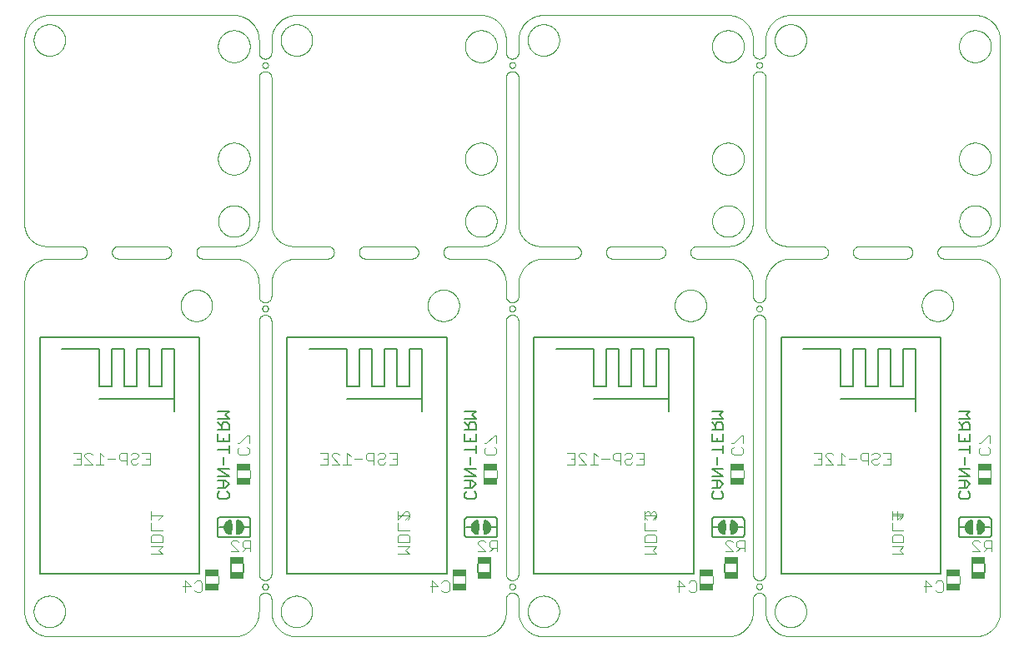
<source format=gbo>
G75*
%MOIN*%
%OFA0B0*%
%FSLAX25Y25*%
%IPPOS*%
%LPD*%
%AMOC8*
5,1,8,0,0,1.08239X$1,22.5*
%
%ADD10C,0.00000*%
%ADD11C,0.00400*%
%ADD12C,0.00500*%
%ADD13C,0.00600*%
%ADD14R,0.05512X0.02559*%
%ADD15R,0.05709X0.02953*%
D10*
X0047595Y0038800D02*
X0047595Y0170050D01*
X0047598Y0170292D01*
X0047607Y0170533D01*
X0047621Y0170774D01*
X0047642Y0171015D01*
X0047668Y0171255D01*
X0047700Y0171495D01*
X0047738Y0171734D01*
X0047781Y0171971D01*
X0047831Y0172208D01*
X0047886Y0172443D01*
X0047946Y0172677D01*
X0048013Y0172909D01*
X0048084Y0173140D01*
X0048162Y0173369D01*
X0048245Y0173596D01*
X0048333Y0173821D01*
X0048427Y0174044D01*
X0048526Y0174264D01*
X0048631Y0174482D01*
X0048740Y0174697D01*
X0048855Y0174910D01*
X0048975Y0175120D01*
X0049100Y0175326D01*
X0049230Y0175530D01*
X0049365Y0175731D01*
X0049505Y0175928D01*
X0049649Y0176122D01*
X0049798Y0176312D01*
X0049952Y0176498D01*
X0050110Y0176681D01*
X0050272Y0176860D01*
X0050439Y0177035D01*
X0050610Y0177206D01*
X0050785Y0177373D01*
X0050964Y0177535D01*
X0051147Y0177693D01*
X0051333Y0177847D01*
X0051523Y0177996D01*
X0051717Y0178140D01*
X0051914Y0178280D01*
X0052115Y0178415D01*
X0052319Y0178545D01*
X0052525Y0178670D01*
X0052735Y0178790D01*
X0052948Y0178905D01*
X0053163Y0179014D01*
X0053381Y0179119D01*
X0053601Y0179218D01*
X0053824Y0179312D01*
X0054049Y0179400D01*
X0054276Y0179483D01*
X0054505Y0179561D01*
X0054736Y0179632D01*
X0054968Y0179699D01*
X0055202Y0179759D01*
X0055437Y0179814D01*
X0055674Y0179864D01*
X0055911Y0179907D01*
X0056150Y0179945D01*
X0056390Y0179977D01*
X0056630Y0180003D01*
X0056871Y0180024D01*
X0057112Y0180038D01*
X0057353Y0180047D01*
X0057595Y0180050D01*
X0070095Y0180050D01*
X0072595Y0182550D02*
X0072593Y0182648D01*
X0072587Y0182746D01*
X0072578Y0182844D01*
X0072564Y0182941D01*
X0072547Y0183038D01*
X0072526Y0183134D01*
X0072501Y0183229D01*
X0072473Y0183323D01*
X0072440Y0183415D01*
X0072405Y0183507D01*
X0072365Y0183597D01*
X0072323Y0183685D01*
X0072276Y0183772D01*
X0072227Y0183856D01*
X0072174Y0183939D01*
X0072118Y0184019D01*
X0072058Y0184098D01*
X0071996Y0184174D01*
X0071931Y0184247D01*
X0071863Y0184318D01*
X0071792Y0184386D01*
X0071719Y0184451D01*
X0071643Y0184513D01*
X0071564Y0184573D01*
X0071484Y0184629D01*
X0071401Y0184682D01*
X0071317Y0184731D01*
X0071230Y0184778D01*
X0071142Y0184820D01*
X0071052Y0184860D01*
X0070960Y0184895D01*
X0070868Y0184928D01*
X0070774Y0184956D01*
X0070679Y0184981D01*
X0070583Y0185002D01*
X0070486Y0185019D01*
X0070389Y0185033D01*
X0070291Y0185042D01*
X0070193Y0185048D01*
X0070095Y0185050D01*
X0056345Y0185050D01*
X0056134Y0185053D01*
X0055922Y0185060D01*
X0055711Y0185073D01*
X0055501Y0185091D01*
X0055290Y0185114D01*
X0055081Y0185142D01*
X0054872Y0185175D01*
X0054664Y0185213D01*
X0054457Y0185256D01*
X0054251Y0185304D01*
X0054046Y0185357D01*
X0053843Y0185415D01*
X0053641Y0185478D01*
X0053441Y0185546D01*
X0053242Y0185619D01*
X0053045Y0185696D01*
X0052851Y0185778D01*
X0052658Y0185865D01*
X0052467Y0185956D01*
X0052279Y0186052D01*
X0052093Y0186153D01*
X0051909Y0186258D01*
X0051728Y0186367D01*
X0051550Y0186481D01*
X0051374Y0186599D01*
X0051202Y0186721D01*
X0051032Y0186847D01*
X0050866Y0186978D01*
X0050703Y0187112D01*
X0050543Y0187251D01*
X0050386Y0187393D01*
X0050233Y0187539D01*
X0050084Y0187688D01*
X0049938Y0187841D01*
X0049796Y0187998D01*
X0049657Y0188158D01*
X0049523Y0188321D01*
X0049392Y0188487D01*
X0049266Y0188657D01*
X0049144Y0188829D01*
X0049026Y0189005D01*
X0048912Y0189183D01*
X0048803Y0189364D01*
X0048698Y0189548D01*
X0048597Y0189734D01*
X0048501Y0189922D01*
X0048410Y0190113D01*
X0048323Y0190306D01*
X0048241Y0190500D01*
X0048164Y0190697D01*
X0048091Y0190896D01*
X0048023Y0191096D01*
X0047960Y0191298D01*
X0047902Y0191501D01*
X0047849Y0191706D01*
X0047801Y0191912D01*
X0047758Y0192119D01*
X0047720Y0192327D01*
X0047687Y0192536D01*
X0047659Y0192745D01*
X0047636Y0192956D01*
X0047618Y0193166D01*
X0047605Y0193377D01*
X0047598Y0193589D01*
X0047595Y0193800D01*
X0047595Y0267550D01*
X0047598Y0267792D01*
X0047607Y0268033D01*
X0047621Y0268274D01*
X0047642Y0268515D01*
X0047668Y0268755D01*
X0047700Y0268995D01*
X0047738Y0269234D01*
X0047781Y0269471D01*
X0047831Y0269708D01*
X0047886Y0269943D01*
X0047946Y0270177D01*
X0048013Y0270409D01*
X0048084Y0270640D01*
X0048162Y0270869D01*
X0048245Y0271096D01*
X0048333Y0271321D01*
X0048427Y0271544D01*
X0048526Y0271764D01*
X0048631Y0271982D01*
X0048740Y0272197D01*
X0048855Y0272410D01*
X0048975Y0272620D01*
X0049100Y0272826D01*
X0049230Y0273030D01*
X0049365Y0273231D01*
X0049505Y0273428D01*
X0049649Y0273622D01*
X0049798Y0273812D01*
X0049952Y0273998D01*
X0050110Y0274181D01*
X0050272Y0274360D01*
X0050439Y0274535D01*
X0050610Y0274706D01*
X0050785Y0274873D01*
X0050964Y0275035D01*
X0051147Y0275193D01*
X0051333Y0275347D01*
X0051523Y0275496D01*
X0051717Y0275640D01*
X0051914Y0275780D01*
X0052115Y0275915D01*
X0052319Y0276045D01*
X0052525Y0276170D01*
X0052735Y0276290D01*
X0052948Y0276405D01*
X0053163Y0276514D01*
X0053381Y0276619D01*
X0053601Y0276718D01*
X0053824Y0276812D01*
X0054049Y0276900D01*
X0054276Y0276983D01*
X0054505Y0277061D01*
X0054736Y0277132D01*
X0054968Y0277199D01*
X0055202Y0277259D01*
X0055437Y0277314D01*
X0055674Y0277364D01*
X0055911Y0277407D01*
X0056150Y0277445D01*
X0056390Y0277477D01*
X0056630Y0277503D01*
X0056871Y0277524D01*
X0057112Y0277538D01*
X0057353Y0277547D01*
X0057595Y0277550D01*
X0131345Y0277550D01*
X0131587Y0277547D01*
X0131828Y0277538D01*
X0132069Y0277524D01*
X0132310Y0277503D01*
X0132550Y0277477D01*
X0132790Y0277445D01*
X0133029Y0277407D01*
X0133266Y0277364D01*
X0133503Y0277314D01*
X0133738Y0277259D01*
X0133972Y0277199D01*
X0134204Y0277132D01*
X0134435Y0277061D01*
X0134664Y0276983D01*
X0134891Y0276900D01*
X0135116Y0276812D01*
X0135339Y0276718D01*
X0135559Y0276619D01*
X0135777Y0276514D01*
X0135992Y0276405D01*
X0136205Y0276290D01*
X0136415Y0276170D01*
X0136621Y0276045D01*
X0136825Y0275915D01*
X0137026Y0275780D01*
X0137223Y0275640D01*
X0137417Y0275496D01*
X0137607Y0275347D01*
X0137793Y0275193D01*
X0137976Y0275035D01*
X0138155Y0274873D01*
X0138330Y0274706D01*
X0138501Y0274535D01*
X0138668Y0274360D01*
X0138830Y0274181D01*
X0138988Y0273998D01*
X0139142Y0273812D01*
X0139291Y0273622D01*
X0139435Y0273428D01*
X0139575Y0273231D01*
X0139710Y0273030D01*
X0139840Y0272826D01*
X0139965Y0272620D01*
X0140085Y0272410D01*
X0140200Y0272197D01*
X0140309Y0271982D01*
X0140414Y0271764D01*
X0140513Y0271544D01*
X0140607Y0271321D01*
X0140695Y0271096D01*
X0140778Y0270869D01*
X0140856Y0270640D01*
X0140927Y0270409D01*
X0140994Y0270177D01*
X0141054Y0269943D01*
X0141109Y0269708D01*
X0141159Y0269471D01*
X0141202Y0269234D01*
X0141240Y0268995D01*
X0141272Y0268755D01*
X0141298Y0268515D01*
X0141319Y0268274D01*
X0141333Y0268033D01*
X0141342Y0267792D01*
X0141345Y0267550D01*
X0141345Y0262550D01*
X0143845Y0260050D02*
X0143943Y0260052D01*
X0144041Y0260058D01*
X0144139Y0260067D01*
X0144236Y0260081D01*
X0144333Y0260098D01*
X0144429Y0260119D01*
X0144524Y0260144D01*
X0144618Y0260172D01*
X0144710Y0260205D01*
X0144802Y0260240D01*
X0144892Y0260280D01*
X0144980Y0260322D01*
X0145067Y0260369D01*
X0145151Y0260418D01*
X0145234Y0260471D01*
X0145314Y0260527D01*
X0145393Y0260587D01*
X0145469Y0260649D01*
X0145542Y0260714D01*
X0145613Y0260782D01*
X0145681Y0260853D01*
X0145746Y0260926D01*
X0145808Y0261002D01*
X0145868Y0261081D01*
X0145924Y0261161D01*
X0145977Y0261244D01*
X0146026Y0261328D01*
X0146073Y0261415D01*
X0146115Y0261503D01*
X0146155Y0261593D01*
X0146190Y0261685D01*
X0146223Y0261777D01*
X0146251Y0261871D01*
X0146276Y0261966D01*
X0146297Y0262062D01*
X0146314Y0262159D01*
X0146328Y0262256D01*
X0146337Y0262354D01*
X0146343Y0262452D01*
X0146345Y0262550D01*
X0146345Y0267550D01*
X0141345Y0262550D02*
X0141347Y0262452D01*
X0141353Y0262354D01*
X0141362Y0262256D01*
X0141376Y0262159D01*
X0141393Y0262062D01*
X0141414Y0261966D01*
X0141439Y0261871D01*
X0141467Y0261777D01*
X0141500Y0261685D01*
X0141535Y0261593D01*
X0141575Y0261503D01*
X0141617Y0261415D01*
X0141664Y0261328D01*
X0141713Y0261244D01*
X0141766Y0261161D01*
X0141822Y0261081D01*
X0141882Y0261002D01*
X0141944Y0260926D01*
X0142009Y0260853D01*
X0142077Y0260782D01*
X0142148Y0260714D01*
X0142221Y0260649D01*
X0142297Y0260587D01*
X0142376Y0260527D01*
X0142456Y0260471D01*
X0142539Y0260418D01*
X0142623Y0260369D01*
X0142710Y0260322D01*
X0142798Y0260280D01*
X0142888Y0260240D01*
X0142980Y0260205D01*
X0143072Y0260172D01*
X0143166Y0260144D01*
X0143261Y0260119D01*
X0143357Y0260098D01*
X0143454Y0260081D01*
X0143551Y0260067D01*
X0143649Y0260058D01*
X0143747Y0260052D01*
X0143845Y0260050D01*
X0142664Y0257550D02*
X0142666Y0257619D01*
X0142672Y0257687D01*
X0142682Y0257755D01*
X0142696Y0257822D01*
X0142714Y0257889D01*
X0142735Y0257954D01*
X0142761Y0258018D01*
X0142790Y0258080D01*
X0142822Y0258140D01*
X0142858Y0258199D01*
X0142898Y0258255D01*
X0142940Y0258309D01*
X0142986Y0258360D01*
X0143035Y0258409D01*
X0143086Y0258455D01*
X0143140Y0258497D01*
X0143196Y0258537D01*
X0143254Y0258573D01*
X0143315Y0258605D01*
X0143377Y0258634D01*
X0143441Y0258660D01*
X0143506Y0258681D01*
X0143573Y0258699D01*
X0143640Y0258713D01*
X0143708Y0258723D01*
X0143776Y0258729D01*
X0143845Y0258731D01*
X0143914Y0258729D01*
X0143982Y0258723D01*
X0144050Y0258713D01*
X0144117Y0258699D01*
X0144184Y0258681D01*
X0144249Y0258660D01*
X0144313Y0258634D01*
X0144375Y0258605D01*
X0144435Y0258573D01*
X0144494Y0258537D01*
X0144550Y0258497D01*
X0144604Y0258455D01*
X0144655Y0258409D01*
X0144704Y0258360D01*
X0144750Y0258309D01*
X0144792Y0258255D01*
X0144832Y0258199D01*
X0144868Y0258140D01*
X0144900Y0258080D01*
X0144929Y0258018D01*
X0144955Y0257954D01*
X0144976Y0257889D01*
X0144994Y0257822D01*
X0145008Y0257755D01*
X0145018Y0257687D01*
X0145024Y0257619D01*
X0145026Y0257550D01*
X0145024Y0257481D01*
X0145018Y0257413D01*
X0145008Y0257345D01*
X0144994Y0257278D01*
X0144976Y0257211D01*
X0144955Y0257146D01*
X0144929Y0257082D01*
X0144900Y0257020D01*
X0144868Y0256959D01*
X0144832Y0256901D01*
X0144792Y0256845D01*
X0144750Y0256791D01*
X0144704Y0256740D01*
X0144655Y0256691D01*
X0144604Y0256645D01*
X0144550Y0256603D01*
X0144494Y0256563D01*
X0144436Y0256527D01*
X0144375Y0256495D01*
X0144313Y0256466D01*
X0144249Y0256440D01*
X0144184Y0256419D01*
X0144117Y0256401D01*
X0144050Y0256387D01*
X0143982Y0256377D01*
X0143914Y0256371D01*
X0143845Y0256369D01*
X0143776Y0256371D01*
X0143708Y0256377D01*
X0143640Y0256387D01*
X0143573Y0256401D01*
X0143506Y0256419D01*
X0143441Y0256440D01*
X0143377Y0256466D01*
X0143315Y0256495D01*
X0143254Y0256527D01*
X0143196Y0256563D01*
X0143140Y0256603D01*
X0143086Y0256645D01*
X0143035Y0256691D01*
X0142986Y0256740D01*
X0142940Y0256791D01*
X0142898Y0256845D01*
X0142858Y0256901D01*
X0142822Y0256959D01*
X0142790Y0257020D01*
X0142761Y0257082D01*
X0142735Y0257146D01*
X0142714Y0257211D01*
X0142696Y0257278D01*
X0142682Y0257345D01*
X0142672Y0257413D01*
X0142666Y0257481D01*
X0142664Y0257550D01*
X0143845Y0255050D02*
X0143943Y0255048D01*
X0144041Y0255042D01*
X0144139Y0255033D01*
X0144236Y0255019D01*
X0144333Y0255002D01*
X0144429Y0254981D01*
X0144524Y0254956D01*
X0144618Y0254928D01*
X0144710Y0254895D01*
X0144802Y0254860D01*
X0144892Y0254820D01*
X0144980Y0254778D01*
X0145067Y0254731D01*
X0145151Y0254682D01*
X0145234Y0254629D01*
X0145314Y0254573D01*
X0145393Y0254513D01*
X0145469Y0254451D01*
X0145542Y0254386D01*
X0145613Y0254318D01*
X0145681Y0254247D01*
X0145746Y0254174D01*
X0145808Y0254098D01*
X0145868Y0254019D01*
X0145924Y0253939D01*
X0145977Y0253856D01*
X0146026Y0253772D01*
X0146073Y0253685D01*
X0146115Y0253597D01*
X0146155Y0253507D01*
X0146190Y0253415D01*
X0146223Y0253323D01*
X0146251Y0253229D01*
X0146276Y0253134D01*
X0146297Y0253038D01*
X0146314Y0252941D01*
X0146328Y0252844D01*
X0146337Y0252746D01*
X0146343Y0252648D01*
X0146345Y0252550D01*
X0146345Y0193800D01*
X0141345Y0195050D02*
X0141345Y0252550D01*
X0141347Y0252648D01*
X0141353Y0252746D01*
X0141362Y0252844D01*
X0141376Y0252941D01*
X0141393Y0253038D01*
X0141414Y0253134D01*
X0141439Y0253229D01*
X0141467Y0253323D01*
X0141500Y0253415D01*
X0141535Y0253507D01*
X0141575Y0253597D01*
X0141617Y0253685D01*
X0141664Y0253772D01*
X0141713Y0253856D01*
X0141766Y0253939D01*
X0141822Y0254019D01*
X0141882Y0254098D01*
X0141944Y0254174D01*
X0142009Y0254247D01*
X0142077Y0254318D01*
X0142148Y0254386D01*
X0142221Y0254451D01*
X0142297Y0254513D01*
X0142376Y0254573D01*
X0142456Y0254629D01*
X0142539Y0254682D01*
X0142623Y0254731D01*
X0142710Y0254778D01*
X0142798Y0254820D01*
X0142888Y0254860D01*
X0142980Y0254895D01*
X0143072Y0254928D01*
X0143166Y0254956D01*
X0143261Y0254981D01*
X0143357Y0255002D01*
X0143454Y0255019D01*
X0143551Y0255033D01*
X0143649Y0255042D01*
X0143747Y0255048D01*
X0143845Y0255050D01*
X0124945Y0265050D02*
X0124947Y0265210D01*
X0124953Y0265369D01*
X0124963Y0265528D01*
X0124977Y0265687D01*
X0124995Y0265846D01*
X0125016Y0266004D01*
X0125042Y0266161D01*
X0125072Y0266318D01*
X0125105Y0266474D01*
X0125143Y0266629D01*
X0125184Y0266783D01*
X0125229Y0266936D01*
X0125278Y0267088D01*
X0125331Y0267239D01*
X0125387Y0267388D01*
X0125448Y0267536D01*
X0125511Y0267682D01*
X0125579Y0267827D01*
X0125650Y0267970D01*
X0125724Y0268111D01*
X0125802Y0268250D01*
X0125884Y0268387D01*
X0125969Y0268522D01*
X0126057Y0268655D01*
X0126149Y0268786D01*
X0126243Y0268914D01*
X0126341Y0269040D01*
X0126442Y0269164D01*
X0126546Y0269285D01*
X0126653Y0269403D01*
X0126763Y0269519D01*
X0126876Y0269632D01*
X0126992Y0269742D01*
X0127110Y0269849D01*
X0127231Y0269953D01*
X0127355Y0270054D01*
X0127481Y0270152D01*
X0127609Y0270246D01*
X0127740Y0270338D01*
X0127873Y0270426D01*
X0128008Y0270511D01*
X0128145Y0270593D01*
X0128284Y0270671D01*
X0128425Y0270745D01*
X0128568Y0270816D01*
X0128713Y0270884D01*
X0128859Y0270947D01*
X0129007Y0271008D01*
X0129156Y0271064D01*
X0129307Y0271117D01*
X0129459Y0271166D01*
X0129612Y0271211D01*
X0129766Y0271252D01*
X0129921Y0271290D01*
X0130077Y0271323D01*
X0130234Y0271353D01*
X0130391Y0271379D01*
X0130549Y0271400D01*
X0130708Y0271418D01*
X0130867Y0271432D01*
X0131026Y0271442D01*
X0131185Y0271448D01*
X0131345Y0271450D01*
X0131505Y0271448D01*
X0131664Y0271442D01*
X0131823Y0271432D01*
X0131982Y0271418D01*
X0132141Y0271400D01*
X0132299Y0271379D01*
X0132456Y0271353D01*
X0132613Y0271323D01*
X0132769Y0271290D01*
X0132924Y0271252D01*
X0133078Y0271211D01*
X0133231Y0271166D01*
X0133383Y0271117D01*
X0133534Y0271064D01*
X0133683Y0271008D01*
X0133831Y0270947D01*
X0133977Y0270884D01*
X0134122Y0270816D01*
X0134265Y0270745D01*
X0134406Y0270671D01*
X0134545Y0270593D01*
X0134682Y0270511D01*
X0134817Y0270426D01*
X0134950Y0270338D01*
X0135081Y0270246D01*
X0135209Y0270152D01*
X0135335Y0270054D01*
X0135459Y0269953D01*
X0135580Y0269849D01*
X0135698Y0269742D01*
X0135814Y0269632D01*
X0135927Y0269519D01*
X0136037Y0269403D01*
X0136144Y0269285D01*
X0136248Y0269164D01*
X0136349Y0269040D01*
X0136447Y0268914D01*
X0136541Y0268786D01*
X0136633Y0268655D01*
X0136721Y0268522D01*
X0136806Y0268387D01*
X0136888Y0268250D01*
X0136966Y0268111D01*
X0137040Y0267970D01*
X0137111Y0267827D01*
X0137179Y0267682D01*
X0137242Y0267536D01*
X0137303Y0267388D01*
X0137359Y0267239D01*
X0137412Y0267088D01*
X0137461Y0266936D01*
X0137506Y0266783D01*
X0137547Y0266629D01*
X0137585Y0266474D01*
X0137618Y0266318D01*
X0137648Y0266161D01*
X0137674Y0266004D01*
X0137695Y0265846D01*
X0137713Y0265687D01*
X0137727Y0265528D01*
X0137737Y0265369D01*
X0137743Y0265210D01*
X0137745Y0265050D01*
X0137743Y0264890D01*
X0137737Y0264731D01*
X0137727Y0264572D01*
X0137713Y0264413D01*
X0137695Y0264254D01*
X0137674Y0264096D01*
X0137648Y0263939D01*
X0137618Y0263782D01*
X0137585Y0263626D01*
X0137547Y0263471D01*
X0137506Y0263317D01*
X0137461Y0263164D01*
X0137412Y0263012D01*
X0137359Y0262861D01*
X0137303Y0262712D01*
X0137242Y0262564D01*
X0137179Y0262418D01*
X0137111Y0262273D01*
X0137040Y0262130D01*
X0136966Y0261989D01*
X0136888Y0261850D01*
X0136806Y0261713D01*
X0136721Y0261578D01*
X0136633Y0261445D01*
X0136541Y0261314D01*
X0136447Y0261186D01*
X0136349Y0261060D01*
X0136248Y0260936D01*
X0136144Y0260815D01*
X0136037Y0260697D01*
X0135927Y0260581D01*
X0135814Y0260468D01*
X0135698Y0260358D01*
X0135580Y0260251D01*
X0135459Y0260147D01*
X0135335Y0260046D01*
X0135209Y0259948D01*
X0135081Y0259854D01*
X0134950Y0259762D01*
X0134817Y0259674D01*
X0134682Y0259589D01*
X0134545Y0259507D01*
X0134406Y0259429D01*
X0134265Y0259355D01*
X0134122Y0259284D01*
X0133977Y0259216D01*
X0133831Y0259153D01*
X0133683Y0259092D01*
X0133534Y0259036D01*
X0133383Y0258983D01*
X0133231Y0258934D01*
X0133078Y0258889D01*
X0132924Y0258848D01*
X0132769Y0258810D01*
X0132613Y0258777D01*
X0132456Y0258747D01*
X0132299Y0258721D01*
X0132141Y0258700D01*
X0131982Y0258682D01*
X0131823Y0258668D01*
X0131664Y0258658D01*
X0131505Y0258652D01*
X0131345Y0258650D01*
X0131185Y0258652D01*
X0131026Y0258658D01*
X0130867Y0258668D01*
X0130708Y0258682D01*
X0130549Y0258700D01*
X0130391Y0258721D01*
X0130234Y0258747D01*
X0130077Y0258777D01*
X0129921Y0258810D01*
X0129766Y0258848D01*
X0129612Y0258889D01*
X0129459Y0258934D01*
X0129307Y0258983D01*
X0129156Y0259036D01*
X0129007Y0259092D01*
X0128859Y0259153D01*
X0128713Y0259216D01*
X0128568Y0259284D01*
X0128425Y0259355D01*
X0128284Y0259429D01*
X0128145Y0259507D01*
X0128008Y0259589D01*
X0127873Y0259674D01*
X0127740Y0259762D01*
X0127609Y0259854D01*
X0127481Y0259948D01*
X0127355Y0260046D01*
X0127231Y0260147D01*
X0127110Y0260251D01*
X0126992Y0260358D01*
X0126876Y0260468D01*
X0126763Y0260581D01*
X0126653Y0260697D01*
X0126546Y0260815D01*
X0126442Y0260936D01*
X0126341Y0261060D01*
X0126243Y0261186D01*
X0126149Y0261314D01*
X0126057Y0261445D01*
X0125969Y0261578D01*
X0125884Y0261713D01*
X0125802Y0261850D01*
X0125724Y0261989D01*
X0125650Y0262130D01*
X0125579Y0262273D01*
X0125511Y0262418D01*
X0125448Y0262564D01*
X0125387Y0262712D01*
X0125331Y0262861D01*
X0125278Y0263012D01*
X0125229Y0263164D01*
X0125184Y0263317D01*
X0125143Y0263471D01*
X0125105Y0263626D01*
X0125072Y0263782D01*
X0125042Y0263939D01*
X0125016Y0264096D01*
X0124995Y0264254D01*
X0124977Y0264413D01*
X0124963Y0264572D01*
X0124953Y0264731D01*
X0124947Y0264890D01*
X0124945Y0265050D01*
X0146345Y0267550D02*
X0146348Y0267792D01*
X0146357Y0268033D01*
X0146371Y0268274D01*
X0146392Y0268515D01*
X0146418Y0268755D01*
X0146450Y0268995D01*
X0146488Y0269234D01*
X0146531Y0269471D01*
X0146581Y0269708D01*
X0146636Y0269943D01*
X0146696Y0270177D01*
X0146763Y0270409D01*
X0146834Y0270640D01*
X0146912Y0270869D01*
X0146995Y0271096D01*
X0147083Y0271321D01*
X0147177Y0271544D01*
X0147276Y0271764D01*
X0147381Y0271982D01*
X0147490Y0272197D01*
X0147605Y0272410D01*
X0147725Y0272620D01*
X0147850Y0272826D01*
X0147980Y0273030D01*
X0148115Y0273231D01*
X0148255Y0273428D01*
X0148399Y0273622D01*
X0148548Y0273812D01*
X0148702Y0273998D01*
X0148860Y0274181D01*
X0149022Y0274360D01*
X0149189Y0274535D01*
X0149360Y0274706D01*
X0149535Y0274873D01*
X0149714Y0275035D01*
X0149897Y0275193D01*
X0150083Y0275347D01*
X0150273Y0275496D01*
X0150467Y0275640D01*
X0150664Y0275780D01*
X0150865Y0275915D01*
X0151069Y0276045D01*
X0151275Y0276170D01*
X0151485Y0276290D01*
X0151698Y0276405D01*
X0151913Y0276514D01*
X0152131Y0276619D01*
X0152351Y0276718D01*
X0152574Y0276812D01*
X0152799Y0276900D01*
X0153026Y0276983D01*
X0153255Y0277061D01*
X0153486Y0277132D01*
X0153718Y0277199D01*
X0153952Y0277259D01*
X0154187Y0277314D01*
X0154424Y0277364D01*
X0154661Y0277407D01*
X0154900Y0277445D01*
X0155140Y0277477D01*
X0155380Y0277503D01*
X0155621Y0277524D01*
X0155862Y0277538D01*
X0156103Y0277547D01*
X0156345Y0277550D01*
X0230095Y0277550D01*
X0230337Y0277547D01*
X0230578Y0277538D01*
X0230819Y0277524D01*
X0231060Y0277503D01*
X0231300Y0277477D01*
X0231540Y0277445D01*
X0231779Y0277407D01*
X0232016Y0277364D01*
X0232253Y0277314D01*
X0232488Y0277259D01*
X0232722Y0277199D01*
X0232954Y0277132D01*
X0233185Y0277061D01*
X0233414Y0276983D01*
X0233641Y0276900D01*
X0233866Y0276812D01*
X0234089Y0276718D01*
X0234309Y0276619D01*
X0234527Y0276514D01*
X0234742Y0276405D01*
X0234955Y0276290D01*
X0235165Y0276170D01*
X0235371Y0276045D01*
X0235575Y0275915D01*
X0235776Y0275780D01*
X0235973Y0275640D01*
X0236167Y0275496D01*
X0236357Y0275347D01*
X0236543Y0275193D01*
X0236726Y0275035D01*
X0236905Y0274873D01*
X0237080Y0274706D01*
X0237251Y0274535D01*
X0237418Y0274360D01*
X0237580Y0274181D01*
X0237738Y0273998D01*
X0237892Y0273812D01*
X0238041Y0273622D01*
X0238185Y0273428D01*
X0238325Y0273231D01*
X0238460Y0273030D01*
X0238590Y0272826D01*
X0238715Y0272620D01*
X0238835Y0272410D01*
X0238950Y0272197D01*
X0239059Y0271982D01*
X0239164Y0271764D01*
X0239263Y0271544D01*
X0239357Y0271321D01*
X0239445Y0271096D01*
X0239528Y0270869D01*
X0239606Y0270640D01*
X0239677Y0270409D01*
X0239744Y0270177D01*
X0239804Y0269943D01*
X0239859Y0269708D01*
X0239909Y0269471D01*
X0239952Y0269234D01*
X0239990Y0268995D01*
X0240022Y0268755D01*
X0240048Y0268515D01*
X0240069Y0268274D01*
X0240083Y0268033D01*
X0240092Y0267792D01*
X0240095Y0267550D01*
X0240095Y0262550D01*
X0242595Y0260050D02*
X0242693Y0260052D01*
X0242791Y0260058D01*
X0242889Y0260067D01*
X0242986Y0260081D01*
X0243083Y0260098D01*
X0243179Y0260119D01*
X0243274Y0260144D01*
X0243368Y0260172D01*
X0243460Y0260205D01*
X0243552Y0260240D01*
X0243642Y0260280D01*
X0243730Y0260322D01*
X0243817Y0260369D01*
X0243901Y0260418D01*
X0243984Y0260471D01*
X0244064Y0260527D01*
X0244143Y0260587D01*
X0244219Y0260649D01*
X0244292Y0260714D01*
X0244363Y0260782D01*
X0244431Y0260853D01*
X0244496Y0260926D01*
X0244558Y0261002D01*
X0244618Y0261081D01*
X0244674Y0261161D01*
X0244727Y0261244D01*
X0244776Y0261328D01*
X0244823Y0261415D01*
X0244865Y0261503D01*
X0244905Y0261593D01*
X0244940Y0261685D01*
X0244973Y0261777D01*
X0245001Y0261871D01*
X0245026Y0261966D01*
X0245047Y0262062D01*
X0245064Y0262159D01*
X0245078Y0262256D01*
X0245087Y0262354D01*
X0245093Y0262452D01*
X0245095Y0262550D01*
X0245095Y0267550D01*
X0240095Y0262550D02*
X0240097Y0262452D01*
X0240103Y0262354D01*
X0240112Y0262256D01*
X0240126Y0262159D01*
X0240143Y0262062D01*
X0240164Y0261966D01*
X0240189Y0261871D01*
X0240217Y0261777D01*
X0240250Y0261685D01*
X0240285Y0261593D01*
X0240325Y0261503D01*
X0240367Y0261415D01*
X0240414Y0261328D01*
X0240463Y0261244D01*
X0240516Y0261161D01*
X0240572Y0261081D01*
X0240632Y0261002D01*
X0240694Y0260926D01*
X0240759Y0260853D01*
X0240827Y0260782D01*
X0240898Y0260714D01*
X0240971Y0260649D01*
X0241047Y0260587D01*
X0241126Y0260527D01*
X0241206Y0260471D01*
X0241289Y0260418D01*
X0241373Y0260369D01*
X0241460Y0260322D01*
X0241548Y0260280D01*
X0241638Y0260240D01*
X0241730Y0260205D01*
X0241822Y0260172D01*
X0241916Y0260144D01*
X0242011Y0260119D01*
X0242107Y0260098D01*
X0242204Y0260081D01*
X0242301Y0260067D01*
X0242399Y0260058D01*
X0242497Y0260052D01*
X0242595Y0260050D01*
X0241414Y0257550D02*
X0241416Y0257619D01*
X0241422Y0257687D01*
X0241432Y0257755D01*
X0241446Y0257822D01*
X0241464Y0257889D01*
X0241485Y0257954D01*
X0241511Y0258018D01*
X0241540Y0258080D01*
X0241572Y0258140D01*
X0241608Y0258199D01*
X0241648Y0258255D01*
X0241690Y0258309D01*
X0241736Y0258360D01*
X0241785Y0258409D01*
X0241836Y0258455D01*
X0241890Y0258497D01*
X0241946Y0258537D01*
X0242004Y0258573D01*
X0242065Y0258605D01*
X0242127Y0258634D01*
X0242191Y0258660D01*
X0242256Y0258681D01*
X0242323Y0258699D01*
X0242390Y0258713D01*
X0242458Y0258723D01*
X0242526Y0258729D01*
X0242595Y0258731D01*
X0242664Y0258729D01*
X0242732Y0258723D01*
X0242800Y0258713D01*
X0242867Y0258699D01*
X0242934Y0258681D01*
X0242999Y0258660D01*
X0243063Y0258634D01*
X0243125Y0258605D01*
X0243185Y0258573D01*
X0243244Y0258537D01*
X0243300Y0258497D01*
X0243354Y0258455D01*
X0243405Y0258409D01*
X0243454Y0258360D01*
X0243500Y0258309D01*
X0243542Y0258255D01*
X0243582Y0258199D01*
X0243618Y0258140D01*
X0243650Y0258080D01*
X0243679Y0258018D01*
X0243705Y0257954D01*
X0243726Y0257889D01*
X0243744Y0257822D01*
X0243758Y0257755D01*
X0243768Y0257687D01*
X0243774Y0257619D01*
X0243776Y0257550D01*
X0243774Y0257481D01*
X0243768Y0257413D01*
X0243758Y0257345D01*
X0243744Y0257278D01*
X0243726Y0257211D01*
X0243705Y0257146D01*
X0243679Y0257082D01*
X0243650Y0257020D01*
X0243618Y0256959D01*
X0243582Y0256901D01*
X0243542Y0256845D01*
X0243500Y0256791D01*
X0243454Y0256740D01*
X0243405Y0256691D01*
X0243354Y0256645D01*
X0243300Y0256603D01*
X0243244Y0256563D01*
X0243186Y0256527D01*
X0243125Y0256495D01*
X0243063Y0256466D01*
X0242999Y0256440D01*
X0242934Y0256419D01*
X0242867Y0256401D01*
X0242800Y0256387D01*
X0242732Y0256377D01*
X0242664Y0256371D01*
X0242595Y0256369D01*
X0242526Y0256371D01*
X0242458Y0256377D01*
X0242390Y0256387D01*
X0242323Y0256401D01*
X0242256Y0256419D01*
X0242191Y0256440D01*
X0242127Y0256466D01*
X0242065Y0256495D01*
X0242004Y0256527D01*
X0241946Y0256563D01*
X0241890Y0256603D01*
X0241836Y0256645D01*
X0241785Y0256691D01*
X0241736Y0256740D01*
X0241690Y0256791D01*
X0241648Y0256845D01*
X0241608Y0256901D01*
X0241572Y0256959D01*
X0241540Y0257020D01*
X0241511Y0257082D01*
X0241485Y0257146D01*
X0241464Y0257211D01*
X0241446Y0257278D01*
X0241432Y0257345D01*
X0241422Y0257413D01*
X0241416Y0257481D01*
X0241414Y0257550D01*
X0242595Y0255050D02*
X0242693Y0255048D01*
X0242791Y0255042D01*
X0242889Y0255033D01*
X0242986Y0255019D01*
X0243083Y0255002D01*
X0243179Y0254981D01*
X0243274Y0254956D01*
X0243368Y0254928D01*
X0243460Y0254895D01*
X0243552Y0254860D01*
X0243642Y0254820D01*
X0243730Y0254778D01*
X0243817Y0254731D01*
X0243901Y0254682D01*
X0243984Y0254629D01*
X0244064Y0254573D01*
X0244143Y0254513D01*
X0244219Y0254451D01*
X0244292Y0254386D01*
X0244363Y0254318D01*
X0244431Y0254247D01*
X0244496Y0254174D01*
X0244558Y0254098D01*
X0244618Y0254019D01*
X0244674Y0253939D01*
X0244727Y0253856D01*
X0244776Y0253772D01*
X0244823Y0253685D01*
X0244865Y0253597D01*
X0244905Y0253507D01*
X0244940Y0253415D01*
X0244973Y0253323D01*
X0245001Y0253229D01*
X0245026Y0253134D01*
X0245047Y0253038D01*
X0245064Y0252941D01*
X0245078Y0252844D01*
X0245087Y0252746D01*
X0245093Y0252648D01*
X0245095Y0252550D01*
X0245095Y0193800D01*
X0240095Y0195050D02*
X0240095Y0252550D01*
X0240097Y0252648D01*
X0240103Y0252746D01*
X0240112Y0252844D01*
X0240126Y0252941D01*
X0240143Y0253038D01*
X0240164Y0253134D01*
X0240189Y0253229D01*
X0240217Y0253323D01*
X0240250Y0253415D01*
X0240285Y0253507D01*
X0240325Y0253597D01*
X0240367Y0253685D01*
X0240414Y0253772D01*
X0240463Y0253856D01*
X0240516Y0253939D01*
X0240572Y0254019D01*
X0240632Y0254098D01*
X0240694Y0254174D01*
X0240759Y0254247D01*
X0240827Y0254318D01*
X0240898Y0254386D01*
X0240971Y0254451D01*
X0241047Y0254513D01*
X0241126Y0254573D01*
X0241206Y0254629D01*
X0241289Y0254682D01*
X0241373Y0254731D01*
X0241460Y0254778D01*
X0241548Y0254820D01*
X0241638Y0254860D01*
X0241730Y0254895D01*
X0241822Y0254928D01*
X0241916Y0254956D01*
X0242011Y0254981D01*
X0242107Y0255002D01*
X0242204Y0255019D01*
X0242301Y0255033D01*
X0242399Y0255042D01*
X0242497Y0255048D01*
X0242595Y0255050D01*
X0223695Y0265050D02*
X0223697Y0265210D01*
X0223703Y0265369D01*
X0223713Y0265528D01*
X0223727Y0265687D01*
X0223745Y0265846D01*
X0223766Y0266004D01*
X0223792Y0266161D01*
X0223822Y0266318D01*
X0223855Y0266474D01*
X0223893Y0266629D01*
X0223934Y0266783D01*
X0223979Y0266936D01*
X0224028Y0267088D01*
X0224081Y0267239D01*
X0224137Y0267388D01*
X0224198Y0267536D01*
X0224261Y0267682D01*
X0224329Y0267827D01*
X0224400Y0267970D01*
X0224474Y0268111D01*
X0224552Y0268250D01*
X0224634Y0268387D01*
X0224719Y0268522D01*
X0224807Y0268655D01*
X0224899Y0268786D01*
X0224993Y0268914D01*
X0225091Y0269040D01*
X0225192Y0269164D01*
X0225296Y0269285D01*
X0225403Y0269403D01*
X0225513Y0269519D01*
X0225626Y0269632D01*
X0225742Y0269742D01*
X0225860Y0269849D01*
X0225981Y0269953D01*
X0226105Y0270054D01*
X0226231Y0270152D01*
X0226359Y0270246D01*
X0226490Y0270338D01*
X0226623Y0270426D01*
X0226758Y0270511D01*
X0226895Y0270593D01*
X0227034Y0270671D01*
X0227175Y0270745D01*
X0227318Y0270816D01*
X0227463Y0270884D01*
X0227609Y0270947D01*
X0227757Y0271008D01*
X0227906Y0271064D01*
X0228057Y0271117D01*
X0228209Y0271166D01*
X0228362Y0271211D01*
X0228516Y0271252D01*
X0228671Y0271290D01*
X0228827Y0271323D01*
X0228984Y0271353D01*
X0229141Y0271379D01*
X0229299Y0271400D01*
X0229458Y0271418D01*
X0229617Y0271432D01*
X0229776Y0271442D01*
X0229935Y0271448D01*
X0230095Y0271450D01*
X0230255Y0271448D01*
X0230414Y0271442D01*
X0230573Y0271432D01*
X0230732Y0271418D01*
X0230891Y0271400D01*
X0231049Y0271379D01*
X0231206Y0271353D01*
X0231363Y0271323D01*
X0231519Y0271290D01*
X0231674Y0271252D01*
X0231828Y0271211D01*
X0231981Y0271166D01*
X0232133Y0271117D01*
X0232284Y0271064D01*
X0232433Y0271008D01*
X0232581Y0270947D01*
X0232727Y0270884D01*
X0232872Y0270816D01*
X0233015Y0270745D01*
X0233156Y0270671D01*
X0233295Y0270593D01*
X0233432Y0270511D01*
X0233567Y0270426D01*
X0233700Y0270338D01*
X0233831Y0270246D01*
X0233959Y0270152D01*
X0234085Y0270054D01*
X0234209Y0269953D01*
X0234330Y0269849D01*
X0234448Y0269742D01*
X0234564Y0269632D01*
X0234677Y0269519D01*
X0234787Y0269403D01*
X0234894Y0269285D01*
X0234998Y0269164D01*
X0235099Y0269040D01*
X0235197Y0268914D01*
X0235291Y0268786D01*
X0235383Y0268655D01*
X0235471Y0268522D01*
X0235556Y0268387D01*
X0235638Y0268250D01*
X0235716Y0268111D01*
X0235790Y0267970D01*
X0235861Y0267827D01*
X0235929Y0267682D01*
X0235992Y0267536D01*
X0236053Y0267388D01*
X0236109Y0267239D01*
X0236162Y0267088D01*
X0236211Y0266936D01*
X0236256Y0266783D01*
X0236297Y0266629D01*
X0236335Y0266474D01*
X0236368Y0266318D01*
X0236398Y0266161D01*
X0236424Y0266004D01*
X0236445Y0265846D01*
X0236463Y0265687D01*
X0236477Y0265528D01*
X0236487Y0265369D01*
X0236493Y0265210D01*
X0236495Y0265050D01*
X0236493Y0264890D01*
X0236487Y0264731D01*
X0236477Y0264572D01*
X0236463Y0264413D01*
X0236445Y0264254D01*
X0236424Y0264096D01*
X0236398Y0263939D01*
X0236368Y0263782D01*
X0236335Y0263626D01*
X0236297Y0263471D01*
X0236256Y0263317D01*
X0236211Y0263164D01*
X0236162Y0263012D01*
X0236109Y0262861D01*
X0236053Y0262712D01*
X0235992Y0262564D01*
X0235929Y0262418D01*
X0235861Y0262273D01*
X0235790Y0262130D01*
X0235716Y0261989D01*
X0235638Y0261850D01*
X0235556Y0261713D01*
X0235471Y0261578D01*
X0235383Y0261445D01*
X0235291Y0261314D01*
X0235197Y0261186D01*
X0235099Y0261060D01*
X0234998Y0260936D01*
X0234894Y0260815D01*
X0234787Y0260697D01*
X0234677Y0260581D01*
X0234564Y0260468D01*
X0234448Y0260358D01*
X0234330Y0260251D01*
X0234209Y0260147D01*
X0234085Y0260046D01*
X0233959Y0259948D01*
X0233831Y0259854D01*
X0233700Y0259762D01*
X0233567Y0259674D01*
X0233432Y0259589D01*
X0233295Y0259507D01*
X0233156Y0259429D01*
X0233015Y0259355D01*
X0232872Y0259284D01*
X0232727Y0259216D01*
X0232581Y0259153D01*
X0232433Y0259092D01*
X0232284Y0259036D01*
X0232133Y0258983D01*
X0231981Y0258934D01*
X0231828Y0258889D01*
X0231674Y0258848D01*
X0231519Y0258810D01*
X0231363Y0258777D01*
X0231206Y0258747D01*
X0231049Y0258721D01*
X0230891Y0258700D01*
X0230732Y0258682D01*
X0230573Y0258668D01*
X0230414Y0258658D01*
X0230255Y0258652D01*
X0230095Y0258650D01*
X0229935Y0258652D01*
X0229776Y0258658D01*
X0229617Y0258668D01*
X0229458Y0258682D01*
X0229299Y0258700D01*
X0229141Y0258721D01*
X0228984Y0258747D01*
X0228827Y0258777D01*
X0228671Y0258810D01*
X0228516Y0258848D01*
X0228362Y0258889D01*
X0228209Y0258934D01*
X0228057Y0258983D01*
X0227906Y0259036D01*
X0227757Y0259092D01*
X0227609Y0259153D01*
X0227463Y0259216D01*
X0227318Y0259284D01*
X0227175Y0259355D01*
X0227034Y0259429D01*
X0226895Y0259507D01*
X0226758Y0259589D01*
X0226623Y0259674D01*
X0226490Y0259762D01*
X0226359Y0259854D01*
X0226231Y0259948D01*
X0226105Y0260046D01*
X0225981Y0260147D01*
X0225860Y0260251D01*
X0225742Y0260358D01*
X0225626Y0260468D01*
X0225513Y0260581D01*
X0225403Y0260697D01*
X0225296Y0260815D01*
X0225192Y0260936D01*
X0225091Y0261060D01*
X0224993Y0261186D01*
X0224899Y0261314D01*
X0224807Y0261445D01*
X0224719Y0261578D01*
X0224634Y0261713D01*
X0224552Y0261850D01*
X0224474Y0261989D01*
X0224400Y0262130D01*
X0224329Y0262273D01*
X0224261Y0262418D01*
X0224198Y0262564D01*
X0224137Y0262712D01*
X0224081Y0262861D01*
X0224028Y0263012D01*
X0223979Y0263164D01*
X0223934Y0263317D01*
X0223893Y0263471D01*
X0223855Y0263626D01*
X0223822Y0263782D01*
X0223792Y0263939D01*
X0223766Y0264096D01*
X0223745Y0264254D01*
X0223727Y0264413D01*
X0223713Y0264572D01*
X0223703Y0264731D01*
X0223697Y0264890D01*
X0223695Y0265050D01*
X0245095Y0267550D02*
X0245098Y0267792D01*
X0245107Y0268033D01*
X0245121Y0268274D01*
X0245142Y0268515D01*
X0245168Y0268755D01*
X0245200Y0268995D01*
X0245238Y0269234D01*
X0245281Y0269471D01*
X0245331Y0269708D01*
X0245386Y0269943D01*
X0245446Y0270177D01*
X0245513Y0270409D01*
X0245584Y0270640D01*
X0245662Y0270869D01*
X0245745Y0271096D01*
X0245833Y0271321D01*
X0245927Y0271544D01*
X0246026Y0271764D01*
X0246131Y0271982D01*
X0246240Y0272197D01*
X0246355Y0272410D01*
X0246475Y0272620D01*
X0246600Y0272826D01*
X0246730Y0273030D01*
X0246865Y0273231D01*
X0247005Y0273428D01*
X0247149Y0273622D01*
X0247298Y0273812D01*
X0247452Y0273998D01*
X0247610Y0274181D01*
X0247772Y0274360D01*
X0247939Y0274535D01*
X0248110Y0274706D01*
X0248285Y0274873D01*
X0248464Y0275035D01*
X0248647Y0275193D01*
X0248833Y0275347D01*
X0249023Y0275496D01*
X0249217Y0275640D01*
X0249414Y0275780D01*
X0249615Y0275915D01*
X0249819Y0276045D01*
X0250025Y0276170D01*
X0250235Y0276290D01*
X0250448Y0276405D01*
X0250663Y0276514D01*
X0250881Y0276619D01*
X0251101Y0276718D01*
X0251324Y0276812D01*
X0251549Y0276900D01*
X0251776Y0276983D01*
X0252005Y0277061D01*
X0252236Y0277132D01*
X0252468Y0277199D01*
X0252702Y0277259D01*
X0252937Y0277314D01*
X0253174Y0277364D01*
X0253411Y0277407D01*
X0253650Y0277445D01*
X0253890Y0277477D01*
X0254130Y0277503D01*
X0254371Y0277524D01*
X0254612Y0277538D01*
X0254853Y0277547D01*
X0255095Y0277550D01*
X0328845Y0277550D01*
X0329087Y0277547D01*
X0329328Y0277538D01*
X0329569Y0277524D01*
X0329810Y0277503D01*
X0330050Y0277477D01*
X0330290Y0277445D01*
X0330529Y0277407D01*
X0330766Y0277364D01*
X0331003Y0277314D01*
X0331238Y0277259D01*
X0331472Y0277199D01*
X0331704Y0277132D01*
X0331935Y0277061D01*
X0332164Y0276983D01*
X0332391Y0276900D01*
X0332616Y0276812D01*
X0332839Y0276718D01*
X0333059Y0276619D01*
X0333277Y0276514D01*
X0333492Y0276405D01*
X0333705Y0276290D01*
X0333915Y0276170D01*
X0334121Y0276045D01*
X0334325Y0275915D01*
X0334526Y0275780D01*
X0334723Y0275640D01*
X0334917Y0275496D01*
X0335107Y0275347D01*
X0335293Y0275193D01*
X0335476Y0275035D01*
X0335655Y0274873D01*
X0335830Y0274706D01*
X0336001Y0274535D01*
X0336168Y0274360D01*
X0336330Y0274181D01*
X0336488Y0273998D01*
X0336642Y0273812D01*
X0336791Y0273622D01*
X0336935Y0273428D01*
X0337075Y0273231D01*
X0337210Y0273030D01*
X0337340Y0272826D01*
X0337465Y0272620D01*
X0337585Y0272410D01*
X0337700Y0272197D01*
X0337809Y0271982D01*
X0337914Y0271764D01*
X0338013Y0271544D01*
X0338107Y0271321D01*
X0338195Y0271096D01*
X0338278Y0270869D01*
X0338356Y0270640D01*
X0338427Y0270409D01*
X0338494Y0270177D01*
X0338554Y0269943D01*
X0338609Y0269708D01*
X0338659Y0269471D01*
X0338702Y0269234D01*
X0338740Y0268995D01*
X0338772Y0268755D01*
X0338798Y0268515D01*
X0338819Y0268274D01*
X0338833Y0268033D01*
X0338842Y0267792D01*
X0338845Y0267550D01*
X0338845Y0262550D01*
X0341345Y0260050D02*
X0341443Y0260052D01*
X0341541Y0260058D01*
X0341639Y0260067D01*
X0341736Y0260081D01*
X0341833Y0260098D01*
X0341929Y0260119D01*
X0342024Y0260144D01*
X0342118Y0260172D01*
X0342210Y0260205D01*
X0342302Y0260240D01*
X0342392Y0260280D01*
X0342480Y0260322D01*
X0342567Y0260369D01*
X0342651Y0260418D01*
X0342734Y0260471D01*
X0342814Y0260527D01*
X0342893Y0260587D01*
X0342969Y0260649D01*
X0343042Y0260714D01*
X0343113Y0260782D01*
X0343181Y0260853D01*
X0343246Y0260926D01*
X0343308Y0261002D01*
X0343368Y0261081D01*
X0343424Y0261161D01*
X0343477Y0261244D01*
X0343526Y0261328D01*
X0343573Y0261415D01*
X0343615Y0261503D01*
X0343655Y0261593D01*
X0343690Y0261685D01*
X0343723Y0261777D01*
X0343751Y0261871D01*
X0343776Y0261966D01*
X0343797Y0262062D01*
X0343814Y0262159D01*
X0343828Y0262256D01*
X0343837Y0262354D01*
X0343843Y0262452D01*
X0343845Y0262550D01*
X0343845Y0267550D01*
X0338845Y0262550D02*
X0338847Y0262452D01*
X0338853Y0262354D01*
X0338862Y0262256D01*
X0338876Y0262159D01*
X0338893Y0262062D01*
X0338914Y0261966D01*
X0338939Y0261871D01*
X0338967Y0261777D01*
X0339000Y0261685D01*
X0339035Y0261593D01*
X0339075Y0261503D01*
X0339117Y0261415D01*
X0339164Y0261328D01*
X0339213Y0261244D01*
X0339266Y0261161D01*
X0339322Y0261081D01*
X0339382Y0261002D01*
X0339444Y0260926D01*
X0339509Y0260853D01*
X0339577Y0260782D01*
X0339648Y0260714D01*
X0339721Y0260649D01*
X0339797Y0260587D01*
X0339876Y0260527D01*
X0339956Y0260471D01*
X0340039Y0260418D01*
X0340123Y0260369D01*
X0340210Y0260322D01*
X0340298Y0260280D01*
X0340388Y0260240D01*
X0340480Y0260205D01*
X0340572Y0260172D01*
X0340666Y0260144D01*
X0340761Y0260119D01*
X0340857Y0260098D01*
X0340954Y0260081D01*
X0341051Y0260067D01*
X0341149Y0260058D01*
X0341247Y0260052D01*
X0341345Y0260050D01*
X0340164Y0257550D02*
X0340166Y0257619D01*
X0340172Y0257687D01*
X0340182Y0257755D01*
X0340196Y0257822D01*
X0340214Y0257889D01*
X0340235Y0257954D01*
X0340261Y0258018D01*
X0340290Y0258080D01*
X0340322Y0258140D01*
X0340358Y0258199D01*
X0340398Y0258255D01*
X0340440Y0258309D01*
X0340486Y0258360D01*
X0340535Y0258409D01*
X0340586Y0258455D01*
X0340640Y0258497D01*
X0340696Y0258537D01*
X0340754Y0258573D01*
X0340815Y0258605D01*
X0340877Y0258634D01*
X0340941Y0258660D01*
X0341006Y0258681D01*
X0341073Y0258699D01*
X0341140Y0258713D01*
X0341208Y0258723D01*
X0341276Y0258729D01*
X0341345Y0258731D01*
X0341414Y0258729D01*
X0341482Y0258723D01*
X0341550Y0258713D01*
X0341617Y0258699D01*
X0341684Y0258681D01*
X0341749Y0258660D01*
X0341813Y0258634D01*
X0341875Y0258605D01*
X0341935Y0258573D01*
X0341994Y0258537D01*
X0342050Y0258497D01*
X0342104Y0258455D01*
X0342155Y0258409D01*
X0342204Y0258360D01*
X0342250Y0258309D01*
X0342292Y0258255D01*
X0342332Y0258199D01*
X0342368Y0258140D01*
X0342400Y0258080D01*
X0342429Y0258018D01*
X0342455Y0257954D01*
X0342476Y0257889D01*
X0342494Y0257822D01*
X0342508Y0257755D01*
X0342518Y0257687D01*
X0342524Y0257619D01*
X0342526Y0257550D01*
X0342524Y0257481D01*
X0342518Y0257413D01*
X0342508Y0257345D01*
X0342494Y0257278D01*
X0342476Y0257211D01*
X0342455Y0257146D01*
X0342429Y0257082D01*
X0342400Y0257020D01*
X0342368Y0256959D01*
X0342332Y0256901D01*
X0342292Y0256845D01*
X0342250Y0256791D01*
X0342204Y0256740D01*
X0342155Y0256691D01*
X0342104Y0256645D01*
X0342050Y0256603D01*
X0341994Y0256563D01*
X0341936Y0256527D01*
X0341875Y0256495D01*
X0341813Y0256466D01*
X0341749Y0256440D01*
X0341684Y0256419D01*
X0341617Y0256401D01*
X0341550Y0256387D01*
X0341482Y0256377D01*
X0341414Y0256371D01*
X0341345Y0256369D01*
X0341276Y0256371D01*
X0341208Y0256377D01*
X0341140Y0256387D01*
X0341073Y0256401D01*
X0341006Y0256419D01*
X0340941Y0256440D01*
X0340877Y0256466D01*
X0340815Y0256495D01*
X0340754Y0256527D01*
X0340696Y0256563D01*
X0340640Y0256603D01*
X0340586Y0256645D01*
X0340535Y0256691D01*
X0340486Y0256740D01*
X0340440Y0256791D01*
X0340398Y0256845D01*
X0340358Y0256901D01*
X0340322Y0256959D01*
X0340290Y0257020D01*
X0340261Y0257082D01*
X0340235Y0257146D01*
X0340214Y0257211D01*
X0340196Y0257278D01*
X0340182Y0257345D01*
X0340172Y0257413D01*
X0340166Y0257481D01*
X0340164Y0257550D01*
X0341345Y0255050D02*
X0341443Y0255048D01*
X0341541Y0255042D01*
X0341639Y0255033D01*
X0341736Y0255019D01*
X0341833Y0255002D01*
X0341929Y0254981D01*
X0342024Y0254956D01*
X0342118Y0254928D01*
X0342210Y0254895D01*
X0342302Y0254860D01*
X0342392Y0254820D01*
X0342480Y0254778D01*
X0342567Y0254731D01*
X0342651Y0254682D01*
X0342734Y0254629D01*
X0342814Y0254573D01*
X0342893Y0254513D01*
X0342969Y0254451D01*
X0343042Y0254386D01*
X0343113Y0254318D01*
X0343181Y0254247D01*
X0343246Y0254174D01*
X0343308Y0254098D01*
X0343368Y0254019D01*
X0343424Y0253939D01*
X0343477Y0253856D01*
X0343526Y0253772D01*
X0343573Y0253685D01*
X0343615Y0253597D01*
X0343655Y0253507D01*
X0343690Y0253415D01*
X0343723Y0253323D01*
X0343751Y0253229D01*
X0343776Y0253134D01*
X0343797Y0253038D01*
X0343814Y0252941D01*
X0343828Y0252844D01*
X0343837Y0252746D01*
X0343843Y0252648D01*
X0343845Y0252550D01*
X0343845Y0193800D01*
X0338845Y0195050D02*
X0338845Y0252550D01*
X0338847Y0252648D01*
X0338853Y0252746D01*
X0338862Y0252844D01*
X0338876Y0252941D01*
X0338893Y0253038D01*
X0338914Y0253134D01*
X0338939Y0253229D01*
X0338967Y0253323D01*
X0339000Y0253415D01*
X0339035Y0253507D01*
X0339075Y0253597D01*
X0339117Y0253685D01*
X0339164Y0253772D01*
X0339213Y0253856D01*
X0339266Y0253939D01*
X0339322Y0254019D01*
X0339382Y0254098D01*
X0339444Y0254174D01*
X0339509Y0254247D01*
X0339577Y0254318D01*
X0339648Y0254386D01*
X0339721Y0254451D01*
X0339797Y0254513D01*
X0339876Y0254573D01*
X0339956Y0254629D01*
X0340039Y0254682D01*
X0340123Y0254731D01*
X0340210Y0254778D01*
X0340298Y0254820D01*
X0340388Y0254860D01*
X0340480Y0254895D01*
X0340572Y0254928D01*
X0340666Y0254956D01*
X0340761Y0254981D01*
X0340857Y0255002D01*
X0340954Y0255019D01*
X0341051Y0255033D01*
X0341149Y0255042D01*
X0341247Y0255048D01*
X0341345Y0255050D01*
X0322445Y0265050D02*
X0322447Y0265210D01*
X0322453Y0265369D01*
X0322463Y0265528D01*
X0322477Y0265687D01*
X0322495Y0265846D01*
X0322516Y0266004D01*
X0322542Y0266161D01*
X0322572Y0266318D01*
X0322605Y0266474D01*
X0322643Y0266629D01*
X0322684Y0266783D01*
X0322729Y0266936D01*
X0322778Y0267088D01*
X0322831Y0267239D01*
X0322887Y0267388D01*
X0322948Y0267536D01*
X0323011Y0267682D01*
X0323079Y0267827D01*
X0323150Y0267970D01*
X0323224Y0268111D01*
X0323302Y0268250D01*
X0323384Y0268387D01*
X0323469Y0268522D01*
X0323557Y0268655D01*
X0323649Y0268786D01*
X0323743Y0268914D01*
X0323841Y0269040D01*
X0323942Y0269164D01*
X0324046Y0269285D01*
X0324153Y0269403D01*
X0324263Y0269519D01*
X0324376Y0269632D01*
X0324492Y0269742D01*
X0324610Y0269849D01*
X0324731Y0269953D01*
X0324855Y0270054D01*
X0324981Y0270152D01*
X0325109Y0270246D01*
X0325240Y0270338D01*
X0325373Y0270426D01*
X0325508Y0270511D01*
X0325645Y0270593D01*
X0325784Y0270671D01*
X0325925Y0270745D01*
X0326068Y0270816D01*
X0326213Y0270884D01*
X0326359Y0270947D01*
X0326507Y0271008D01*
X0326656Y0271064D01*
X0326807Y0271117D01*
X0326959Y0271166D01*
X0327112Y0271211D01*
X0327266Y0271252D01*
X0327421Y0271290D01*
X0327577Y0271323D01*
X0327734Y0271353D01*
X0327891Y0271379D01*
X0328049Y0271400D01*
X0328208Y0271418D01*
X0328367Y0271432D01*
X0328526Y0271442D01*
X0328685Y0271448D01*
X0328845Y0271450D01*
X0329005Y0271448D01*
X0329164Y0271442D01*
X0329323Y0271432D01*
X0329482Y0271418D01*
X0329641Y0271400D01*
X0329799Y0271379D01*
X0329956Y0271353D01*
X0330113Y0271323D01*
X0330269Y0271290D01*
X0330424Y0271252D01*
X0330578Y0271211D01*
X0330731Y0271166D01*
X0330883Y0271117D01*
X0331034Y0271064D01*
X0331183Y0271008D01*
X0331331Y0270947D01*
X0331477Y0270884D01*
X0331622Y0270816D01*
X0331765Y0270745D01*
X0331906Y0270671D01*
X0332045Y0270593D01*
X0332182Y0270511D01*
X0332317Y0270426D01*
X0332450Y0270338D01*
X0332581Y0270246D01*
X0332709Y0270152D01*
X0332835Y0270054D01*
X0332959Y0269953D01*
X0333080Y0269849D01*
X0333198Y0269742D01*
X0333314Y0269632D01*
X0333427Y0269519D01*
X0333537Y0269403D01*
X0333644Y0269285D01*
X0333748Y0269164D01*
X0333849Y0269040D01*
X0333947Y0268914D01*
X0334041Y0268786D01*
X0334133Y0268655D01*
X0334221Y0268522D01*
X0334306Y0268387D01*
X0334388Y0268250D01*
X0334466Y0268111D01*
X0334540Y0267970D01*
X0334611Y0267827D01*
X0334679Y0267682D01*
X0334742Y0267536D01*
X0334803Y0267388D01*
X0334859Y0267239D01*
X0334912Y0267088D01*
X0334961Y0266936D01*
X0335006Y0266783D01*
X0335047Y0266629D01*
X0335085Y0266474D01*
X0335118Y0266318D01*
X0335148Y0266161D01*
X0335174Y0266004D01*
X0335195Y0265846D01*
X0335213Y0265687D01*
X0335227Y0265528D01*
X0335237Y0265369D01*
X0335243Y0265210D01*
X0335245Y0265050D01*
X0335243Y0264890D01*
X0335237Y0264731D01*
X0335227Y0264572D01*
X0335213Y0264413D01*
X0335195Y0264254D01*
X0335174Y0264096D01*
X0335148Y0263939D01*
X0335118Y0263782D01*
X0335085Y0263626D01*
X0335047Y0263471D01*
X0335006Y0263317D01*
X0334961Y0263164D01*
X0334912Y0263012D01*
X0334859Y0262861D01*
X0334803Y0262712D01*
X0334742Y0262564D01*
X0334679Y0262418D01*
X0334611Y0262273D01*
X0334540Y0262130D01*
X0334466Y0261989D01*
X0334388Y0261850D01*
X0334306Y0261713D01*
X0334221Y0261578D01*
X0334133Y0261445D01*
X0334041Y0261314D01*
X0333947Y0261186D01*
X0333849Y0261060D01*
X0333748Y0260936D01*
X0333644Y0260815D01*
X0333537Y0260697D01*
X0333427Y0260581D01*
X0333314Y0260468D01*
X0333198Y0260358D01*
X0333080Y0260251D01*
X0332959Y0260147D01*
X0332835Y0260046D01*
X0332709Y0259948D01*
X0332581Y0259854D01*
X0332450Y0259762D01*
X0332317Y0259674D01*
X0332182Y0259589D01*
X0332045Y0259507D01*
X0331906Y0259429D01*
X0331765Y0259355D01*
X0331622Y0259284D01*
X0331477Y0259216D01*
X0331331Y0259153D01*
X0331183Y0259092D01*
X0331034Y0259036D01*
X0330883Y0258983D01*
X0330731Y0258934D01*
X0330578Y0258889D01*
X0330424Y0258848D01*
X0330269Y0258810D01*
X0330113Y0258777D01*
X0329956Y0258747D01*
X0329799Y0258721D01*
X0329641Y0258700D01*
X0329482Y0258682D01*
X0329323Y0258668D01*
X0329164Y0258658D01*
X0329005Y0258652D01*
X0328845Y0258650D01*
X0328685Y0258652D01*
X0328526Y0258658D01*
X0328367Y0258668D01*
X0328208Y0258682D01*
X0328049Y0258700D01*
X0327891Y0258721D01*
X0327734Y0258747D01*
X0327577Y0258777D01*
X0327421Y0258810D01*
X0327266Y0258848D01*
X0327112Y0258889D01*
X0326959Y0258934D01*
X0326807Y0258983D01*
X0326656Y0259036D01*
X0326507Y0259092D01*
X0326359Y0259153D01*
X0326213Y0259216D01*
X0326068Y0259284D01*
X0325925Y0259355D01*
X0325784Y0259429D01*
X0325645Y0259507D01*
X0325508Y0259589D01*
X0325373Y0259674D01*
X0325240Y0259762D01*
X0325109Y0259854D01*
X0324981Y0259948D01*
X0324855Y0260046D01*
X0324731Y0260147D01*
X0324610Y0260251D01*
X0324492Y0260358D01*
X0324376Y0260468D01*
X0324263Y0260581D01*
X0324153Y0260697D01*
X0324046Y0260815D01*
X0323942Y0260936D01*
X0323841Y0261060D01*
X0323743Y0261186D01*
X0323649Y0261314D01*
X0323557Y0261445D01*
X0323469Y0261578D01*
X0323384Y0261713D01*
X0323302Y0261850D01*
X0323224Y0261989D01*
X0323150Y0262130D01*
X0323079Y0262273D01*
X0323011Y0262418D01*
X0322948Y0262564D01*
X0322887Y0262712D01*
X0322831Y0262861D01*
X0322778Y0263012D01*
X0322729Y0263164D01*
X0322684Y0263317D01*
X0322643Y0263471D01*
X0322605Y0263626D01*
X0322572Y0263782D01*
X0322542Y0263939D01*
X0322516Y0264096D01*
X0322495Y0264254D01*
X0322477Y0264413D01*
X0322463Y0264572D01*
X0322453Y0264731D01*
X0322447Y0264890D01*
X0322445Y0265050D01*
X0343845Y0267550D02*
X0343848Y0267792D01*
X0343857Y0268033D01*
X0343871Y0268274D01*
X0343892Y0268515D01*
X0343918Y0268755D01*
X0343950Y0268995D01*
X0343988Y0269234D01*
X0344031Y0269471D01*
X0344081Y0269708D01*
X0344136Y0269943D01*
X0344196Y0270177D01*
X0344263Y0270409D01*
X0344334Y0270640D01*
X0344412Y0270869D01*
X0344495Y0271096D01*
X0344583Y0271321D01*
X0344677Y0271544D01*
X0344776Y0271764D01*
X0344881Y0271982D01*
X0344990Y0272197D01*
X0345105Y0272410D01*
X0345225Y0272620D01*
X0345350Y0272826D01*
X0345480Y0273030D01*
X0345615Y0273231D01*
X0345755Y0273428D01*
X0345899Y0273622D01*
X0346048Y0273812D01*
X0346202Y0273998D01*
X0346360Y0274181D01*
X0346522Y0274360D01*
X0346689Y0274535D01*
X0346860Y0274706D01*
X0347035Y0274873D01*
X0347214Y0275035D01*
X0347397Y0275193D01*
X0347583Y0275347D01*
X0347773Y0275496D01*
X0347967Y0275640D01*
X0348164Y0275780D01*
X0348365Y0275915D01*
X0348569Y0276045D01*
X0348775Y0276170D01*
X0348985Y0276290D01*
X0349198Y0276405D01*
X0349413Y0276514D01*
X0349631Y0276619D01*
X0349851Y0276718D01*
X0350074Y0276812D01*
X0350299Y0276900D01*
X0350526Y0276983D01*
X0350755Y0277061D01*
X0350986Y0277132D01*
X0351218Y0277199D01*
X0351452Y0277259D01*
X0351687Y0277314D01*
X0351924Y0277364D01*
X0352161Y0277407D01*
X0352400Y0277445D01*
X0352640Y0277477D01*
X0352880Y0277503D01*
X0353121Y0277524D01*
X0353362Y0277538D01*
X0353603Y0277547D01*
X0353845Y0277550D01*
X0427595Y0277550D01*
X0427837Y0277547D01*
X0428078Y0277538D01*
X0428319Y0277524D01*
X0428560Y0277503D01*
X0428800Y0277477D01*
X0429040Y0277445D01*
X0429279Y0277407D01*
X0429516Y0277364D01*
X0429753Y0277314D01*
X0429988Y0277259D01*
X0430222Y0277199D01*
X0430454Y0277132D01*
X0430685Y0277061D01*
X0430914Y0276983D01*
X0431141Y0276900D01*
X0431366Y0276812D01*
X0431589Y0276718D01*
X0431809Y0276619D01*
X0432027Y0276514D01*
X0432242Y0276405D01*
X0432455Y0276290D01*
X0432665Y0276170D01*
X0432871Y0276045D01*
X0433075Y0275915D01*
X0433276Y0275780D01*
X0433473Y0275640D01*
X0433667Y0275496D01*
X0433857Y0275347D01*
X0434043Y0275193D01*
X0434226Y0275035D01*
X0434405Y0274873D01*
X0434580Y0274706D01*
X0434751Y0274535D01*
X0434918Y0274360D01*
X0435080Y0274181D01*
X0435238Y0273998D01*
X0435392Y0273812D01*
X0435541Y0273622D01*
X0435685Y0273428D01*
X0435825Y0273231D01*
X0435960Y0273030D01*
X0436090Y0272826D01*
X0436215Y0272620D01*
X0436335Y0272410D01*
X0436450Y0272197D01*
X0436559Y0271982D01*
X0436664Y0271764D01*
X0436763Y0271544D01*
X0436857Y0271321D01*
X0436945Y0271096D01*
X0437028Y0270869D01*
X0437106Y0270640D01*
X0437177Y0270409D01*
X0437244Y0270177D01*
X0437304Y0269943D01*
X0437359Y0269708D01*
X0437409Y0269471D01*
X0437452Y0269234D01*
X0437490Y0268995D01*
X0437522Y0268755D01*
X0437548Y0268515D01*
X0437569Y0268274D01*
X0437583Y0268033D01*
X0437592Y0267792D01*
X0437595Y0267550D01*
X0437595Y0195050D01*
X0437592Y0194808D01*
X0437583Y0194567D01*
X0437569Y0194326D01*
X0437548Y0194085D01*
X0437522Y0193845D01*
X0437490Y0193605D01*
X0437452Y0193366D01*
X0437409Y0193129D01*
X0437359Y0192892D01*
X0437304Y0192657D01*
X0437244Y0192423D01*
X0437177Y0192191D01*
X0437106Y0191960D01*
X0437028Y0191731D01*
X0436945Y0191504D01*
X0436857Y0191279D01*
X0436763Y0191056D01*
X0436664Y0190836D01*
X0436559Y0190618D01*
X0436450Y0190403D01*
X0436335Y0190190D01*
X0436215Y0189980D01*
X0436090Y0189774D01*
X0435960Y0189570D01*
X0435825Y0189369D01*
X0435685Y0189172D01*
X0435541Y0188978D01*
X0435392Y0188788D01*
X0435238Y0188602D01*
X0435080Y0188419D01*
X0434918Y0188240D01*
X0434751Y0188065D01*
X0434580Y0187894D01*
X0434405Y0187727D01*
X0434226Y0187565D01*
X0434043Y0187407D01*
X0433857Y0187253D01*
X0433667Y0187104D01*
X0433473Y0186960D01*
X0433276Y0186820D01*
X0433075Y0186685D01*
X0432871Y0186555D01*
X0432665Y0186430D01*
X0432455Y0186310D01*
X0432242Y0186195D01*
X0432027Y0186086D01*
X0431809Y0185981D01*
X0431589Y0185882D01*
X0431366Y0185788D01*
X0431141Y0185700D01*
X0430914Y0185617D01*
X0430685Y0185539D01*
X0430454Y0185468D01*
X0430222Y0185401D01*
X0429988Y0185341D01*
X0429753Y0185286D01*
X0429516Y0185236D01*
X0429279Y0185193D01*
X0429040Y0185155D01*
X0428800Y0185123D01*
X0428560Y0185097D01*
X0428319Y0185076D01*
X0428078Y0185062D01*
X0427837Y0185053D01*
X0427595Y0185050D01*
X0415095Y0185050D01*
X0414997Y0185048D01*
X0414899Y0185042D01*
X0414801Y0185033D01*
X0414704Y0185019D01*
X0414607Y0185002D01*
X0414511Y0184981D01*
X0414416Y0184956D01*
X0414322Y0184928D01*
X0414230Y0184895D01*
X0414138Y0184860D01*
X0414048Y0184820D01*
X0413960Y0184778D01*
X0413873Y0184731D01*
X0413789Y0184682D01*
X0413706Y0184629D01*
X0413626Y0184573D01*
X0413547Y0184513D01*
X0413471Y0184451D01*
X0413398Y0184386D01*
X0413327Y0184318D01*
X0413259Y0184247D01*
X0413194Y0184174D01*
X0413132Y0184098D01*
X0413072Y0184019D01*
X0413016Y0183939D01*
X0412963Y0183856D01*
X0412914Y0183772D01*
X0412867Y0183685D01*
X0412825Y0183597D01*
X0412785Y0183507D01*
X0412750Y0183415D01*
X0412717Y0183323D01*
X0412689Y0183229D01*
X0412664Y0183134D01*
X0412643Y0183038D01*
X0412626Y0182941D01*
X0412612Y0182844D01*
X0412603Y0182746D01*
X0412597Y0182648D01*
X0412595Y0182550D01*
X0412597Y0182452D01*
X0412603Y0182354D01*
X0412612Y0182256D01*
X0412626Y0182159D01*
X0412643Y0182062D01*
X0412664Y0181966D01*
X0412689Y0181871D01*
X0412717Y0181777D01*
X0412750Y0181685D01*
X0412785Y0181593D01*
X0412825Y0181503D01*
X0412867Y0181415D01*
X0412914Y0181328D01*
X0412963Y0181244D01*
X0413016Y0181161D01*
X0413072Y0181081D01*
X0413132Y0181002D01*
X0413194Y0180926D01*
X0413259Y0180853D01*
X0413327Y0180782D01*
X0413398Y0180714D01*
X0413471Y0180649D01*
X0413547Y0180587D01*
X0413626Y0180527D01*
X0413706Y0180471D01*
X0413789Y0180418D01*
X0413873Y0180369D01*
X0413960Y0180322D01*
X0414048Y0180280D01*
X0414138Y0180240D01*
X0414230Y0180205D01*
X0414322Y0180172D01*
X0414416Y0180144D01*
X0414511Y0180119D01*
X0414607Y0180098D01*
X0414704Y0180081D01*
X0414801Y0180067D01*
X0414899Y0180058D01*
X0414997Y0180052D01*
X0415095Y0180050D01*
X0427595Y0180050D01*
X0427837Y0180047D01*
X0428078Y0180038D01*
X0428319Y0180024D01*
X0428560Y0180003D01*
X0428800Y0179977D01*
X0429040Y0179945D01*
X0429279Y0179907D01*
X0429516Y0179864D01*
X0429753Y0179814D01*
X0429988Y0179759D01*
X0430222Y0179699D01*
X0430454Y0179632D01*
X0430685Y0179561D01*
X0430914Y0179483D01*
X0431141Y0179400D01*
X0431366Y0179312D01*
X0431589Y0179218D01*
X0431809Y0179119D01*
X0432027Y0179014D01*
X0432242Y0178905D01*
X0432455Y0178790D01*
X0432665Y0178670D01*
X0432871Y0178545D01*
X0433075Y0178415D01*
X0433276Y0178280D01*
X0433473Y0178140D01*
X0433667Y0177996D01*
X0433857Y0177847D01*
X0434043Y0177693D01*
X0434226Y0177535D01*
X0434405Y0177373D01*
X0434580Y0177206D01*
X0434751Y0177035D01*
X0434918Y0176860D01*
X0435080Y0176681D01*
X0435238Y0176498D01*
X0435392Y0176312D01*
X0435541Y0176122D01*
X0435685Y0175928D01*
X0435825Y0175731D01*
X0435960Y0175530D01*
X0436090Y0175326D01*
X0436215Y0175120D01*
X0436335Y0174910D01*
X0436450Y0174697D01*
X0436559Y0174482D01*
X0436664Y0174264D01*
X0436763Y0174044D01*
X0436857Y0173821D01*
X0436945Y0173596D01*
X0437028Y0173369D01*
X0437106Y0173140D01*
X0437177Y0172909D01*
X0437244Y0172677D01*
X0437304Y0172443D01*
X0437359Y0172208D01*
X0437409Y0171971D01*
X0437452Y0171734D01*
X0437490Y0171495D01*
X0437522Y0171255D01*
X0437548Y0171015D01*
X0437569Y0170774D01*
X0437583Y0170533D01*
X0437592Y0170292D01*
X0437595Y0170050D01*
X0437595Y0038800D01*
X0437592Y0038558D01*
X0437583Y0038317D01*
X0437569Y0038076D01*
X0437548Y0037835D01*
X0437522Y0037595D01*
X0437490Y0037355D01*
X0437452Y0037116D01*
X0437409Y0036879D01*
X0437359Y0036642D01*
X0437304Y0036407D01*
X0437244Y0036173D01*
X0437177Y0035941D01*
X0437106Y0035710D01*
X0437028Y0035481D01*
X0436945Y0035254D01*
X0436857Y0035029D01*
X0436763Y0034806D01*
X0436664Y0034586D01*
X0436559Y0034368D01*
X0436450Y0034153D01*
X0436335Y0033940D01*
X0436215Y0033730D01*
X0436090Y0033524D01*
X0435960Y0033320D01*
X0435825Y0033119D01*
X0435685Y0032922D01*
X0435541Y0032728D01*
X0435392Y0032538D01*
X0435238Y0032352D01*
X0435080Y0032169D01*
X0434918Y0031990D01*
X0434751Y0031815D01*
X0434580Y0031644D01*
X0434405Y0031477D01*
X0434226Y0031315D01*
X0434043Y0031157D01*
X0433857Y0031003D01*
X0433667Y0030854D01*
X0433473Y0030710D01*
X0433276Y0030570D01*
X0433075Y0030435D01*
X0432871Y0030305D01*
X0432665Y0030180D01*
X0432455Y0030060D01*
X0432242Y0029945D01*
X0432027Y0029836D01*
X0431809Y0029731D01*
X0431589Y0029632D01*
X0431366Y0029538D01*
X0431141Y0029450D01*
X0430914Y0029367D01*
X0430685Y0029289D01*
X0430454Y0029218D01*
X0430222Y0029151D01*
X0429988Y0029091D01*
X0429753Y0029036D01*
X0429516Y0028986D01*
X0429279Y0028943D01*
X0429040Y0028905D01*
X0428800Y0028873D01*
X0428560Y0028847D01*
X0428319Y0028826D01*
X0428078Y0028812D01*
X0427837Y0028803D01*
X0427595Y0028800D01*
X0353845Y0028800D01*
X0353603Y0028803D01*
X0353362Y0028812D01*
X0353121Y0028826D01*
X0352880Y0028847D01*
X0352640Y0028873D01*
X0352400Y0028905D01*
X0352161Y0028943D01*
X0351924Y0028986D01*
X0351687Y0029036D01*
X0351452Y0029091D01*
X0351218Y0029151D01*
X0350986Y0029218D01*
X0350755Y0029289D01*
X0350526Y0029367D01*
X0350299Y0029450D01*
X0350074Y0029538D01*
X0349851Y0029632D01*
X0349631Y0029731D01*
X0349413Y0029836D01*
X0349198Y0029945D01*
X0348985Y0030060D01*
X0348775Y0030180D01*
X0348569Y0030305D01*
X0348365Y0030435D01*
X0348164Y0030570D01*
X0347967Y0030710D01*
X0347773Y0030854D01*
X0347583Y0031003D01*
X0347397Y0031157D01*
X0347214Y0031315D01*
X0347035Y0031477D01*
X0346860Y0031644D01*
X0346689Y0031815D01*
X0346522Y0031990D01*
X0346360Y0032169D01*
X0346202Y0032352D01*
X0346048Y0032538D01*
X0345899Y0032728D01*
X0345755Y0032922D01*
X0345615Y0033119D01*
X0345480Y0033320D01*
X0345350Y0033524D01*
X0345225Y0033730D01*
X0345105Y0033940D01*
X0344990Y0034153D01*
X0344881Y0034368D01*
X0344776Y0034586D01*
X0344677Y0034806D01*
X0344583Y0035029D01*
X0344495Y0035254D01*
X0344412Y0035481D01*
X0344334Y0035710D01*
X0344263Y0035941D01*
X0344196Y0036173D01*
X0344136Y0036407D01*
X0344081Y0036642D01*
X0344031Y0036879D01*
X0343988Y0037116D01*
X0343950Y0037355D01*
X0343918Y0037595D01*
X0343892Y0037835D01*
X0343871Y0038076D01*
X0343857Y0038317D01*
X0343848Y0038558D01*
X0343845Y0038800D01*
X0343845Y0043800D01*
X0343843Y0043898D01*
X0343837Y0043996D01*
X0343828Y0044094D01*
X0343814Y0044191D01*
X0343797Y0044288D01*
X0343776Y0044384D01*
X0343751Y0044479D01*
X0343723Y0044573D01*
X0343690Y0044665D01*
X0343655Y0044757D01*
X0343615Y0044847D01*
X0343573Y0044935D01*
X0343526Y0045022D01*
X0343477Y0045106D01*
X0343424Y0045189D01*
X0343368Y0045269D01*
X0343308Y0045348D01*
X0343246Y0045424D01*
X0343181Y0045497D01*
X0343113Y0045568D01*
X0343042Y0045636D01*
X0342969Y0045701D01*
X0342893Y0045763D01*
X0342814Y0045823D01*
X0342734Y0045879D01*
X0342651Y0045932D01*
X0342567Y0045981D01*
X0342480Y0046028D01*
X0342392Y0046070D01*
X0342302Y0046110D01*
X0342210Y0046145D01*
X0342118Y0046178D01*
X0342024Y0046206D01*
X0341929Y0046231D01*
X0341833Y0046252D01*
X0341736Y0046269D01*
X0341639Y0046283D01*
X0341541Y0046292D01*
X0341443Y0046298D01*
X0341345Y0046300D01*
X0341247Y0046298D01*
X0341149Y0046292D01*
X0341051Y0046283D01*
X0340954Y0046269D01*
X0340857Y0046252D01*
X0340761Y0046231D01*
X0340666Y0046206D01*
X0340572Y0046178D01*
X0340480Y0046145D01*
X0340388Y0046110D01*
X0340298Y0046070D01*
X0340210Y0046028D01*
X0340123Y0045981D01*
X0340039Y0045932D01*
X0339956Y0045879D01*
X0339876Y0045823D01*
X0339797Y0045763D01*
X0339721Y0045701D01*
X0339648Y0045636D01*
X0339577Y0045568D01*
X0339509Y0045497D01*
X0339444Y0045424D01*
X0339382Y0045348D01*
X0339322Y0045269D01*
X0339266Y0045189D01*
X0339213Y0045106D01*
X0339164Y0045022D01*
X0339117Y0044935D01*
X0339075Y0044847D01*
X0339035Y0044757D01*
X0339000Y0044665D01*
X0338967Y0044573D01*
X0338939Y0044479D01*
X0338914Y0044384D01*
X0338893Y0044288D01*
X0338876Y0044191D01*
X0338862Y0044094D01*
X0338853Y0043996D01*
X0338847Y0043898D01*
X0338845Y0043800D01*
X0338845Y0038800D01*
X0338842Y0038558D01*
X0338833Y0038317D01*
X0338819Y0038076D01*
X0338798Y0037835D01*
X0338772Y0037595D01*
X0338740Y0037355D01*
X0338702Y0037116D01*
X0338659Y0036879D01*
X0338609Y0036642D01*
X0338554Y0036407D01*
X0338494Y0036173D01*
X0338427Y0035941D01*
X0338356Y0035710D01*
X0338278Y0035481D01*
X0338195Y0035254D01*
X0338107Y0035029D01*
X0338013Y0034806D01*
X0337914Y0034586D01*
X0337809Y0034368D01*
X0337700Y0034153D01*
X0337585Y0033940D01*
X0337465Y0033730D01*
X0337340Y0033524D01*
X0337210Y0033320D01*
X0337075Y0033119D01*
X0336935Y0032922D01*
X0336791Y0032728D01*
X0336642Y0032538D01*
X0336488Y0032352D01*
X0336330Y0032169D01*
X0336168Y0031990D01*
X0336001Y0031815D01*
X0335830Y0031644D01*
X0335655Y0031477D01*
X0335476Y0031315D01*
X0335293Y0031157D01*
X0335107Y0031003D01*
X0334917Y0030854D01*
X0334723Y0030710D01*
X0334526Y0030570D01*
X0334325Y0030435D01*
X0334121Y0030305D01*
X0333915Y0030180D01*
X0333705Y0030060D01*
X0333492Y0029945D01*
X0333277Y0029836D01*
X0333059Y0029731D01*
X0332839Y0029632D01*
X0332616Y0029538D01*
X0332391Y0029450D01*
X0332164Y0029367D01*
X0331935Y0029289D01*
X0331704Y0029218D01*
X0331472Y0029151D01*
X0331238Y0029091D01*
X0331003Y0029036D01*
X0330766Y0028986D01*
X0330529Y0028943D01*
X0330290Y0028905D01*
X0330050Y0028873D01*
X0329810Y0028847D01*
X0329569Y0028826D01*
X0329328Y0028812D01*
X0329087Y0028803D01*
X0328845Y0028800D01*
X0255095Y0028800D01*
X0254853Y0028803D01*
X0254612Y0028812D01*
X0254371Y0028826D01*
X0254130Y0028847D01*
X0253890Y0028873D01*
X0253650Y0028905D01*
X0253411Y0028943D01*
X0253174Y0028986D01*
X0252937Y0029036D01*
X0252702Y0029091D01*
X0252468Y0029151D01*
X0252236Y0029218D01*
X0252005Y0029289D01*
X0251776Y0029367D01*
X0251549Y0029450D01*
X0251324Y0029538D01*
X0251101Y0029632D01*
X0250881Y0029731D01*
X0250663Y0029836D01*
X0250448Y0029945D01*
X0250235Y0030060D01*
X0250025Y0030180D01*
X0249819Y0030305D01*
X0249615Y0030435D01*
X0249414Y0030570D01*
X0249217Y0030710D01*
X0249023Y0030854D01*
X0248833Y0031003D01*
X0248647Y0031157D01*
X0248464Y0031315D01*
X0248285Y0031477D01*
X0248110Y0031644D01*
X0247939Y0031815D01*
X0247772Y0031990D01*
X0247610Y0032169D01*
X0247452Y0032352D01*
X0247298Y0032538D01*
X0247149Y0032728D01*
X0247005Y0032922D01*
X0246865Y0033119D01*
X0246730Y0033320D01*
X0246600Y0033524D01*
X0246475Y0033730D01*
X0246355Y0033940D01*
X0246240Y0034153D01*
X0246131Y0034368D01*
X0246026Y0034586D01*
X0245927Y0034806D01*
X0245833Y0035029D01*
X0245745Y0035254D01*
X0245662Y0035481D01*
X0245584Y0035710D01*
X0245513Y0035941D01*
X0245446Y0036173D01*
X0245386Y0036407D01*
X0245331Y0036642D01*
X0245281Y0036879D01*
X0245238Y0037116D01*
X0245200Y0037355D01*
X0245168Y0037595D01*
X0245142Y0037835D01*
X0245121Y0038076D01*
X0245107Y0038317D01*
X0245098Y0038558D01*
X0245095Y0038800D01*
X0245095Y0043800D01*
X0245093Y0043898D01*
X0245087Y0043996D01*
X0245078Y0044094D01*
X0245064Y0044191D01*
X0245047Y0044288D01*
X0245026Y0044384D01*
X0245001Y0044479D01*
X0244973Y0044573D01*
X0244940Y0044665D01*
X0244905Y0044757D01*
X0244865Y0044847D01*
X0244823Y0044935D01*
X0244776Y0045022D01*
X0244727Y0045106D01*
X0244674Y0045189D01*
X0244618Y0045269D01*
X0244558Y0045348D01*
X0244496Y0045424D01*
X0244431Y0045497D01*
X0244363Y0045568D01*
X0244292Y0045636D01*
X0244219Y0045701D01*
X0244143Y0045763D01*
X0244064Y0045823D01*
X0243984Y0045879D01*
X0243901Y0045932D01*
X0243817Y0045981D01*
X0243730Y0046028D01*
X0243642Y0046070D01*
X0243552Y0046110D01*
X0243460Y0046145D01*
X0243368Y0046178D01*
X0243274Y0046206D01*
X0243179Y0046231D01*
X0243083Y0046252D01*
X0242986Y0046269D01*
X0242889Y0046283D01*
X0242791Y0046292D01*
X0242693Y0046298D01*
X0242595Y0046300D01*
X0242497Y0046298D01*
X0242399Y0046292D01*
X0242301Y0046283D01*
X0242204Y0046269D01*
X0242107Y0046252D01*
X0242011Y0046231D01*
X0241916Y0046206D01*
X0241822Y0046178D01*
X0241730Y0046145D01*
X0241638Y0046110D01*
X0241548Y0046070D01*
X0241460Y0046028D01*
X0241373Y0045981D01*
X0241289Y0045932D01*
X0241206Y0045879D01*
X0241126Y0045823D01*
X0241047Y0045763D01*
X0240971Y0045701D01*
X0240898Y0045636D01*
X0240827Y0045568D01*
X0240759Y0045497D01*
X0240694Y0045424D01*
X0240632Y0045348D01*
X0240572Y0045269D01*
X0240516Y0045189D01*
X0240463Y0045106D01*
X0240414Y0045022D01*
X0240367Y0044935D01*
X0240325Y0044847D01*
X0240285Y0044757D01*
X0240250Y0044665D01*
X0240217Y0044573D01*
X0240189Y0044479D01*
X0240164Y0044384D01*
X0240143Y0044288D01*
X0240126Y0044191D01*
X0240112Y0044094D01*
X0240103Y0043996D01*
X0240097Y0043898D01*
X0240095Y0043800D01*
X0240095Y0038800D01*
X0240092Y0038558D01*
X0240083Y0038317D01*
X0240069Y0038076D01*
X0240048Y0037835D01*
X0240022Y0037595D01*
X0239990Y0037355D01*
X0239952Y0037116D01*
X0239909Y0036879D01*
X0239859Y0036642D01*
X0239804Y0036407D01*
X0239744Y0036173D01*
X0239677Y0035941D01*
X0239606Y0035710D01*
X0239528Y0035481D01*
X0239445Y0035254D01*
X0239357Y0035029D01*
X0239263Y0034806D01*
X0239164Y0034586D01*
X0239059Y0034368D01*
X0238950Y0034153D01*
X0238835Y0033940D01*
X0238715Y0033730D01*
X0238590Y0033524D01*
X0238460Y0033320D01*
X0238325Y0033119D01*
X0238185Y0032922D01*
X0238041Y0032728D01*
X0237892Y0032538D01*
X0237738Y0032352D01*
X0237580Y0032169D01*
X0237418Y0031990D01*
X0237251Y0031815D01*
X0237080Y0031644D01*
X0236905Y0031477D01*
X0236726Y0031315D01*
X0236543Y0031157D01*
X0236357Y0031003D01*
X0236167Y0030854D01*
X0235973Y0030710D01*
X0235776Y0030570D01*
X0235575Y0030435D01*
X0235371Y0030305D01*
X0235165Y0030180D01*
X0234955Y0030060D01*
X0234742Y0029945D01*
X0234527Y0029836D01*
X0234309Y0029731D01*
X0234089Y0029632D01*
X0233866Y0029538D01*
X0233641Y0029450D01*
X0233414Y0029367D01*
X0233185Y0029289D01*
X0232954Y0029218D01*
X0232722Y0029151D01*
X0232488Y0029091D01*
X0232253Y0029036D01*
X0232016Y0028986D01*
X0231779Y0028943D01*
X0231540Y0028905D01*
X0231300Y0028873D01*
X0231060Y0028847D01*
X0230819Y0028826D01*
X0230578Y0028812D01*
X0230337Y0028803D01*
X0230095Y0028800D01*
X0156345Y0028800D01*
X0156103Y0028803D01*
X0155862Y0028812D01*
X0155621Y0028826D01*
X0155380Y0028847D01*
X0155140Y0028873D01*
X0154900Y0028905D01*
X0154661Y0028943D01*
X0154424Y0028986D01*
X0154187Y0029036D01*
X0153952Y0029091D01*
X0153718Y0029151D01*
X0153486Y0029218D01*
X0153255Y0029289D01*
X0153026Y0029367D01*
X0152799Y0029450D01*
X0152574Y0029538D01*
X0152351Y0029632D01*
X0152131Y0029731D01*
X0151913Y0029836D01*
X0151698Y0029945D01*
X0151485Y0030060D01*
X0151275Y0030180D01*
X0151069Y0030305D01*
X0150865Y0030435D01*
X0150664Y0030570D01*
X0150467Y0030710D01*
X0150273Y0030854D01*
X0150083Y0031003D01*
X0149897Y0031157D01*
X0149714Y0031315D01*
X0149535Y0031477D01*
X0149360Y0031644D01*
X0149189Y0031815D01*
X0149022Y0031990D01*
X0148860Y0032169D01*
X0148702Y0032352D01*
X0148548Y0032538D01*
X0148399Y0032728D01*
X0148255Y0032922D01*
X0148115Y0033119D01*
X0147980Y0033320D01*
X0147850Y0033524D01*
X0147725Y0033730D01*
X0147605Y0033940D01*
X0147490Y0034153D01*
X0147381Y0034368D01*
X0147276Y0034586D01*
X0147177Y0034806D01*
X0147083Y0035029D01*
X0146995Y0035254D01*
X0146912Y0035481D01*
X0146834Y0035710D01*
X0146763Y0035941D01*
X0146696Y0036173D01*
X0146636Y0036407D01*
X0146581Y0036642D01*
X0146531Y0036879D01*
X0146488Y0037116D01*
X0146450Y0037355D01*
X0146418Y0037595D01*
X0146392Y0037835D01*
X0146371Y0038076D01*
X0146357Y0038317D01*
X0146348Y0038558D01*
X0146345Y0038800D01*
X0146345Y0043800D01*
X0146343Y0043898D01*
X0146337Y0043996D01*
X0146328Y0044094D01*
X0146314Y0044191D01*
X0146297Y0044288D01*
X0146276Y0044384D01*
X0146251Y0044479D01*
X0146223Y0044573D01*
X0146190Y0044665D01*
X0146155Y0044757D01*
X0146115Y0044847D01*
X0146073Y0044935D01*
X0146026Y0045022D01*
X0145977Y0045106D01*
X0145924Y0045189D01*
X0145868Y0045269D01*
X0145808Y0045348D01*
X0145746Y0045424D01*
X0145681Y0045497D01*
X0145613Y0045568D01*
X0145542Y0045636D01*
X0145469Y0045701D01*
X0145393Y0045763D01*
X0145314Y0045823D01*
X0145234Y0045879D01*
X0145151Y0045932D01*
X0145067Y0045981D01*
X0144980Y0046028D01*
X0144892Y0046070D01*
X0144802Y0046110D01*
X0144710Y0046145D01*
X0144618Y0046178D01*
X0144524Y0046206D01*
X0144429Y0046231D01*
X0144333Y0046252D01*
X0144236Y0046269D01*
X0144139Y0046283D01*
X0144041Y0046292D01*
X0143943Y0046298D01*
X0143845Y0046300D01*
X0143747Y0046298D01*
X0143649Y0046292D01*
X0143551Y0046283D01*
X0143454Y0046269D01*
X0143357Y0046252D01*
X0143261Y0046231D01*
X0143166Y0046206D01*
X0143072Y0046178D01*
X0142980Y0046145D01*
X0142888Y0046110D01*
X0142798Y0046070D01*
X0142710Y0046028D01*
X0142623Y0045981D01*
X0142539Y0045932D01*
X0142456Y0045879D01*
X0142376Y0045823D01*
X0142297Y0045763D01*
X0142221Y0045701D01*
X0142148Y0045636D01*
X0142077Y0045568D01*
X0142009Y0045497D01*
X0141944Y0045424D01*
X0141882Y0045348D01*
X0141822Y0045269D01*
X0141766Y0045189D01*
X0141713Y0045106D01*
X0141664Y0045022D01*
X0141617Y0044935D01*
X0141575Y0044847D01*
X0141535Y0044757D01*
X0141500Y0044665D01*
X0141467Y0044573D01*
X0141439Y0044479D01*
X0141414Y0044384D01*
X0141393Y0044288D01*
X0141376Y0044191D01*
X0141362Y0044094D01*
X0141353Y0043996D01*
X0141347Y0043898D01*
X0141345Y0043800D01*
X0141345Y0038800D01*
X0141342Y0038558D01*
X0141333Y0038317D01*
X0141319Y0038076D01*
X0141298Y0037835D01*
X0141272Y0037595D01*
X0141240Y0037355D01*
X0141202Y0037116D01*
X0141159Y0036879D01*
X0141109Y0036642D01*
X0141054Y0036407D01*
X0140994Y0036173D01*
X0140927Y0035941D01*
X0140856Y0035710D01*
X0140778Y0035481D01*
X0140695Y0035254D01*
X0140607Y0035029D01*
X0140513Y0034806D01*
X0140414Y0034586D01*
X0140309Y0034368D01*
X0140200Y0034153D01*
X0140085Y0033940D01*
X0139965Y0033730D01*
X0139840Y0033524D01*
X0139710Y0033320D01*
X0139575Y0033119D01*
X0139435Y0032922D01*
X0139291Y0032728D01*
X0139142Y0032538D01*
X0138988Y0032352D01*
X0138830Y0032169D01*
X0138668Y0031990D01*
X0138501Y0031815D01*
X0138330Y0031644D01*
X0138155Y0031477D01*
X0137976Y0031315D01*
X0137793Y0031157D01*
X0137607Y0031003D01*
X0137417Y0030854D01*
X0137223Y0030710D01*
X0137026Y0030570D01*
X0136825Y0030435D01*
X0136621Y0030305D01*
X0136415Y0030180D01*
X0136205Y0030060D01*
X0135992Y0029945D01*
X0135777Y0029836D01*
X0135559Y0029731D01*
X0135339Y0029632D01*
X0135116Y0029538D01*
X0134891Y0029450D01*
X0134664Y0029367D01*
X0134435Y0029289D01*
X0134204Y0029218D01*
X0133972Y0029151D01*
X0133738Y0029091D01*
X0133503Y0029036D01*
X0133266Y0028986D01*
X0133029Y0028943D01*
X0132790Y0028905D01*
X0132550Y0028873D01*
X0132310Y0028847D01*
X0132069Y0028826D01*
X0131828Y0028812D01*
X0131587Y0028803D01*
X0131345Y0028800D01*
X0057595Y0028800D01*
X0057353Y0028803D01*
X0057112Y0028812D01*
X0056871Y0028826D01*
X0056630Y0028847D01*
X0056390Y0028873D01*
X0056150Y0028905D01*
X0055911Y0028943D01*
X0055674Y0028986D01*
X0055437Y0029036D01*
X0055202Y0029091D01*
X0054968Y0029151D01*
X0054736Y0029218D01*
X0054505Y0029289D01*
X0054276Y0029367D01*
X0054049Y0029450D01*
X0053824Y0029538D01*
X0053601Y0029632D01*
X0053381Y0029731D01*
X0053163Y0029836D01*
X0052948Y0029945D01*
X0052735Y0030060D01*
X0052525Y0030180D01*
X0052319Y0030305D01*
X0052115Y0030435D01*
X0051914Y0030570D01*
X0051717Y0030710D01*
X0051523Y0030854D01*
X0051333Y0031003D01*
X0051147Y0031157D01*
X0050964Y0031315D01*
X0050785Y0031477D01*
X0050610Y0031644D01*
X0050439Y0031815D01*
X0050272Y0031990D01*
X0050110Y0032169D01*
X0049952Y0032352D01*
X0049798Y0032538D01*
X0049649Y0032728D01*
X0049505Y0032922D01*
X0049365Y0033119D01*
X0049230Y0033320D01*
X0049100Y0033524D01*
X0048975Y0033730D01*
X0048855Y0033940D01*
X0048740Y0034153D01*
X0048631Y0034368D01*
X0048526Y0034586D01*
X0048427Y0034806D01*
X0048333Y0035029D01*
X0048245Y0035254D01*
X0048162Y0035481D01*
X0048084Y0035710D01*
X0048013Y0035941D01*
X0047946Y0036173D01*
X0047886Y0036407D01*
X0047831Y0036642D01*
X0047781Y0036879D01*
X0047738Y0037116D01*
X0047700Y0037355D01*
X0047668Y0037595D01*
X0047642Y0037835D01*
X0047621Y0038076D01*
X0047607Y0038317D01*
X0047598Y0038558D01*
X0047595Y0038800D01*
X0051296Y0038800D02*
X0051298Y0038958D01*
X0051304Y0039116D01*
X0051314Y0039274D01*
X0051328Y0039432D01*
X0051346Y0039589D01*
X0051367Y0039746D01*
X0051393Y0039902D01*
X0051423Y0040058D01*
X0051456Y0040213D01*
X0051494Y0040366D01*
X0051535Y0040519D01*
X0051580Y0040671D01*
X0051629Y0040822D01*
X0051682Y0040971D01*
X0051738Y0041119D01*
X0051798Y0041265D01*
X0051862Y0041410D01*
X0051930Y0041553D01*
X0052001Y0041695D01*
X0052075Y0041835D01*
X0052153Y0041972D01*
X0052235Y0042108D01*
X0052319Y0042242D01*
X0052408Y0042373D01*
X0052499Y0042502D01*
X0052594Y0042629D01*
X0052691Y0042754D01*
X0052792Y0042876D01*
X0052896Y0042995D01*
X0053003Y0043112D01*
X0053113Y0043226D01*
X0053226Y0043337D01*
X0053341Y0043446D01*
X0053459Y0043551D01*
X0053580Y0043653D01*
X0053703Y0043753D01*
X0053829Y0043849D01*
X0053957Y0043942D01*
X0054087Y0044032D01*
X0054220Y0044118D01*
X0054355Y0044202D01*
X0054491Y0044281D01*
X0054630Y0044358D01*
X0054771Y0044430D01*
X0054913Y0044500D01*
X0055057Y0044565D01*
X0055203Y0044627D01*
X0055350Y0044685D01*
X0055499Y0044740D01*
X0055649Y0044791D01*
X0055800Y0044838D01*
X0055952Y0044881D01*
X0056105Y0044920D01*
X0056260Y0044956D01*
X0056415Y0044987D01*
X0056571Y0045015D01*
X0056727Y0045039D01*
X0056884Y0045059D01*
X0057042Y0045075D01*
X0057199Y0045087D01*
X0057358Y0045095D01*
X0057516Y0045099D01*
X0057674Y0045099D01*
X0057832Y0045095D01*
X0057991Y0045087D01*
X0058148Y0045075D01*
X0058306Y0045059D01*
X0058463Y0045039D01*
X0058619Y0045015D01*
X0058775Y0044987D01*
X0058930Y0044956D01*
X0059085Y0044920D01*
X0059238Y0044881D01*
X0059390Y0044838D01*
X0059541Y0044791D01*
X0059691Y0044740D01*
X0059840Y0044685D01*
X0059987Y0044627D01*
X0060133Y0044565D01*
X0060277Y0044500D01*
X0060419Y0044430D01*
X0060560Y0044358D01*
X0060699Y0044281D01*
X0060835Y0044202D01*
X0060970Y0044118D01*
X0061103Y0044032D01*
X0061233Y0043942D01*
X0061361Y0043849D01*
X0061487Y0043753D01*
X0061610Y0043653D01*
X0061731Y0043551D01*
X0061849Y0043446D01*
X0061964Y0043337D01*
X0062077Y0043226D01*
X0062187Y0043112D01*
X0062294Y0042995D01*
X0062398Y0042876D01*
X0062499Y0042754D01*
X0062596Y0042629D01*
X0062691Y0042502D01*
X0062782Y0042373D01*
X0062871Y0042242D01*
X0062955Y0042108D01*
X0063037Y0041972D01*
X0063115Y0041835D01*
X0063189Y0041695D01*
X0063260Y0041553D01*
X0063328Y0041410D01*
X0063392Y0041265D01*
X0063452Y0041119D01*
X0063508Y0040971D01*
X0063561Y0040822D01*
X0063610Y0040671D01*
X0063655Y0040519D01*
X0063696Y0040366D01*
X0063734Y0040213D01*
X0063767Y0040058D01*
X0063797Y0039902D01*
X0063823Y0039746D01*
X0063844Y0039589D01*
X0063862Y0039432D01*
X0063876Y0039274D01*
X0063886Y0039116D01*
X0063892Y0038958D01*
X0063894Y0038800D01*
X0063892Y0038642D01*
X0063886Y0038484D01*
X0063876Y0038326D01*
X0063862Y0038168D01*
X0063844Y0038011D01*
X0063823Y0037854D01*
X0063797Y0037698D01*
X0063767Y0037542D01*
X0063734Y0037387D01*
X0063696Y0037234D01*
X0063655Y0037081D01*
X0063610Y0036929D01*
X0063561Y0036778D01*
X0063508Y0036629D01*
X0063452Y0036481D01*
X0063392Y0036335D01*
X0063328Y0036190D01*
X0063260Y0036047D01*
X0063189Y0035905D01*
X0063115Y0035765D01*
X0063037Y0035628D01*
X0062955Y0035492D01*
X0062871Y0035358D01*
X0062782Y0035227D01*
X0062691Y0035098D01*
X0062596Y0034971D01*
X0062499Y0034846D01*
X0062398Y0034724D01*
X0062294Y0034605D01*
X0062187Y0034488D01*
X0062077Y0034374D01*
X0061964Y0034263D01*
X0061849Y0034154D01*
X0061731Y0034049D01*
X0061610Y0033947D01*
X0061487Y0033847D01*
X0061361Y0033751D01*
X0061233Y0033658D01*
X0061103Y0033568D01*
X0060970Y0033482D01*
X0060835Y0033398D01*
X0060699Y0033319D01*
X0060560Y0033242D01*
X0060419Y0033170D01*
X0060277Y0033100D01*
X0060133Y0033035D01*
X0059987Y0032973D01*
X0059840Y0032915D01*
X0059691Y0032860D01*
X0059541Y0032809D01*
X0059390Y0032762D01*
X0059238Y0032719D01*
X0059085Y0032680D01*
X0058930Y0032644D01*
X0058775Y0032613D01*
X0058619Y0032585D01*
X0058463Y0032561D01*
X0058306Y0032541D01*
X0058148Y0032525D01*
X0057991Y0032513D01*
X0057832Y0032505D01*
X0057674Y0032501D01*
X0057516Y0032501D01*
X0057358Y0032505D01*
X0057199Y0032513D01*
X0057042Y0032525D01*
X0056884Y0032541D01*
X0056727Y0032561D01*
X0056571Y0032585D01*
X0056415Y0032613D01*
X0056260Y0032644D01*
X0056105Y0032680D01*
X0055952Y0032719D01*
X0055800Y0032762D01*
X0055649Y0032809D01*
X0055499Y0032860D01*
X0055350Y0032915D01*
X0055203Y0032973D01*
X0055057Y0033035D01*
X0054913Y0033100D01*
X0054771Y0033170D01*
X0054630Y0033242D01*
X0054491Y0033319D01*
X0054355Y0033398D01*
X0054220Y0033482D01*
X0054087Y0033568D01*
X0053957Y0033658D01*
X0053829Y0033751D01*
X0053703Y0033847D01*
X0053580Y0033947D01*
X0053459Y0034049D01*
X0053341Y0034154D01*
X0053226Y0034263D01*
X0053113Y0034374D01*
X0053003Y0034488D01*
X0052896Y0034605D01*
X0052792Y0034724D01*
X0052691Y0034846D01*
X0052594Y0034971D01*
X0052499Y0035098D01*
X0052408Y0035227D01*
X0052319Y0035358D01*
X0052235Y0035492D01*
X0052153Y0035628D01*
X0052075Y0035765D01*
X0052001Y0035905D01*
X0051930Y0036047D01*
X0051862Y0036190D01*
X0051798Y0036335D01*
X0051738Y0036481D01*
X0051682Y0036629D01*
X0051629Y0036778D01*
X0051580Y0036929D01*
X0051535Y0037081D01*
X0051494Y0037234D01*
X0051456Y0037387D01*
X0051423Y0037542D01*
X0051393Y0037698D01*
X0051367Y0037854D01*
X0051346Y0038011D01*
X0051328Y0038168D01*
X0051314Y0038326D01*
X0051304Y0038484D01*
X0051298Y0038642D01*
X0051296Y0038800D01*
X0141345Y0053800D02*
X0141345Y0155050D01*
X0141347Y0155148D01*
X0141353Y0155246D01*
X0141362Y0155344D01*
X0141376Y0155441D01*
X0141393Y0155538D01*
X0141414Y0155634D01*
X0141439Y0155729D01*
X0141467Y0155823D01*
X0141500Y0155915D01*
X0141535Y0156007D01*
X0141575Y0156097D01*
X0141617Y0156185D01*
X0141664Y0156272D01*
X0141713Y0156356D01*
X0141766Y0156439D01*
X0141822Y0156519D01*
X0141882Y0156598D01*
X0141944Y0156674D01*
X0142009Y0156747D01*
X0142077Y0156818D01*
X0142148Y0156886D01*
X0142221Y0156951D01*
X0142297Y0157013D01*
X0142376Y0157073D01*
X0142456Y0157129D01*
X0142539Y0157182D01*
X0142623Y0157231D01*
X0142710Y0157278D01*
X0142798Y0157320D01*
X0142888Y0157360D01*
X0142980Y0157395D01*
X0143072Y0157428D01*
X0143166Y0157456D01*
X0143261Y0157481D01*
X0143357Y0157502D01*
X0143454Y0157519D01*
X0143551Y0157533D01*
X0143649Y0157542D01*
X0143747Y0157548D01*
X0143845Y0157550D01*
X0143943Y0157548D01*
X0144041Y0157542D01*
X0144139Y0157533D01*
X0144236Y0157519D01*
X0144333Y0157502D01*
X0144429Y0157481D01*
X0144524Y0157456D01*
X0144618Y0157428D01*
X0144710Y0157395D01*
X0144802Y0157360D01*
X0144892Y0157320D01*
X0144980Y0157278D01*
X0145067Y0157231D01*
X0145151Y0157182D01*
X0145234Y0157129D01*
X0145314Y0157073D01*
X0145393Y0157013D01*
X0145469Y0156951D01*
X0145542Y0156886D01*
X0145613Y0156818D01*
X0145681Y0156747D01*
X0145746Y0156674D01*
X0145808Y0156598D01*
X0145868Y0156519D01*
X0145924Y0156439D01*
X0145977Y0156356D01*
X0146026Y0156272D01*
X0146073Y0156185D01*
X0146115Y0156097D01*
X0146155Y0156007D01*
X0146190Y0155915D01*
X0146223Y0155823D01*
X0146251Y0155729D01*
X0146276Y0155634D01*
X0146297Y0155538D01*
X0146314Y0155441D01*
X0146328Y0155344D01*
X0146337Y0155246D01*
X0146343Y0155148D01*
X0146345Y0155050D01*
X0146345Y0053800D01*
X0146343Y0053702D01*
X0146337Y0053604D01*
X0146328Y0053506D01*
X0146314Y0053409D01*
X0146297Y0053312D01*
X0146276Y0053216D01*
X0146251Y0053121D01*
X0146223Y0053027D01*
X0146190Y0052935D01*
X0146155Y0052843D01*
X0146115Y0052753D01*
X0146073Y0052665D01*
X0146026Y0052578D01*
X0145977Y0052494D01*
X0145924Y0052411D01*
X0145868Y0052331D01*
X0145808Y0052252D01*
X0145746Y0052176D01*
X0145681Y0052103D01*
X0145613Y0052032D01*
X0145542Y0051964D01*
X0145469Y0051899D01*
X0145393Y0051837D01*
X0145314Y0051777D01*
X0145234Y0051721D01*
X0145151Y0051668D01*
X0145067Y0051619D01*
X0144980Y0051572D01*
X0144892Y0051530D01*
X0144802Y0051490D01*
X0144710Y0051455D01*
X0144618Y0051422D01*
X0144524Y0051394D01*
X0144429Y0051369D01*
X0144333Y0051348D01*
X0144236Y0051331D01*
X0144139Y0051317D01*
X0144041Y0051308D01*
X0143943Y0051302D01*
X0143845Y0051300D01*
X0143747Y0051302D01*
X0143649Y0051308D01*
X0143551Y0051317D01*
X0143454Y0051331D01*
X0143357Y0051348D01*
X0143261Y0051369D01*
X0143166Y0051394D01*
X0143072Y0051422D01*
X0142980Y0051455D01*
X0142888Y0051490D01*
X0142798Y0051530D01*
X0142710Y0051572D01*
X0142623Y0051619D01*
X0142539Y0051668D01*
X0142456Y0051721D01*
X0142376Y0051777D01*
X0142297Y0051837D01*
X0142221Y0051899D01*
X0142148Y0051964D01*
X0142077Y0052032D01*
X0142009Y0052103D01*
X0141944Y0052176D01*
X0141882Y0052252D01*
X0141822Y0052331D01*
X0141766Y0052411D01*
X0141713Y0052494D01*
X0141664Y0052578D01*
X0141617Y0052665D01*
X0141575Y0052753D01*
X0141535Y0052843D01*
X0141500Y0052935D01*
X0141467Y0053027D01*
X0141439Y0053121D01*
X0141414Y0053216D01*
X0141393Y0053312D01*
X0141376Y0053409D01*
X0141362Y0053506D01*
X0141353Y0053604D01*
X0141347Y0053702D01*
X0141345Y0053800D01*
X0142664Y0048800D02*
X0142666Y0048869D01*
X0142672Y0048937D01*
X0142682Y0049005D01*
X0142696Y0049072D01*
X0142714Y0049139D01*
X0142735Y0049204D01*
X0142761Y0049268D01*
X0142790Y0049330D01*
X0142822Y0049390D01*
X0142858Y0049449D01*
X0142898Y0049505D01*
X0142940Y0049559D01*
X0142986Y0049610D01*
X0143035Y0049659D01*
X0143086Y0049705D01*
X0143140Y0049747D01*
X0143196Y0049787D01*
X0143254Y0049823D01*
X0143315Y0049855D01*
X0143377Y0049884D01*
X0143441Y0049910D01*
X0143506Y0049931D01*
X0143573Y0049949D01*
X0143640Y0049963D01*
X0143708Y0049973D01*
X0143776Y0049979D01*
X0143845Y0049981D01*
X0143914Y0049979D01*
X0143982Y0049973D01*
X0144050Y0049963D01*
X0144117Y0049949D01*
X0144184Y0049931D01*
X0144249Y0049910D01*
X0144313Y0049884D01*
X0144375Y0049855D01*
X0144435Y0049823D01*
X0144494Y0049787D01*
X0144550Y0049747D01*
X0144604Y0049705D01*
X0144655Y0049659D01*
X0144704Y0049610D01*
X0144750Y0049559D01*
X0144792Y0049505D01*
X0144832Y0049449D01*
X0144868Y0049390D01*
X0144900Y0049330D01*
X0144929Y0049268D01*
X0144955Y0049204D01*
X0144976Y0049139D01*
X0144994Y0049072D01*
X0145008Y0049005D01*
X0145018Y0048937D01*
X0145024Y0048869D01*
X0145026Y0048800D01*
X0145024Y0048731D01*
X0145018Y0048663D01*
X0145008Y0048595D01*
X0144994Y0048528D01*
X0144976Y0048461D01*
X0144955Y0048396D01*
X0144929Y0048332D01*
X0144900Y0048270D01*
X0144868Y0048209D01*
X0144832Y0048151D01*
X0144792Y0048095D01*
X0144750Y0048041D01*
X0144704Y0047990D01*
X0144655Y0047941D01*
X0144604Y0047895D01*
X0144550Y0047853D01*
X0144494Y0047813D01*
X0144436Y0047777D01*
X0144375Y0047745D01*
X0144313Y0047716D01*
X0144249Y0047690D01*
X0144184Y0047669D01*
X0144117Y0047651D01*
X0144050Y0047637D01*
X0143982Y0047627D01*
X0143914Y0047621D01*
X0143845Y0047619D01*
X0143776Y0047621D01*
X0143708Y0047627D01*
X0143640Y0047637D01*
X0143573Y0047651D01*
X0143506Y0047669D01*
X0143441Y0047690D01*
X0143377Y0047716D01*
X0143315Y0047745D01*
X0143254Y0047777D01*
X0143196Y0047813D01*
X0143140Y0047853D01*
X0143086Y0047895D01*
X0143035Y0047941D01*
X0142986Y0047990D01*
X0142940Y0048041D01*
X0142898Y0048095D01*
X0142858Y0048151D01*
X0142822Y0048209D01*
X0142790Y0048270D01*
X0142761Y0048332D01*
X0142735Y0048396D01*
X0142714Y0048461D01*
X0142696Y0048528D01*
X0142682Y0048595D01*
X0142672Y0048663D01*
X0142666Y0048731D01*
X0142664Y0048800D01*
X0150046Y0038800D02*
X0150048Y0038958D01*
X0150054Y0039116D01*
X0150064Y0039274D01*
X0150078Y0039432D01*
X0150096Y0039589D01*
X0150117Y0039746D01*
X0150143Y0039902D01*
X0150173Y0040058D01*
X0150206Y0040213D01*
X0150244Y0040366D01*
X0150285Y0040519D01*
X0150330Y0040671D01*
X0150379Y0040822D01*
X0150432Y0040971D01*
X0150488Y0041119D01*
X0150548Y0041265D01*
X0150612Y0041410D01*
X0150680Y0041553D01*
X0150751Y0041695D01*
X0150825Y0041835D01*
X0150903Y0041972D01*
X0150985Y0042108D01*
X0151069Y0042242D01*
X0151158Y0042373D01*
X0151249Y0042502D01*
X0151344Y0042629D01*
X0151441Y0042754D01*
X0151542Y0042876D01*
X0151646Y0042995D01*
X0151753Y0043112D01*
X0151863Y0043226D01*
X0151976Y0043337D01*
X0152091Y0043446D01*
X0152209Y0043551D01*
X0152330Y0043653D01*
X0152453Y0043753D01*
X0152579Y0043849D01*
X0152707Y0043942D01*
X0152837Y0044032D01*
X0152970Y0044118D01*
X0153105Y0044202D01*
X0153241Y0044281D01*
X0153380Y0044358D01*
X0153521Y0044430D01*
X0153663Y0044500D01*
X0153807Y0044565D01*
X0153953Y0044627D01*
X0154100Y0044685D01*
X0154249Y0044740D01*
X0154399Y0044791D01*
X0154550Y0044838D01*
X0154702Y0044881D01*
X0154855Y0044920D01*
X0155010Y0044956D01*
X0155165Y0044987D01*
X0155321Y0045015D01*
X0155477Y0045039D01*
X0155634Y0045059D01*
X0155792Y0045075D01*
X0155949Y0045087D01*
X0156108Y0045095D01*
X0156266Y0045099D01*
X0156424Y0045099D01*
X0156582Y0045095D01*
X0156741Y0045087D01*
X0156898Y0045075D01*
X0157056Y0045059D01*
X0157213Y0045039D01*
X0157369Y0045015D01*
X0157525Y0044987D01*
X0157680Y0044956D01*
X0157835Y0044920D01*
X0157988Y0044881D01*
X0158140Y0044838D01*
X0158291Y0044791D01*
X0158441Y0044740D01*
X0158590Y0044685D01*
X0158737Y0044627D01*
X0158883Y0044565D01*
X0159027Y0044500D01*
X0159169Y0044430D01*
X0159310Y0044358D01*
X0159449Y0044281D01*
X0159585Y0044202D01*
X0159720Y0044118D01*
X0159853Y0044032D01*
X0159983Y0043942D01*
X0160111Y0043849D01*
X0160237Y0043753D01*
X0160360Y0043653D01*
X0160481Y0043551D01*
X0160599Y0043446D01*
X0160714Y0043337D01*
X0160827Y0043226D01*
X0160937Y0043112D01*
X0161044Y0042995D01*
X0161148Y0042876D01*
X0161249Y0042754D01*
X0161346Y0042629D01*
X0161441Y0042502D01*
X0161532Y0042373D01*
X0161621Y0042242D01*
X0161705Y0042108D01*
X0161787Y0041972D01*
X0161865Y0041835D01*
X0161939Y0041695D01*
X0162010Y0041553D01*
X0162078Y0041410D01*
X0162142Y0041265D01*
X0162202Y0041119D01*
X0162258Y0040971D01*
X0162311Y0040822D01*
X0162360Y0040671D01*
X0162405Y0040519D01*
X0162446Y0040366D01*
X0162484Y0040213D01*
X0162517Y0040058D01*
X0162547Y0039902D01*
X0162573Y0039746D01*
X0162594Y0039589D01*
X0162612Y0039432D01*
X0162626Y0039274D01*
X0162636Y0039116D01*
X0162642Y0038958D01*
X0162644Y0038800D01*
X0162642Y0038642D01*
X0162636Y0038484D01*
X0162626Y0038326D01*
X0162612Y0038168D01*
X0162594Y0038011D01*
X0162573Y0037854D01*
X0162547Y0037698D01*
X0162517Y0037542D01*
X0162484Y0037387D01*
X0162446Y0037234D01*
X0162405Y0037081D01*
X0162360Y0036929D01*
X0162311Y0036778D01*
X0162258Y0036629D01*
X0162202Y0036481D01*
X0162142Y0036335D01*
X0162078Y0036190D01*
X0162010Y0036047D01*
X0161939Y0035905D01*
X0161865Y0035765D01*
X0161787Y0035628D01*
X0161705Y0035492D01*
X0161621Y0035358D01*
X0161532Y0035227D01*
X0161441Y0035098D01*
X0161346Y0034971D01*
X0161249Y0034846D01*
X0161148Y0034724D01*
X0161044Y0034605D01*
X0160937Y0034488D01*
X0160827Y0034374D01*
X0160714Y0034263D01*
X0160599Y0034154D01*
X0160481Y0034049D01*
X0160360Y0033947D01*
X0160237Y0033847D01*
X0160111Y0033751D01*
X0159983Y0033658D01*
X0159853Y0033568D01*
X0159720Y0033482D01*
X0159585Y0033398D01*
X0159449Y0033319D01*
X0159310Y0033242D01*
X0159169Y0033170D01*
X0159027Y0033100D01*
X0158883Y0033035D01*
X0158737Y0032973D01*
X0158590Y0032915D01*
X0158441Y0032860D01*
X0158291Y0032809D01*
X0158140Y0032762D01*
X0157988Y0032719D01*
X0157835Y0032680D01*
X0157680Y0032644D01*
X0157525Y0032613D01*
X0157369Y0032585D01*
X0157213Y0032561D01*
X0157056Y0032541D01*
X0156898Y0032525D01*
X0156741Y0032513D01*
X0156582Y0032505D01*
X0156424Y0032501D01*
X0156266Y0032501D01*
X0156108Y0032505D01*
X0155949Y0032513D01*
X0155792Y0032525D01*
X0155634Y0032541D01*
X0155477Y0032561D01*
X0155321Y0032585D01*
X0155165Y0032613D01*
X0155010Y0032644D01*
X0154855Y0032680D01*
X0154702Y0032719D01*
X0154550Y0032762D01*
X0154399Y0032809D01*
X0154249Y0032860D01*
X0154100Y0032915D01*
X0153953Y0032973D01*
X0153807Y0033035D01*
X0153663Y0033100D01*
X0153521Y0033170D01*
X0153380Y0033242D01*
X0153241Y0033319D01*
X0153105Y0033398D01*
X0152970Y0033482D01*
X0152837Y0033568D01*
X0152707Y0033658D01*
X0152579Y0033751D01*
X0152453Y0033847D01*
X0152330Y0033947D01*
X0152209Y0034049D01*
X0152091Y0034154D01*
X0151976Y0034263D01*
X0151863Y0034374D01*
X0151753Y0034488D01*
X0151646Y0034605D01*
X0151542Y0034724D01*
X0151441Y0034846D01*
X0151344Y0034971D01*
X0151249Y0035098D01*
X0151158Y0035227D01*
X0151069Y0035358D01*
X0150985Y0035492D01*
X0150903Y0035628D01*
X0150825Y0035765D01*
X0150751Y0035905D01*
X0150680Y0036047D01*
X0150612Y0036190D01*
X0150548Y0036335D01*
X0150488Y0036481D01*
X0150432Y0036629D01*
X0150379Y0036778D01*
X0150330Y0036929D01*
X0150285Y0037081D01*
X0150244Y0037234D01*
X0150206Y0037387D01*
X0150173Y0037542D01*
X0150143Y0037698D01*
X0150117Y0037854D01*
X0150096Y0038011D01*
X0150078Y0038168D01*
X0150064Y0038326D01*
X0150054Y0038484D01*
X0150048Y0038642D01*
X0150046Y0038800D01*
X0240095Y0053800D02*
X0240095Y0155050D01*
X0240097Y0155148D01*
X0240103Y0155246D01*
X0240112Y0155344D01*
X0240126Y0155441D01*
X0240143Y0155538D01*
X0240164Y0155634D01*
X0240189Y0155729D01*
X0240217Y0155823D01*
X0240250Y0155915D01*
X0240285Y0156007D01*
X0240325Y0156097D01*
X0240367Y0156185D01*
X0240414Y0156272D01*
X0240463Y0156356D01*
X0240516Y0156439D01*
X0240572Y0156519D01*
X0240632Y0156598D01*
X0240694Y0156674D01*
X0240759Y0156747D01*
X0240827Y0156818D01*
X0240898Y0156886D01*
X0240971Y0156951D01*
X0241047Y0157013D01*
X0241126Y0157073D01*
X0241206Y0157129D01*
X0241289Y0157182D01*
X0241373Y0157231D01*
X0241460Y0157278D01*
X0241548Y0157320D01*
X0241638Y0157360D01*
X0241730Y0157395D01*
X0241822Y0157428D01*
X0241916Y0157456D01*
X0242011Y0157481D01*
X0242107Y0157502D01*
X0242204Y0157519D01*
X0242301Y0157533D01*
X0242399Y0157542D01*
X0242497Y0157548D01*
X0242595Y0157550D01*
X0242693Y0157548D01*
X0242791Y0157542D01*
X0242889Y0157533D01*
X0242986Y0157519D01*
X0243083Y0157502D01*
X0243179Y0157481D01*
X0243274Y0157456D01*
X0243368Y0157428D01*
X0243460Y0157395D01*
X0243552Y0157360D01*
X0243642Y0157320D01*
X0243730Y0157278D01*
X0243817Y0157231D01*
X0243901Y0157182D01*
X0243984Y0157129D01*
X0244064Y0157073D01*
X0244143Y0157013D01*
X0244219Y0156951D01*
X0244292Y0156886D01*
X0244363Y0156818D01*
X0244431Y0156747D01*
X0244496Y0156674D01*
X0244558Y0156598D01*
X0244618Y0156519D01*
X0244674Y0156439D01*
X0244727Y0156356D01*
X0244776Y0156272D01*
X0244823Y0156185D01*
X0244865Y0156097D01*
X0244905Y0156007D01*
X0244940Y0155915D01*
X0244973Y0155823D01*
X0245001Y0155729D01*
X0245026Y0155634D01*
X0245047Y0155538D01*
X0245064Y0155441D01*
X0245078Y0155344D01*
X0245087Y0155246D01*
X0245093Y0155148D01*
X0245095Y0155050D01*
X0245095Y0053800D01*
X0245093Y0053702D01*
X0245087Y0053604D01*
X0245078Y0053506D01*
X0245064Y0053409D01*
X0245047Y0053312D01*
X0245026Y0053216D01*
X0245001Y0053121D01*
X0244973Y0053027D01*
X0244940Y0052935D01*
X0244905Y0052843D01*
X0244865Y0052753D01*
X0244823Y0052665D01*
X0244776Y0052578D01*
X0244727Y0052494D01*
X0244674Y0052411D01*
X0244618Y0052331D01*
X0244558Y0052252D01*
X0244496Y0052176D01*
X0244431Y0052103D01*
X0244363Y0052032D01*
X0244292Y0051964D01*
X0244219Y0051899D01*
X0244143Y0051837D01*
X0244064Y0051777D01*
X0243984Y0051721D01*
X0243901Y0051668D01*
X0243817Y0051619D01*
X0243730Y0051572D01*
X0243642Y0051530D01*
X0243552Y0051490D01*
X0243460Y0051455D01*
X0243368Y0051422D01*
X0243274Y0051394D01*
X0243179Y0051369D01*
X0243083Y0051348D01*
X0242986Y0051331D01*
X0242889Y0051317D01*
X0242791Y0051308D01*
X0242693Y0051302D01*
X0242595Y0051300D01*
X0242497Y0051302D01*
X0242399Y0051308D01*
X0242301Y0051317D01*
X0242204Y0051331D01*
X0242107Y0051348D01*
X0242011Y0051369D01*
X0241916Y0051394D01*
X0241822Y0051422D01*
X0241730Y0051455D01*
X0241638Y0051490D01*
X0241548Y0051530D01*
X0241460Y0051572D01*
X0241373Y0051619D01*
X0241289Y0051668D01*
X0241206Y0051721D01*
X0241126Y0051777D01*
X0241047Y0051837D01*
X0240971Y0051899D01*
X0240898Y0051964D01*
X0240827Y0052032D01*
X0240759Y0052103D01*
X0240694Y0052176D01*
X0240632Y0052252D01*
X0240572Y0052331D01*
X0240516Y0052411D01*
X0240463Y0052494D01*
X0240414Y0052578D01*
X0240367Y0052665D01*
X0240325Y0052753D01*
X0240285Y0052843D01*
X0240250Y0052935D01*
X0240217Y0053027D01*
X0240189Y0053121D01*
X0240164Y0053216D01*
X0240143Y0053312D01*
X0240126Y0053409D01*
X0240112Y0053506D01*
X0240103Y0053604D01*
X0240097Y0053702D01*
X0240095Y0053800D01*
X0241414Y0048800D02*
X0241416Y0048869D01*
X0241422Y0048937D01*
X0241432Y0049005D01*
X0241446Y0049072D01*
X0241464Y0049139D01*
X0241485Y0049204D01*
X0241511Y0049268D01*
X0241540Y0049330D01*
X0241572Y0049390D01*
X0241608Y0049449D01*
X0241648Y0049505D01*
X0241690Y0049559D01*
X0241736Y0049610D01*
X0241785Y0049659D01*
X0241836Y0049705D01*
X0241890Y0049747D01*
X0241946Y0049787D01*
X0242004Y0049823D01*
X0242065Y0049855D01*
X0242127Y0049884D01*
X0242191Y0049910D01*
X0242256Y0049931D01*
X0242323Y0049949D01*
X0242390Y0049963D01*
X0242458Y0049973D01*
X0242526Y0049979D01*
X0242595Y0049981D01*
X0242664Y0049979D01*
X0242732Y0049973D01*
X0242800Y0049963D01*
X0242867Y0049949D01*
X0242934Y0049931D01*
X0242999Y0049910D01*
X0243063Y0049884D01*
X0243125Y0049855D01*
X0243185Y0049823D01*
X0243244Y0049787D01*
X0243300Y0049747D01*
X0243354Y0049705D01*
X0243405Y0049659D01*
X0243454Y0049610D01*
X0243500Y0049559D01*
X0243542Y0049505D01*
X0243582Y0049449D01*
X0243618Y0049390D01*
X0243650Y0049330D01*
X0243679Y0049268D01*
X0243705Y0049204D01*
X0243726Y0049139D01*
X0243744Y0049072D01*
X0243758Y0049005D01*
X0243768Y0048937D01*
X0243774Y0048869D01*
X0243776Y0048800D01*
X0243774Y0048731D01*
X0243768Y0048663D01*
X0243758Y0048595D01*
X0243744Y0048528D01*
X0243726Y0048461D01*
X0243705Y0048396D01*
X0243679Y0048332D01*
X0243650Y0048270D01*
X0243618Y0048209D01*
X0243582Y0048151D01*
X0243542Y0048095D01*
X0243500Y0048041D01*
X0243454Y0047990D01*
X0243405Y0047941D01*
X0243354Y0047895D01*
X0243300Y0047853D01*
X0243244Y0047813D01*
X0243186Y0047777D01*
X0243125Y0047745D01*
X0243063Y0047716D01*
X0242999Y0047690D01*
X0242934Y0047669D01*
X0242867Y0047651D01*
X0242800Y0047637D01*
X0242732Y0047627D01*
X0242664Y0047621D01*
X0242595Y0047619D01*
X0242526Y0047621D01*
X0242458Y0047627D01*
X0242390Y0047637D01*
X0242323Y0047651D01*
X0242256Y0047669D01*
X0242191Y0047690D01*
X0242127Y0047716D01*
X0242065Y0047745D01*
X0242004Y0047777D01*
X0241946Y0047813D01*
X0241890Y0047853D01*
X0241836Y0047895D01*
X0241785Y0047941D01*
X0241736Y0047990D01*
X0241690Y0048041D01*
X0241648Y0048095D01*
X0241608Y0048151D01*
X0241572Y0048209D01*
X0241540Y0048270D01*
X0241511Y0048332D01*
X0241485Y0048396D01*
X0241464Y0048461D01*
X0241446Y0048528D01*
X0241432Y0048595D01*
X0241422Y0048663D01*
X0241416Y0048731D01*
X0241414Y0048800D01*
X0248796Y0038800D02*
X0248798Y0038958D01*
X0248804Y0039116D01*
X0248814Y0039274D01*
X0248828Y0039432D01*
X0248846Y0039589D01*
X0248867Y0039746D01*
X0248893Y0039902D01*
X0248923Y0040058D01*
X0248956Y0040213D01*
X0248994Y0040366D01*
X0249035Y0040519D01*
X0249080Y0040671D01*
X0249129Y0040822D01*
X0249182Y0040971D01*
X0249238Y0041119D01*
X0249298Y0041265D01*
X0249362Y0041410D01*
X0249430Y0041553D01*
X0249501Y0041695D01*
X0249575Y0041835D01*
X0249653Y0041972D01*
X0249735Y0042108D01*
X0249819Y0042242D01*
X0249908Y0042373D01*
X0249999Y0042502D01*
X0250094Y0042629D01*
X0250191Y0042754D01*
X0250292Y0042876D01*
X0250396Y0042995D01*
X0250503Y0043112D01*
X0250613Y0043226D01*
X0250726Y0043337D01*
X0250841Y0043446D01*
X0250959Y0043551D01*
X0251080Y0043653D01*
X0251203Y0043753D01*
X0251329Y0043849D01*
X0251457Y0043942D01*
X0251587Y0044032D01*
X0251720Y0044118D01*
X0251855Y0044202D01*
X0251991Y0044281D01*
X0252130Y0044358D01*
X0252271Y0044430D01*
X0252413Y0044500D01*
X0252557Y0044565D01*
X0252703Y0044627D01*
X0252850Y0044685D01*
X0252999Y0044740D01*
X0253149Y0044791D01*
X0253300Y0044838D01*
X0253452Y0044881D01*
X0253605Y0044920D01*
X0253760Y0044956D01*
X0253915Y0044987D01*
X0254071Y0045015D01*
X0254227Y0045039D01*
X0254384Y0045059D01*
X0254542Y0045075D01*
X0254699Y0045087D01*
X0254858Y0045095D01*
X0255016Y0045099D01*
X0255174Y0045099D01*
X0255332Y0045095D01*
X0255491Y0045087D01*
X0255648Y0045075D01*
X0255806Y0045059D01*
X0255963Y0045039D01*
X0256119Y0045015D01*
X0256275Y0044987D01*
X0256430Y0044956D01*
X0256585Y0044920D01*
X0256738Y0044881D01*
X0256890Y0044838D01*
X0257041Y0044791D01*
X0257191Y0044740D01*
X0257340Y0044685D01*
X0257487Y0044627D01*
X0257633Y0044565D01*
X0257777Y0044500D01*
X0257919Y0044430D01*
X0258060Y0044358D01*
X0258199Y0044281D01*
X0258335Y0044202D01*
X0258470Y0044118D01*
X0258603Y0044032D01*
X0258733Y0043942D01*
X0258861Y0043849D01*
X0258987Y0043753D01*
X0259110Y0043653D01*
X0259231Y0043551D01*
X0259349Y0043446D01*
X0259464Y0043337D01*
X0259577Y0043226D01*
X0259687Y0043112D01*
X0259794Y0042995D01*
X0259898Y0042876D01*
X0259999Y0042754D01*
X0260096Y0042629D01*
X0260191Y0042502D01*
X0260282Y0042373D01*
X0260371Y0042242D01*
X0260455Y0042108D01*
X0260537Y0041972D01*
X0260615Y0041835D01*
X0260689Y0041695D01*
X0260760Y0041553D01*
X0260828Y0041410D01*
X0260892Y0041265D01*
X0260952Y0041119D01*
X0261008Y0040971D01*
X0261061Y0040822D01*
X0261110Y0040671D01*
X0261155Y0040519D01*
X0261196Y0040366D01*
X0261234Y0040213D01*
X0261267Y0040058D01*
X0261297Y0039902D01*
X0261323Y0039746D01*
X0261344Y0039589D01*
X0261362Y0039432D01*
X0261376Y0039274D01*
X0261386Y0039116D01*
X0261392Y0038958D01*
X0261394Y0038800D01*
X0261392Y0038642D01*
X0261386Y0038484D01*
X0261376Y0038326D01*
X0261362Y0038168D01*
X0261344Y0038011D01*
X0261323Y0037854D01*
X0261297Y0037698D01*
X0261267Y0037542D01*
X0261234Y0037387D01*
X0261196Y0037234D01*
X0261155Y0037081D01*
X0261110Y0036929D01*
X0261061Y0036778D01*
X0261008Y0036629D01*
X0260952Y0036481D01*
X0260892Y0036335D01*
X0260828Y0036190D01*
X0260760Y0036047D01*
X0260689Y0035905D01*
X0260615Y0035765D01*
X0260537Y0035628D01*
X0260455Y0035492D01*
X0260371Y0035358D01*
X0260282Y0035227D01*
X0260191Y0035098D01*
X0260096Y0034971D01*
X0259999Y0034846D01*
X0259898Y0034724D01*
X0259794Y0034605D01*
X0259687Y0034488D01*
X0259577Y0034374D01*
X0259464Y0034263D01*
X0259349Y0034154D01*
X0259231Y0034049D01*
X0259110Y0033947D01*
X0258987Y0033847D01*
X0258861Y0033751D01*
X0258733Y0033658D01*
X0258603Y0033568D01*
X0258470Y0033482D01*
X0258335Y0033398D01*
X0258199Y0033319D01*
X0258060Y0033242D01*
X0257919Y0033170D01*
X0257777Y0033100D01*
X0257633Y0033035D01*
X0257487Y0032973D01*
X0257340Y0032915D01*
X0257191Y0032860D01*
X0257041Y0032809D01*
X0256890Y0032762D01*
X0256738Y0032719D01*
X0256585Y0032680D01*
X0256430Y0032644D01*
X0256275Y0032613D01*
X0256119Y0032585D01*
X0255963Y0032561D01*
X0255806Y0032541D01*
X0255648Y0032525D01*
X0255491Y0032513D01*
X0255332Y0032505D01*
X0255174Y0032501D01*
X0255016Y0032501D01*
X0254858Y0032505D01*
X0254699Y0032513D01*
X0254542Y0032525D01*
X0254384Y0032541D01*
X0254227Y0032561D01*
X0254071Y0032585D01*
X0253915Y0032613D01*
X0253760Y0032644D01*
X0253605Y0032680D01*
X0253452Y0032719D01*
X0253300Y0032762D01*
X0253149Y0032809D01*
X0252999Y0032860D01*
X0252850Y0032915D01*
X0252703Y0032973D01*
X0252557Y0033035D01*
X0252413Y0033100D01*
X0252271Y0033170D01*
X0252130Y0033242D01*
X0251991Y0033319D01*
X0251855Y0033398D01*
X0251720Y0033482D01*
X0251587Y0033568D01*
X0251457Y0033658D01*
X0251329Y0033751D01*
X0251203Y0033847D01*
X0251080Y0033947D01*
X0250959Y0034049D01*
X0250841Y0034154D01*
X0250726Y0034263D01*
X0250613Y0034374D01*
X0250503Y0034488D01*
X0250396Y0034605D01*
X0250292Y0034724D01*
X0250191Y0034846D01*
X0250094Y0034971D01*
X0249999Y0035098D01*
X0249908Y0035227D01*
X0249819Y0035358D01*
X0249735Y0035492D01*
X0249653Y0035628D01*
X0249575Y0035765D01*
X0249501Y0035905D01*
X0249430Y0036047D01*
X0249362Y0036190D01*
X0249298Y0036335D01*
X0249238Y0036481D01*
X0249182Y0036629D01*
X0249129Y0036778D01*
X0249080Y0036929D01*
X0249035Y0037081D01*
X0248994Y0037234D01*
X0248956Y0037387D01*
X0248923Y0037542D01*
X0248893Y0037698D01*
X0248867Y0037854D01*
X0248846Y0038011D01*
X0248828Y0038168D01*
X0248814Y0038326D01*
X0248804Y0038484D01*
X0248798Y0038642D01*
X0248796Y0038800D01*
X0338845Y0053800D02*
X0338845Y0155050D01*
X0341345Y0157550D02*
X0341443Y0157548D01*
X0341541Y0157542D01*
X0341639Y0157533D01*
X0341736Y0157519D01*
X0341833Y0157502D01*
X0341929Y0157481D01*
X0342024Y0157456D01*
X0342118Y0157428D01*
X0342210Y0157395D01*
X0342302Y0157360D01*
X0342392Y0157320D01*
X0342480Y0157278D01*
X0342567Y0157231D01*
X0342651Y0157182D01*
X0342734Y0157129D01*
X0342814Y0157073D01*
X0342893Y0157013D01*
X0342969Y0156951D01*
X0343042Y0156886D01*
X0343113Y0156818D01*
X0343181Y0156747D01*
X0343246Y0156674D01*
X0343308Y0156598D01*
X0343368Y0156519D01*
X0343424Y0156439D01*
X0343477Y0156356D01*
X0343526Y0156272D01*
X0343573Y0156185D01*
X0343615Y0156097D01*
X0343655Y0156007D01*
X0343690Y0155915D01*
X0343723Y0155823D01*
X0343751Y0155729D01*
X0343776Y0155634D01*
X0343797Y0155538D01*
X0343814Y0155441D01*
X0343828Y0155344D01*
X0343837Y0155246D01*
X0343843Y0155148D01*
X0343845Y0155050D01*
X0343845Y0053800D01*
X0343843Y0053702D01*
X0343837Y0053604D01*
X0343828Y0053506D01*
X0343814Y0053409D01*
X0343797Y0053312D01*
X0343776Y0053216D01*
X0343751Y0053121D01*
X0343723Y0053027D01*
X0343690Y0052935D01*
X0343655Y0052843D01*
X0343615Y0052753D01*
X0343573Y0052665D01*
X0343526Y0052578D01*
X0343477Y0052494D01*
X0343424Y0052411D01*
X0343368Y0052331D01*
X0343308Y0052252D01*
X0343246Y0052176D01*
X0343181Y0052103D01*
X0343113Y0052032D01*
X0343042Y0051964D01*
X0342969Y0051899D01*
X0342893Y0051837D01*
X0342814Y0051777D01*
X0342734Y0051721D01*
X0342651Y0051668D01*
X0342567Y0051619D01*
X0342480Y0051572D01*
X0342392Y0051530D01*
X0342302Y0051490D01*
X0342210Y0051455D01*
X0342118Y0051422D01*
X0342024Y0051394D01*
X0341929Y0051369D01*
X0341833Y0051348D01*
X0341736Y0051331D01*
X0341639Y0051317D01*
X0341541Y0051308D01*
X0341443Y0051302D01*
X0341345Y0051300D01*
X0341247Y0051302D01*
X0341149Y0051308D01*
X0341051Y0051317D01*
X0340954Y0051331D01*
X0340857Y0051348D01*
X0340761Y0051369D01*
X0340666Y0051394D01*
X0340572Y0051422D01*
X0340480Y0051455D01*
X0340388Y0051490D01*
X0340298Y0051530D01*
X0340210Y0051572D01*
X0340123Y0051619D01*
X0340039Y0051668D01*
X0339956Y0051721D01*
X0339876Y0051777D01*
X0339797Y0051837D01*
X0339721Y0051899D01*
X0339648Y0051964D01*
X0339577Y0052032D01*
X0339509Y0052103D01*
X0339444Y0052176D01*
X0339382Y0052252D01*
X0339322Y0052331D01*
X0339266Y0052411D01*
X0339213Y0052494D01*
X0339164Y0052578D01*
X0339117Y0052665D01*
X0339075Y0052753D01*
X0339035Y0052843D01*
X0339000Y0052935D01*
X0338967Y0053027D01*
X0338939Y0053121D01*
X0338914Y0053216D01*
X0338893Y0053312D01*
X0338876Y0053409D01*
X0338862Y0053506D01*
X0338853Y0053604D01*
X0338847Y0053702D01*
X0338845Y0053800D01*
X0340164Y0048800D02*
X0340166Y0048869D01*
X0340172Y0048937D01*
X0340182Y0049005D01*
X0340196Y0049072D01*
X0340214Y0049139D01*
X0340235Y0049204D01*
X0340261Y0049268D01*
X0340290Y0049330D01*
X0340322Y0049390D01*
X0340358Y0049449D01*
X0340398Y0049505D01*
X0340440Y0049559D01*
X0340486Y0049610D01*
X0340535Y0049659D01*
X0340586Y0049705D01*
X0340640Y0049747D01*
X0340696Y0049787D01*
X0340754Y0049823D01*
X0340815Y0049855D01*
X0340877Y0049884D01*
X0340941Y0049910D01*
X0341006Y0049931D01*
X0341073Y0049949D01*
X0341140Y0049963D01*
X0341208Y0049973D01*
X0341276Y0049979D01*
X0341345Y0049981D01*
X0341414Y0049979D01*
X0341482Y0049973D01*
X0341550Y0049963D01*
X0341617Y0049949D01*
X0341684Y0049931D01*
X0341749Y0049910D01*
X0341813Y0049884D01*
X0341875Y0049855D01*
X0341935Y0049823D01*
X0341994Y0049787D01*
X0342050Y0049747D01*
X0342104Y0049705D01*
X0342155Y0049659D01*
X0342204Y0049610D01*
X0342250Y0049559D01*
X0342292Y0049505D01*
X0342332Y0049449D01*
X0342368Y0049390D01*
X0342400Y0049330D01*
X0342429Y0049268D01*
X0342455Y0049204D01*
X0342476Y0049139D01*
X0342494Y0049072D01*
X0342508Y0049005D01*
X0342518Y0048937D01*
X0342524Y0048869D01*
X0342526Y0048800D01*
X0342524Y0048731D01*
X0342518Y0048663D01*
X0342508Y0048595D01*
X0342494Y0048528D01*
X0342476Y0048461D01*
X0342455Y0048396D01*
X0342429Y0048332D01*
X0342400Y0048270D01*
X0342368Y0048209D01*
X0342332Y0048151D01*
X0342292Y0048095D01*
X0342250Y0048041D01*
X0342204Y0047990D01*
X0342155Y0047941D01*
X0342104Y0047895D01*
X0342050Y0047853D01*
X0341994Y0047813D01*
X0341936Y0047777D01*
X0341875Y0047745D01*
X0341813Y0047716D01*
X0341749Y0047690D01*
X0341684Y0047669D01*
X0341617Y0047651D01*
X0341550Y0047637D01*
X0341482Y0047627D01*
X0341414Y0047621D01*
X0341345Y0047619D01*
X0341276Y0047621D01*
X0341208Y0047627D01*
X0341140Y0047637D01*
X0341073Y0047651D01*
X0341006Y0047669D01*
X0340941Y0047690D01*
X0340877Y0047716D01*
X0340815Y0047745D01*
X0340754Y0047777D01*
X0340696Y0047813D01*
X0340640Y0047853D01*
X0340586Y0047895D01*
X0340535Y0047941D01*
X0340486Y0047990D01*
X0340440Y0048041D01*
X0340398Y0048095D01*
X0340358Y0048151D01*
X0340322Y0048209D01*
X0340290Y0048270D01*
X0340261Y0048332D01*
X0340235Y0048396D01*
X0340214Y0048461D01*
X0340196Y0048528D01*
X0340182Y0048595D01*
X0340172Y0048663D01*
X0340166Y0048731D01*
X0340164Y0048800D01*
X0347546Y0038800D02*
X0347548Y0038958D01*
X0347554Y0039116D01*
X0347564Y0039274D01*
X0347578Y0039432D01*
X0347596Y0039589D01*
X0347617Y0039746D01*
X0347643Y0039902D01*
X0347673Y0040058D01*
X0347706Y0040213D01*
X0347744Y0040366D01*
X0347785Y0040519D01*
X0347830Y0040671D01*
X0347879Y0040822D01*
X0347932Y0040971D01*
X0347988Y0041119D01*
X0348048Y0041265D01*
X0348112Y0041410D01*
X0348180Y0041553D01*
X0348251Y0041695D01*
X0348325Y0041835D01*
X0348403Y0041972D01*
X0348485Y0042108D01*
X0348569Y0042242D01*
X0348658Y0042373D01*
X0348749Y0042502D01*
X0348844Y0042629D01*
X0348941Y0042754D01*
X0349042Y0042876D01*
X0349146Y0042995D01*
X0349253Y0043112D01*
X0349363Y0043226D01*
X0349476Y0043337D01*
X0349591Y0043446D01*
X0349709Y0043551D01*
X0349830Y0043653D01*
X0349953Y0043753D01*
X0350079Y0043849D01*
X0350207Y0043942D01*
X0350337Y0044032D01*
X0350470Y0044118D01*
X0350605Y0044202D01*
X0350741Y0044281D01*
X0350880Y0044358D01*
X0351021Y0044430D01*
X0351163Y0044500D01*
X0351307Y0044565D01*
X0351453Y0044627D01*
X0351600Y0044685D01*
X0351749Y0044740D01*
X0351899Y0044791D01*
X0352050Y0044838D01*
X0352202Y0044881D01*
X0352355Y0044920D01*
X0352510Y0044956D01*
X0352665Y0044987D01*
X0352821Y0045015D01*
X0352977Y0045039D01*
X0353134Y0045059D01*
X0353292Y0045075D01*
X0353449Y0045087D01*
X0353608Y0045095D01*
X0353766Y0045099D01*
X0353924Y0045099D01*
X0354082Y0045095D01*
X0354241Y0045087D01*
X0354398Y0045075D01*
X0354556Y0045059D01*
X0354713Y0045039D01*
X0354869Y0045015D01*
X0355025Y0044987D01*
X0355180Y0044956D01*
X0355335Y0044920D01*
X0355488Y0044881D01*
X0355640Y0044838D01*
X0355791Y0044791D01*
X0355941Y0044740D01*
X0356090Y0044685D01*
X0356237Y0044627D01*
X0356383Y0044565D01*
X0356527Y0044500D01*
X0356669Y0044430D01*
X0356810Y0044358D01*
X0356949Y0044281D01*
X0357085Y0044202D01*
X0357220Y0044118D01*
X0357353Y0044032D01*
X0357483Y0043942D01*
X0357611Y0043849D01*
X0357737Y0043753D01*
X0357860Y0043653D01*
X0357981Y0043551D01*
X0358099Y0043446D01*
X0358214Y0043337D01*
X0358327Y0043226D01*
X0358437Y0043112D01*
X0358544Y0042995D01*
X0358648Y0042876D01*
X0358749Y0042754D01*
X0358846Y0042629D01*
X0358941Y0042502D01*
X0359032Y0042373D01*
X0359121Y0042242D01*
X0359205Y0042108D01*
X0359287Y0041972D01*
X0359365Y0041835D01*
X0359439Y0041695D01*
X0359510Y0041553D01*
X0359578Y0041410D01*
X0359642Y0041265D01*
X0359702Y0041119D01*
X0359758Y0040971D01*
X0359811Y0040822D01*
X0359860Y0040671D01*
X0359905Y0040519D01*
X0359946Y0040366D01*
X0359984Y0040213D01*
X0360017Y0040058D01*
X0360047Y0039902D01*
X0360073Y0039746D01*
X0360094Y0039589D01*
X0360112Y0039432D01*
X0360126Y0039274D01*
X0360136Y0039116D01*
X0360142Y0038958D01*
X0360144Y0038800D01*
X0360142Y0038642D01*
X0360136Y0038484D01*
X0360126Y0038326D01*
X0360112Y0038168D01*
X0360094Y0038011D01*
X0360073Y0037854D01*
X0360047Y0037698D01*
X0360017Y0037542D01*
X0359984Y0037387D01*
X0359946Y0037234D01*
X0359905Y0037081D01*
X0359860Y0036929D01*
X0359811Y0036778D01*
X0359758Y0036629D01*
X0359702Y0036481D01*
X0359642Y0036335D01*
X0359578Y0036190D01*
X0359510Y0036047D01*
X0359439Y0035905D01*
X0359365Y0035765D01*
X0359287Y0035628D01*
X0359205Y0035492D01*
X0359121Y0035358D01*
X0359032Y0035227D01*
X0358941Y0035098D01*
X0358846Y0034971D01*
X0358749Y0034846D01*
X0358648Y0034724D01*
X0358544Y0034605D01*
X0358437Y0034488D01*
X0358327Y0034374D01*
X0358214Y0034263D01*
X0358099Y0034154D01*
X0357981Y0034049D01*
X0357860Y0033947D01*
X0357737Y0033847D01*
X0357611Y0033751D01*
X0357483Y0033658D01*
X0357353Y0033568D01*
X0357220Y0033482D01*
X0357085Y0033398D01*
X0356949Y0033319D01*
X0356810Y0033242D01*
X0356669Y0033170D01*
X0356527Y0033100D01*
X0356383Y0033035D01*
X0356237Y0032973D01*
X0356090Y0032915D01*
X0355941Y0032860D01*
X0355791Y0032809D01*
X0355640Y0032762D01*
X0355488Y0032719D01*
X0355335Y0032680D01*
X0355180Y0032644D01*
X0355025Y0032613D01*
X0354869Y0032585D01*
X0354713Y0032561D01*
X0354556Y0032541D01*
X0354398Y0032525D01*
X0354241Y0032513D01*
X0354082Y0032505D01*
X0353924Y0032501D01*
X0353766Y0032501D01*
X0353608Y0032505D01*
X0353449Y0032513D01*
X0353292Y0032525D01*
X0353134Y0032541D01*
X0352977Y0032561D01*
X0352821Y0032585D01*
X0352665Y0032613D01*
X0352510Y0032644D01*
X0352355Y0032680D01*
X0352202Y0032719D01*
X0352050Y0032762D01*
X0351899Y0032809D01*
X0351749Y0032860D01*
X0351600Y0032915D01*
X0351453Y0032973D01*
X0351307Y0033035D01*
X0351163Y0033100D01*
X0351021Y0033170D01*
X0350880Y0033242D01*
X0350741Y0033319D01*
X0350605Y0033398D01*
X0350470Y0033482D01*
X0350337Y0033568D01*
X0350207Y0033658D01*
X0350079Y0033751D01*
X0349953Y0033847D01*
X0349830Y0033947D01*
X0349709Y0034049D01*
X0349591Y0034154D01*
X0349476Y0034263D01*
X0349363Y0034374D01*
X0349253Y0034488D01*
X0349146Y0034605D01*
X0349042Y0034724D01*
X0348941Y0034846D01*
X0348844Y0034971D01*
X0348749Y0035098D01*
X0348658Y0035227D01*
X0348569Y0035358D01*
X0348485Y0035492D01*
X0348403Y0035628D01*
X0348325Y0035765D01*
X0348251Y0035905D01*
X0348180Y0036047D01*
X0348112Y0036190D01*
X0348048Y0036335D01*
X0347988Y0036481D01*
X0347932Y0036629D01*
X0347879Y0036778D01*
X0347830Y0036929D01*
X0347785Y0037081D01*
X0347744Y0037234D01*
X0347706Y0037387D01*
X0347673Y0037542D01*
X0347643Y0037698D01*
X0347617Y0037854D01*
X0347596Y0038011D01*
X0347578Y0038168D01*
X0347564Y0038326D01*
X0347554Y0038484D01*
X0347548Y0038642D01*
X0347546Y0038800D01*
X0338845Y0155050D02*
X0338847Y0155148D01*
X0338853Y0155246D01*
X0338862Y0155344D01*
X0338876Y0155441D01*
X0338893Y0155538D01*
X0338914Y0155634D01*
X0338939Y0155729D01*
X0338967Y0155823D01*
X0339000Y0155915D01*
X0339035Y0156007D01*
X0339075Y0156097D01*
X0339117Y0156185D01*
X0339164Y0156272D01*
X0339213Y0156356D01*
X0339266Y0156439D01*
X0339322Y0156519D01*
X0339382Y0156598D01*
X0339444Y0156674D01*
X0339509Y0156747D01*
X0339577Y0156818D01*
X0339648Y0156886D01*
X0339721Y0156951D01*
X0339797Y0157013D01*
X0339876Y0157073D01*
X0339956Y0157129D01*
X0340039Y0157182D01*
X0340123Y0157231D01*
X0340210Y0157278D01*
X0340298Y0157320D01*
X0340388Y0157360D01*
X0340480Y0157395D01*
X0340572Y0157428D01*
X0340666Y0157456D01*
X0340761Y0157481D01*
X0340857Y0157502D01*
X0340954Y0157519D01*
X0341051Y0157533D01*
X0341149Y0157542D01*
X0341247Y0157548D01*
X0341345Y0157550D01*
X0340164Y0160050D02*
X0340166Y0160119D01*
X0340172Y0160187D01*
X0340182Y0160255D01*
X0340196Y0160322D01*
X0340214Y0160389D01*
X0340235Y0160454D01*
X0340261Y0160518D01*
X0340290Y0160580D01*
X0340322Y0160640D01*
X0340358Y0160699D01*
X0340398Y0160755D01*
X0340440Y0160809D01*
X0340486Y0160860D01*
X0340535Y0160909D01*
X0340586Y0160955D01*
X0340640Y0160997D01*
X0340696Y0161037D01*
X0340754Y0161073D01*
X0340815Y0161105D01*
X0340877Y0161134D01*
X0340941Y0161160D01*
X0341006Y0161181D01*
X0341073Y0161199D01*
X0341140Y0161213D01*
X0341208Y0161223D01*
X0341276Y0161229D01*
X0341345Y0161231D01*
X0341414Y0161229D01*
X0341482Y0161223D01*
X0341550Y0161213D01*
X0341617Y0161199D01*
X0341684Y0161181D01*
X0341749Y0161160D01*
X0341813Y0161134D01*
X0341875Y0161105D01*
X0341935Y0161073D01*
X0341994Y0161037D01*
X0342050Y0160997D01*
X0342104Y0160955D01*
X0342155Y0160909D01*
X0342204Y0160860D01*
X0342250Y0160809D01*
X0342292Y0160755D01*
X0342332Y0160699D01*
X0342368Y0160640D01*
X0342400Y0160580D01*
X0342429Y0160518D01*
X0342455Y0160454D01*
X0342476Y0160389D01*
X0342494Y0160322D01*
X0342508Y0160255D01*
X0342518Y0160187D01*
X0342524Y0160119D01*
X0342526Y0160050D01*
X0342524Y0159981D01*
X0342518Y0159913D01*
X0342508Y0159845D01*
X0342494Y0159778D01*
X0342476Y0159711D01*
X0342455Y0159646D01*
X0342429Y0159582D01*
X0342400Y0159520D01*
X0342368Y0159459D01*
X0342332Y0159401D01*
X0342292Y0159345D01*
X0342250Y0159291D01*
X0342204Y0159240D01*
X0342155Y0159191D01*
X0342104Y0159145D01*
X0342050Y0159103D01*
X0341994Y0159063D01*
X0341936Y0159027D01*
X0341875Y0158995D01*
X0341813Y0158966D01*
X0341749Y0158940D01*
X0341684Y0158919D01*
X0341617Y0158901D01*
X0341550Y0158887D01*
X0341482Y0158877D01*
X0341414Y0158871D01*
X0341345Y0158869D01*
X0341276Y0158871D01*
X0341208Y0158877D01*
X0341140Y0158887D01*
X0341073Y0158901D01*
X0341006Y0158919D01*
X0340941Y0158940D01*
X0340877Y0158966D01*
X0340815Y0158995D01*
X0340754Y0159027D01*
X0340696Y0159063D01*
X0340640Y0159103D01*
X0340586Y0159145D01*
X0340535Y0159191D01*
X0340486Y0159240D01*
X0340440Y0159291D01*
X0340398Y0159345D01*
X0340358Y0159401D01*
X0340322Y0159459D01*
X0340290Y0159520D01*
X0340261Y0159582D01*
X0340235Y0159646D01*
X0340214Y0159711D01*
X0340196Y0159778D01*
X0340182Y0159845D01*
X0340172Y0159913D01*
X0340166Y0159981D01*
X0340164Y0160050D01*
X0341345Y0162550D02*
X0341247Y0162552D01*
X0341149Y0162558D01*
X0341051Y0162567D01*
X0340954Y0162581D01*
X0340857Y0162598D01*
X0340761Y0162619D01*
X0340666Y0162644D01*
X0340572Y0162672D01*
X0340480Y0162705D01*
X0340388Y0162740D01*
X0340298Y0162780D01*
X0340210Y0162822D01*
X0340123Y0162869D01*
X0340039Y0162918D01*
X0339956Y0162971D01*
X0339876Y0163027D01*
X0339797Y0163087D01*
X0339721Y0163149D01*
X0339648Y0163214D01*
X0339577Y0163282D01*
X0339509Y0163353D01*
X0339444Y0163426D01*
X0339382Y0163502D01*
X0339322Y0163581D01*
X0339266Y0163661D01*
X0339213Y0163744D01*
X0339164Y0163828D01*
X0339117Y0163915D01*
X0339075Y0164003D01*
X0339035Y0164093D01*
X0339000Y0164185D01*
X0338967Y0164277D01*
X0338939Y0164371D01*
X0338914Y0164466D01*
X0338893Y0164562D01*
X0338876Y0164659D01*
X0338862Y0164756D01*
X0338853Y0164854D01*
X0338847Y0164952D01*
X0338845Y0165050D01*
X0338845Y0170050D01*
X0343845Y0170050D02*
X0343845Y0165050D01*
X0343843Y0164952D01*
X0343837Y0164854D01*
X0343828Y0164756D01*
X0343814Y0164659D01*
X0343797Y0164562D01*
X0343776Y0164466D01*
X0343751Y0164371D01*
X0343723Y0164277D01*
X0343690Y0164185D01*
X0343655Y0164093D01*
X0343615Y0164003D01*
X0343573Y0163915D01*
X0343526Y0163828D01*
X0343477Y0163744D01*
X0343424Y0163661D01*
X0343368Y0163581D01*
X0343308Y0163502D01*
X0343246Y0163426D01*
X0343181Y0163353D01*
X0343113Y0163282D01*
X0343042Y0163214D01*
X0342969Y0163149D01*
X0342893Y0163087D01*
X0342814Y0163027D01*
X0342734Y0162971D01*
X0342651Y0162918D01*
X0342567Y0162869D01*
X0342480Y0162822D01*
X0342392Y0162780D01*
X0342302Y0162740D01*
X0342210Y0162705D01*
X0342118Y0162672D01*
X0342024Y0162644D01*
X0341929Y0162619D01*
X0341833Y0162598D01*
X0341736Y0162581D01*
X0341639Y0162567D01*
X0341541Y0162558D01*
X0341443Y0162552D01*
X0341345Y0162550D01*
X0338845Y0170050D02*
X0338842Y0170292D01*
X0338833Y0170533D01*
X0338819Y0170774D01*
X0338798Y0171015D01*
X0338772Y0171255D01*
X0338740Y0171495D01*
X0338702Y0171734D01*
X0338659Y0171971D01*
X0338609Y0172208D01*
X0338554Y0172443D01*
X0338494Y0172677D01*
X0338427Y0172909D01*
X0338356Y0173140D01*
X0338278Y0173369D01*
X0338195Y0173596D01*
X0338107Y0173821D01*
X0338013Y0174044D01*
X0337914Y0174264D01*
X0337809Y0174482D01*
X0337700Y0174697D01*
X0337585Y0174910D01*
X0337465Y0175120D01*
X0337340Y0175326D01*
X0337210Y0175530D01*
X0337075Y0175731D01*
X0336935Y0175928D01*
X0336791Y0176122D01*
X0336642Y0176312D01*
X0336488Y0176498D01*
X0336330Y0176681D01*
X0336168Y0176860D01*
X0336001Y0177035D01*
X0335830Y0177206D01*
X0335655Y0177373D01*
X0335476Y0177535D01*
X0335293Y0177693D01*
X0335107Y0177847D01*
X0334917Y0177996D01*
X0334723Y0178140D01*
X0334526Y0178280D01*
X0334325Y0178415D01*
X0334121Y0178545D01*
X0333915Y0178670D01*
X0333705Y0178790D01*
X0333492Y0178905D01*
X0333277Y0179014D01*
X0333059Y0179119D01*
X0332839Y0179218D01*
X0332616Y0179312D01*
X0332391Y0179400D01*
X0332164Y0179483D01*
X0331935Y0179561D01*
X0331704Y0179632D01*
X0331472Y0179699D01*
X0331238Y0179759D01*
X0331003Y0179814D01*
X0330766Y0179864D01*
X0330529Y0179907D01*
X0330290Y0179945D01*
X0330050Y0179977D01*
X0329810Y0180003D01*
X0329569Y0180024D01*
X0329328Y0180038D01*
X0329087Y0180047D01*
X0328845Y0180050D01*
X0316345Y0180050D01*
X0313845Y0182550D02*
X0313847Y0182648D01*
X0313853Y0182746D01*
X0313862Y0182844D01*
X0313876Y0182941D01*
X0313893Y0183038D01*
X0313914Y0183134D01*
X0313939Y0183229D01*
X0313967Y0183323D01*
X0314000Y0183415D01*
X0314035Y0183507D01*
X0314075Y0183597D01*
X0314117Y0183685D01*
X0314164Y0183772D01*
X0314213Y0183856D01*
X0314266Y0183939D01*
X0314322Y0184019D01*
X0314382Y0184098D01*
X0314444Y0184174D01*
X0314509Y0184247D01*
X0314577Y0184318D01*
X0314648Y0184386D01*
X0314721Y0184451D01*
X0314797Y0184513D01*
X0314876Y0184573D01*
X0314956Y0184629D01*
X0315039Y0184682D01*
X0315123Y0184731D01*
X0315210Y0184778D01*
X0315298Y0184820D01*
X0315388Y0184860D01*
X0315480Y0184895D01*
X0315572Y0184928D01*
X0315666Y0184956D01*
X0315761Y0184981D01*
X0315857Y0185002D01*
X0315954Y0185019D01*
X0316051Y0185033D01*
X0316149Y0185042D01*
X0316247Y0185048D01*
X0316345Y0185050D01*
X0328845Y0185050D01*
X0329087Y0185053D01*
X0329328Y0185062D01*
X0329569Y0185076D01*
X0329810Y0185097D01*
X0330050Y0185123D01*
X0330290Y0185155D01*
X0330529Y0185193D01*
X0330766Y0185236D01*
X0331003Y0185286D01*
X0331238Y0185341D01*
X0331472Y0185401D01*
X0331704Y0185468D01*
X0331935Y0185539D01*
X0332164Y0185617D01*
X0332391Y0185700D01*
X0332616Y0185788D01*
X0332839Y0185882D01*
X0333059Y0185981D01*
X0333277Y0186086D01*
X0333492Y0186195D01*
X0333705Y0186310D01*
X0333915Y0186430D01*
X0334121Y0186555D01*
X0334325Y0186685D01*
X0334526Y0186820D01*
X0334723Y0186960D01*
X0334917Y0187104D01*
X0335107Y0187253D01*
X0335293Y0187407D01*
X0335476Y0187565D01*
X0335655Y0187727D01*
X0335830Y0187894D01*
X0336001Y0188065D01*
X0336168Y0188240D01*
X0336330Y0188419D01*
X0336488Y0188602D01*
X0336642Y0188788D01*
X0336791Y0188978D01*
X0336935Y0189172D01*
X0337075Y0189369D01*
X0337210Y0189570D01*
X0337340Y0189774D01*
X0337465Y0189980D01*
X0337585Y0190190D01*
X0337700Y0190403D01*
X0337809Y0190618D01*
X0337914Y0190836D01*
X0338013Y0191056D01*
X0338107Y0191279D01*
X0338195Y0191504D01*
X0338278Y0191731D01*
X0338356Y0191960D01*
X0338427Y0192191D01*
X0338494Y0192423D01*
X0338554Y0192657D01*
X0338609Y0192892D01*
X0338659Y0193129D01*
X0338702Y0193366D01*
X0338740Y0193605D01*
X0338772Y0193845D01*
X0338798Y0194085D01*
X0338819Y0194326D01*
X0338833Y0194567D01*
X0338842Y0194808D01*
X0338845Y0195050D01*
X0322546Y0195050D02*
X0322548Y0195208D01*
X0322554Y0195366D01*
X0322564Y0195524D01*
X0322578Y0195682D01*
X0322596Y0195839D01*
X0322617Y0195996D01*
X0322643Y0196152D01*
X0322673Y0196308D01*
X0322706Y0196463D01*
X0322744Y0196616D01*
X0322785Y0196769D01*
X0322830Y0196921D01*
X0322879Y0197072D01*
X0322932Y0197221D01*
X0322988Y0197369D01*
X0323048Y0197515D01*
X0323112Y0197660D01*
X0323180Y0197803D01*
X0323251Y0197945D01*
X0323325Y0198085D01*
X0323403Y0198222D01*
X0323485Y0198358D01*
X0323569Y0198492D01*
X0323658Y0198623D01*
X0323749Y0198752D01*
X0323844Y0198879D01*
X0323941Y0199004D01*
X0324042Y0199126D01*
X0324146Y0199245D01*
X0324253Y0199362D01*
X0324363Y0199476D01*
X0324476Y0199587D01*
X0324591Y0199696D01*
X0324709Y0199801D01*
X0324830Y0199903D01*
X0324953Y0200003D01*
X0325079Y0200099D01*
X0325207Y0200192D01*
X0325337Y0200282D01*
X0325470Y0200368D01*
X0325605Y0200452D01*
X0325741Y0200531D01*
X0325880Y0200608D01*
X0326021Y0200680D01*
X0326163Y0200750D01*
X0326307Y0200815D01*
X0326453Y0200877D01*
X0326600Y0200935D01*
X0326749Y0200990D01*
X0326899Y0201041D01*
X0327050Y0201088D01*
X0327202Y0201131D01*
X0327355Y0201170D01*
X0327510Y0201206D01*
X0327665Y0201237D01*
X0327821Y0201265D01*
X0327977Y0201289D01*
X0328134Y0201309D01*
X0328292Y0201325D01*
X0328449Y0201337D01*
X0328608Y0201345D01*
X0328766Y0201349D01*
X0328924Y0201349D01*
X0329082Y0201345D01*
X0329241Y0201337D01*
X0329398Y0201325D01*
X0329556Y0201309D01*
X0329713Y0201289D01*
X0329869Y0201265D01*
X0330025Y0201237D01*
X0330180Y0201206D01*
X0330335Y0201170D01*
X0330488Y0201131D01*
X0330640Y0201088D01*
X0330791Y0201041D01*
X0330941Y0200990D01*
X0331090Y0200935D01*
X0331237Y0200877D01*
X0331383Y0200815D01*
X0331527Y0200750D01*
X0331669Y0200680D01*
X0331810Y0200608D01*
X0331949Y0200531D01*
X0332085Y0200452D01*
X0332220Y0200368D01*
X0332353Y0200282D01*
X0332483Y0200192D01*
X0332611Y0200099D01*
X0332737Y0200003D01*
X0332860Y0199903D01*
X0332981Y0199801D01*
X0333099Y0199696D01*
X0333214Y0199587D01*
X0333327Y0199476D01*
X0333437Y0199362D01*
X0333544Y0199245D01*
X0333648Y0199126D01*
X0333749Y0199004D01*
X0333846Y0198879D01*
X0333941Y0198752D01*
X0334032Y0198623D01*
X0334121Y0198492D01*
X0334205Y0198358D01*
X0334287Y0198222D01*
X0334365Y0198085D01*
X0334439Y0197945D01*
X0334510Y0197803D01*
X0334578Y0197660D01*
X0334642Y0197515D01*
X0334702Y0197369D01*
X0334758Y0197221D01*
X0334811Y0197072D01*
X0334860Y0196921D01*
X0334905Y0196769D01*
X0334946Y0196616D01*
X0334984Y0196463D01*
X0335017Y0196308D01*
X0335047Y0196152D01*
X0335073Y0195996D01*
X0335094Y0195839D01*
X0335112Y0195682D01*
X0335126Y0195524D01*
X0335136Y0195366D01*
X0335142Y0195208D01*
X0335144Y0195050D01*
X0335142Y0194892D01*
X0335136Y0194734D01*
X0335126Y0194576D01*
X0335112Y0194418D01*
X0335094Y0194261D01*
X0335073Y0194104D01*
X0335047Y0193948D01*
X0335017Y0193792D01*
X0334984Y0193637D01*
X0334946Y0193484D01*
X0334905Y0193331D01*
X0334860Y0193179D01*
X0334811Y0193028D01*
X0334758Y0192879D01*
X0334702Y0192731D01*
X0334642Y0192585D01*
X0334578Y0192440D01*
X0334510Y0192297D01*
X0334439Y0192155D01*
X0334365Y0192015D01*
X0334287Y0191878D01*
X0334205Y0191742D01*
X0334121Y0191608D01*
X0334032Y0191477D01*
X0333941Y0191348D01*
X0333846Y0191221D01*
X0333749Y0191096D01*
X0333648Y0190974D01*
X0333544Y0190855D01*
X0333437Y0190738D01*
X0333327Y0190624D01*
X0333214Y0190513D01*
X0333099Y0190404D01*
X0332981Y0190299D01*
X0332860Y0190197D01*
X0332737Y0190097D01*
X0332611Y0190001D01*
X0332483Y0189908D01*
X0332353Y0189818D01*
X0332220Y0189732D01*
X0332085Y0189648D01*
X0331949Y0189569D01*
X0331810Y0189492D01*
X0331669Y0189420D01*
X0331527Y0189350D01*
X0331383Y0189285D01*
X0331237Y0189223D01*
X0331090Y0189165D01*
X0330941Y0189110D01*
X0330791Y0189059D01*
X0330640Y0189012D01*
X0330488Y0188969D01*
X0330335Y0188930D01*
X0330180Y0188894D01*
X0330025Y0188863D01*
X0329869Y0188835D01*
X0329713Y0188811D01*
X0329556Y0188791D01*
X0329398Y0188775D01*
X0329241Y0188763D01*
X0329082Y0188755D01*
X0328924Y0188751D01*
X0328766Y0188751D01*
X0328608Y0188755D01*
X0328449Y0188763D01*
X0328292Y0188775D01*
X0328134Y0188791D01*
X0327977Y0188811D01*
X0327821Y0188835D01*
X0327665Y0188863D01*
X0327510Y0188894D01*
X0327355Y0188930D01*
X0327202Y0188969D01*
X0327050Y0189012D01*
X0326899Y0189059D01*
X0326749Y0189110D01*
X0326600Y0189165D01*
X0326453Y0189223D01*
X0326307Y0189285D01*
X0326163Y0189350D01*
X0326021Y0189420D01*
X0325880Y0189492D01*
X0325741Y0189569D01*
X0325605Y0189648D01*
X0325470Y0189732D01*
X0325337Y0189818D01*
X0325207Y0189908D01*
X0325079Y0190001D01*
X0324953Y0190097D01*
X0324830Y0190197D01*
X0324709Y0190299D01*
X0324591Y0190404D01*
X0324476Y0190513D01*
X0324363Y0190624D01*
X0324253Y0190738D01*
X0324146Y0190855D01*
X0324042Y0190974D01*
X0323941Y0191096D01*
X0323844Y0191221D01*
X0323749Y0191348D01*
X0323658Y0191477D01*
X0323569Y0191608D01*
X0323485Y0191742D01*
X0323403Y0191878D01*
X0323325Y0192015D01*
X0323251Y0192155D01*
X0323180Y0192297D01*
X0323112Y0192440D01*
X0323048Y0192585D01*
X0322988Y0192731D01*
X0322932Y0192879D01*
X0322879Y0193028D01*
X0322830Y0193179D01*
X0322785Y0193331D01*
X0322744Y0193484D01*
X0322706Y0193637D01*
X0322673Y0193792D01*
X0322643Y0193948D01*
X0322617Y0194104D01*
X0322596Y0194261D01*
X0322578Y0194418D01*
X0322564Y0194576D01*
X0322554Y0194734D01*
X0322548Y0194892D01*
X0322546Y0195050D01*
X0313845Y0182550D02*
X0313847Y0182452D01*
X0313853Y0182354D01*
X0313862Y0182256D01*
X0313876Y0182159D01*
X0313893Y0182062D01*
X0313914Y0181966D01*
X0313939Y0181871D01*
X0313967Y0181777D01*
X0314000Y0181685D01*
X0314035Y0181593D01*
X0314075Y0181503D01*
X0314117Y0181415D01*
X0314164Y0181328D01*
X0314213Y0181244D01*
X0314266Y0181161D01*
X0314322Y0181081D01*
X0314382Y0181002D01*
X0314444Y0180926D01*
X0314509Y0180853D01*
X0314577Y0180782D01*
X0314648Y0180714D01*
X0314721Y0180649D01*
X0314797Y0180587D01*
X0314876Y0180527D01*
X0314956Y0180471D01*
X0315039Y0180418D01*
X0315123Y0180369D01*
X0315210Y0180322D01*
X0315298Y0180280D01*
X0315388Y0180240D01*
X0315480Y0180205D01*
X0315572Y0180172D01*
X0315666Y0180144D01*
X0315761Y0180119D01*
X0315857Y0180098D01*
X0315954Y0180081D01*
X0316051Y0180067D01*
X0316149Y0180058D01*
X0316247Y0180052D01*
X0316345Y0180050D01*
X0301345Y0180050D02*
X0282595Y0180050D01*
X0282497Y0180052D01*
X0282399Y0180058D01*
X0282301Y0180067D01*
X0282204Y0180081D01*
X0282107Y0180098D01*
X0282011Y0180119D01*
X0281916Y0180144D01*
X0281822Y0180172D01*
X0281730Y0180205D01*
X0281638Y0180240D01*
X0281548Y0180280D01*
X0281460Y0180322D01*
X0281373Y0180369D01*
X0281289Y0180418D01*
X0281206Y0180471D01*
X0281126Y0180527D01*
X0281047Y0180587D01*
X0280971Y0180649D01*
X0280898Y0180714D01*
X0280827Y0180782D01*
X0280759Y0180853D01*
X0280694Y0180926D01*
X0280632Y0181002D01*
X0280572Y0181081D01*
X0280516Y0181161D01*
X0280463Y0181244D01*
X0280414Y0181328D01*
X0280367Y0181415D01*
X0280325Y0181503D01*
X0280285Y0181593D01*
X0280250Y0181685D01*
X0280217Y0181777D01*
X0280189Y0181871D01*
X0280164Y0181966D01*
X0280143Y0182062D01*
X0280126Y0182159D01*
X0280112Y0182256D01*
X0280103Y0182354D01*
X0280097Y0182452D01*
X0280095Y0182550D01*
X0280097Y0182648D01*
X0280103Y0182746D01*
X0280112Y0182844D01*
X0280126Y0182941D01*
X0280143Y0183038D01*
X0280164Y0183134D01*
X0280189Y0183229D01*
X0280217Y0183323D01*
X0280250Y0183415D01*
X0280285Y0183507D01*
X0280325Y0183597D01*
X0280367Y0183685D01*
X0280414Y0183772D01*
X0280463Y0183856D01*
X0280516Y0183939D01*
X0280572Y0184019D01*
X0280632Y0184098D01*
X0280694Y0184174D01*
X0280759Y0184247D01*
X0280827Y0184318D01*
X0280898Y0184386D01*
X0280971Y0184451D01*
X0281047Y0184513D01*
X0281126Y0184573D01*
X0281206Y0184629D01*
X0281289Y0184682D01*
X0281373Y0184731D01*
X0281460Y0184778D01*
X0281548Y0184820D01*
X0281638Y0184860D01*
X0281730Y0184895D01*
X0281822Y0184928D01*
X0281916Y0184956D01*
X0282011Y0184981D01*
X0282107Y0185002D01*
X0282204Y0185019D01*
X0282301Y0185033D01*
X0282399Y0185042D01*
X0282497Y0185048D01*
X0282595Y0185050D01*
X0301345Y0185050D01*
X0301443Y0185048D01*
X0301541Y0185042D01*
X0301639Y0185033D01*
X0301736Y0185019D01*
X0301833Y0185002D01*
X0301929Y0184981D01*
X0302024Y0184956D01*
X0302118Y0184928D01*
X0302210Y0184895D01*
X0302302Y0184860D01*
X0302392Y0184820D01*
X0302480Y0184778D01*
X0302567Y0184731D01*
X0302651Y0184682D01*
X0302734Y0184629D01*
X0302814Y0184573D01*
X0302893Y0184513D01*
X0302969Y0184451D01*
X0303042Y0184386D01*
X0303113Y0184318D01*
X0303181Y0184247D01*
X0303246Y0184174D01*
X0303308Y0184098D01*
X0303368Y0184019D01*
X0303424Y0183939D01*
X0303477Y0183856D01*
X0303526Y0183772D01*
X0303573Y0183685D01*
X0303615Y0183597D01*
X0303655Y0183507D01*
X0303690Y0183415D01*
X0303723Y0183323D01*
X0303751Y0183229D01*
X0303776Y0183134D01*
X0303797Y0183038D01*
X0303814Y0182941D01*
X0303828Y0182844D01*
X0303837Y0182746D01*
X0303843Y0182648D01*
X0303845Y0182550D01*
X0303843Y0182452D01*
X0303837Y0182354D01*
X0303828Y0182256D01*
X0303814Y0182159D01*
X0303797Y0182062D01*
X0303776Y0181966D01*
X0303751Y0181871D01*
X0303723Y0181777D01*
X0303690Y0181685D01*
X0303655Y0181593D01*
X0303615Y0181503D01*
X0303573Y0181415D01*
X0303526Y0181328D01*
X0303477Y0181244D01*
X0303424Y0181161D01*
X0303368Y0181081D01*
X0303308Y0181002D01*
X0303246Y0180926D01*
X0303181Y0180853D01*
X0303113Y0180782D01*
X0303042Y0180714D01*
X0302969Y0180649D01*
X0302893Y0180587D01*
X0302814Y0180527D01*
X0302734Y0180471D01*
X0302651Y0180418D01*
X0302567Y0180369D01*
X0302480Y0180322D01*
X0302392Y0180280D01*
X0302302Y0180240D01*
X0302210Y0180205D01*
X0302118Y0180172D01*
X0302024Y0180144D01*
X0301929Y0180119D01*
X0301833Y0180098D01*
X0301736Y0180081D01*
X0301639Y0180067D01*
X0301541Y0180058D01*
X0301443Y0180052D01*
X0301345Y0180050D01*
X0307546Y0161300D02*
X0307548Y0161458D01*
X0307554Y0161616D01*
X0307564Y0161774D01*
X0307578Y0161932D01*
X0307596Y0162089D01*
X0307617Y0162246D01*
X0307643Y0162402D01*
X0307673Y0162558D01*
X0307706Y0162713D01*
X0307744Y0162866D01*
X0307785Y0163019D01*
X0307830Y0163171D01*
X0307879Y0163322D01*
X0307932Y0163471D01*
X0307988Y0163619D01*
X0308048Y0163765D01*
X0308112Y0163910D01*
X0308180Y0164053D01*
X0308251Y0164195D01*
X0308325Y0164335D01*
X0308403Y0164472D01*
X0308485Y0164608D01*
X0308569Y0164742D01*
X0308658Y0164873D01*
X0308749Y0165002D01*
X0308844Y0165129D01*
X0308941Y0165254D01*
X0309042Y0165376D01*
X0309146Y0165495D01*
X0309253Y0165612D01*
X0309363Y0165726D01*
X0309476Y0165837D01*
X0309591Y0165946D01*
X0309709Y0166051D01*
X0309830Y0166153D01*
X0309953Y0166253D01*
X0310079Y0166349D01*
X0310207Y0166442D01*
X0310337Y0166532D01*
X0310470Y0166618D01*
X0310605Y0166702D01*
X0310741Y0166781D01*
X0310880Y0166858D01*
X0311021Y0166930D01*
X0311163Y0167000D01*
X0311307Y0167065D01*
X0311453Y0167127D01*
X0311600Y0167185D01*
X0311749Y0167240D01*
X0311899Y0167291D01*
X0312050Y0167338D01*
X0312202Y0167381D01*
X0312355Y0167420D01*
X0312510Y0167456D01*
X0312665Y0167487D01*
X0312821Y0167515D01*
X0312977Y0167539D01*
X0313134Y0167559D01*
X0313292Y0167575D01*
X0313449Y0167587D01*
X0313608Y0167595D01*
X0313766Y0167599D01*
X0313924Y0167599D01*
X0314082Y0167595D01*
X0314241Y0167587D01*
X0314398Y0167575D01*
X0314556Y0167559D01*
X0314713Y0167539D01*
X0314869Y0167515D01*
X0315025Y0167487D01*
X0315180Y0167456D01*
X0315335Y0167420D01*
X0315488Y0167381D01*
X0315640Y0167338D01*
X0315791Y0167291D01*
X0315941Y0167240D01*
X0316090Y0167185D01*
X0316237Y0167127D01*
X0316383Y0167065D01*
X0316527Y0167000D01*
X0316669Y0166930D01*
X0316810Y0166858D01*
X0316949Y0166781D01*
X0317085Y0166702D01*
X0317220Y0166618D01*
X0317353Y0166532D01*
X0317483Y0166442D01*
X0317611Y0166349D01*
X0317737Y0166253D01*
X0317860Y0166153D01*
X0317981Y0166051D01*
X0318099Y0165946D01*
X0318214Y0165837D01*
X0318327Y0165726D01*
X0318437Y0165612D01*
X0318544Y0165495D01*
X0318648Y0165376D01*
X0318749Y0165254D01*
X0318846Y0165129D01*
X0318941Y0165002D01*
X0319032Y0164873D01*
X0319121Y0164742D01*
X0319205Y0164608D01*
X0319287Y0164472D01*
X0319365Y0164335D01*
X0319439Y0164195D01*
X0319510Y0164053D01*
X0319578Y0163910D01*
X0319642Y0163765D01*
X0319702Y0163619D01*
X0319758Y0163471D01*
X0319811Y0163322D01*
X0319860Y0163171D01*
X0319905Y0163019D01*
X0319946Y0162866D01*
X0319984Y0162713D01*
X0320017Y0162558D01*
X0320047Y0162402D01*
X0320073Y0162246D01*
X0320094Y0162089D01*
X0320112Y0161932D01*
X0320126Y0161774D01*
X0320136Y0161616D01*
X0320142Y0161458D01*
X0320144Y0161300D01*
X0320142Y0161142D01*
X0320136Y0160984D01*
X0320126Y0160826D01*
X0320112Y0160668D01*
X0320094Y0160511D01*
X0320073Y0160354D01*
X0320047Y0160198D01*
X0320017Y0160042D01*
X0319984Y0159887D01*
X0319946Y0159734D01*
X0319905Y0159581D01*
X0319860Y0159429D01*
X0319811Y0159278D01*
X0319758Y0159129D01*
X0319702Y0158981D01*
X0319642Y0158835D01*
X0319578Y0158690D01*
X0319510Y0158547D01*
X0319439Y0158405D01*
X0319365Y0158265D01*
X0319287Y0158128D01*
X0319205Y0157992D01*
X0319121Y0157858D01*
X0319032Y0157727D01*
X0318941Y0157598D01*
X0318846Y0157471D01*
X0318749Y0157346D01*
X0318648Y0157224D01*
X0318544Y0157105D01*
X0318437Y0156988D01*
X0318327Y0156874D01*
X0318214Y0156763D01*
X0318099Y0156654D01*
X0317981Y0156549D01*
X0317860Y0156447D01*
X0317737Y0156347D01*
X0317611Y0156251D01*
X0317483Y0156158D01*
X0317353Y0156068D01*
X0317220Y0155982D01*
X0317085Y0155898D01*
X0316949Y0155819D01*
X0316810Y0155742D01*
X0316669Y0155670D01*
X0316527Y0155600D01*
X0316383Y0155535D01*
X0316237Y0155473D01*
X0316090Y0155415D01*
X0315941Y0155360D01*
X0315791Y0155309D01*
X0315640Y0155262D01*
X0315488Y0155219D01*
X0315335Y0155180D01*
X0315180Y0155144D01*
X0315025Y0155113D01*
X0314869Y0155085D01*
X0314713Y0155061D01*
X0314556Y0155041D01*
X0314398Y0155025D01*
X0314241Y0155013D01*
X0314082Y0155005D01*
X0313924Y0155001D01*
X0313766Y0155001D01*
X0313608Y0155005D01*
X0313449Y0155013D01*
X0313292Y0155025D01*
X0313134Y0155041D01*
X0312977Y0155061D01*
X0312821Y0155085D01*
X0312665Y0155113D01*
X0312510Y0155144D01*
X0312355Y0155180D01*
X0312202Y0155219D01*
X0312050Y0155262D01*
X0311899Y0155309D01*
X0311749Y0155360D01*
X0311600Y0155415D01*
X0311453Y0155473D01*
X0311307Y0155535D01*
X0311163Y0155600D01*
X0311021Y0155670D01*
X0310880Y0155742D01*
X0310741Y0155819D01*
X0310605Y0155898D01*
X0310470Y0155982D01*
X0310337Y0156068D01*
X0310207Y0156158D01*
X0310079Y0156251D01*
X0309953Y0156347D01*
X0309830Y0156447D01*
X0309709Y0156549D01*
X0309591Y0156654D01*
X0309476Y0156763D01*
X0309363Y0156874D01*
X0309253Y0156988D01*
X0309146Y0157105D01*
X0309042Y0157224D01*
X0308941Y0157346D01*
X0308844Y0157471D01*
X0308749Y0157598D01*
X0308658Y0157727D01*
X0308569Y0157858D01*
X0308485Y0157992D01*
X0308403Y0158128D01*
X0308325Y0158265D01*
X0308251Y0158405D01*
X0308180Y0158547D01*
X0308112Y0158690D01*
X0308048Y0158835D01*
X0307988Y0158981D01*
X0307932Y0159129D01*
X0307879Y0159278D01*
X0307830Y0159429D01*
X0307785Y0159581D01*
X0307744Y0159734D01*
X0307706Y0159887D01*
X0307673Y0160042D01*
X0307643Y0160198D01*
X0307617Y0160354D01*
X0307596Y0160511D01*
X0307578Y0160668D01*
X0307564Y0160826D01*
X0307554Y0160984D01*
X0307548Y0161142D01*
X0307546Y0161300D01*
X0267595Y0180050D02*
X0255095Y0180050D01*
X0253845Y0185050D02*
X0267595Y0185050D01*
X0267693Y0185048D01*
X0267791Y0185042D01*
X0267889Y0185033D01*
X0267986Y0185019D01*
X0268083Y0185002D01*
X0268179Y0184981D01*
X0268274Y0184956D01*
X0268368Y0184928D01*
X0268460Y0184895D01*
X0268552Y0184860D01*
X0268642Y0184820D01*
X0268730Y0184778D01*
X0268817Y0184731D01*
X0268901Y0184682D01*
X0268984Y0184629D01*
X0269064Y0184573D01*
X0269143Y0184513D01*
X0269219Y0184451D01*
X0269292Y0184386D01*
X0269363Y0184318D01*
X0269431Y0184247D01*
X0269496Y0184174D01*
X0269558Y0184098D01*
X0269618Y0184019D01*
X0269674Y0183939D01*
X0269727Y0183856D01*
X0269776Y0183772D01*
X0269823Y0183685D01*
X0269865Y0183597D01*
X0269905Y0183507D01*
X0269940Y0183415D01*
X0269973Y0183323D01*
X0270001Y0183229D01*
X0270026Y0183134D01*
X0270047Y0183038D01*
X0270064Y0182941D01*
X0270078Y0182844D01*
X0270087Y0182746D01*
X0270093Y0182648D01*
X0270095Y0182550D01*
X0270093Y0182452D01*
X0270087Y0182354D01*
X0270078Y0182256D01*
X0270064Y0182159D01*
X0270047Y0182062D01*
X0270026Y0181966D01*
X0270001Y0181871D01*
X0269973Y0181777D01*
X0269940Y0181685D01*
X0269905Y0181593D01*
X0269865Y0181503D01*
X0269823Y0181415D01*
X0269776Y0181328D01*
X0269727Y0181244D01*
X0269674Y0181161D01*
X0269618Y0181081D01*
X0269558Y0181002D01*
X0269496Y0180926D01*
X0269431Y0180853D01*
X0269363Y0180782D01*
X0269292Y0180714D01*
X0269219Y0180649D01*
X0269143Y0180587D01*
X0269064Y0180527D01*
X0268984Y0180471D01*
X0268901Y0180418D01*
X0268817Y0180369D01*
X0268730Y0180322D01*
X0268642Y0180280D01*
X0268552Y0180240D01*
X0268460Y0180205D01*
X0268368Y0180172D01*
X0268274Y0180144D01*
X0268179Y0180119D01*
X0268083Y0180098D01*
X0267986Y0180081D01*
X0267889Y0180067D01*
X0267791Y0180058D01*
X0267693Y0180052D01*
X0267595Y0180050D01*
X0255095Y0180050D02*
X0254853Y0180047D01*
X0254612Y0180038D01*
X0254371Y0180024D01*
X0254130Y0180003D01*
X0253890Y0179977D01*
X0253650Y0179945D01*
X0253411Y0179907D01*
X0253174Y0179864D01*
X0252937Y0179814D01*
X0252702Y0179759D01*
X0252468Y0179699D01*
X0252236Y0179632D01*
X0252005Y0179561D01*
X0251776Y0179483D01*
X0251549Y0179400D01*
X0251324Y0179312D01*
X0251101Y0179218D01*
X0250881Y0179119D01*
X0250663Y0179014D01*
X0250448Y0178905D01*
X0250235Y0178790D01*
X0250025Y0178670D01*
X0249819Y0178545D01*
X0249615Y0178415D01*
X0249414Y0178280D01*
X0249217Y0178140D01*
X0249023Y0177996D01*
X0248833Y0177847D01*
X0248647Y0177693D01*
X0248464Y0177535D01*
X0248285Y0177373D01*
X0248110Y0177206D01*
X0247939Y0177035D01*
X0247772Y0176860D01*
X0247610Y0176681D01*
X0247452Y0176498D01*
X0247298Y0176312D01*
X0247149Y0176122D01*
X0247005Y0175928D01*
X0246865Y0175731D01*
X0246730Y0175530D01*
X0246600Y0175326D01*
X0246475Y0175120D01*
X0246355Y0174910D01*
X0246240Y0174697D01*
X0246131Y0174482D01*
X0246026Y0174264D01*
X0245927Y0174044D01*
X0245833Y0173821D01*
X0245745Y0173596D01*
X0245662Y0173369D01*
X0245584Y0173140D01*
X0245513Y0172909D01*
X0245446Y0172677D01*
X0245386Y0172443D01*
X0245331Y0172208D01*
X0245281Y0171971D01*
X0245238Y0171734D01*
X0245200Y0171495D01*
X0245168Y0171255D01*
X0245142Y0171015D01*
X0245121Y0170774D01*
X0245107Y0170533D01*
X0245098Y0170292D01*
X0245095Y0170050D01*
X0245095Y0165050D01*
X0245093Y0164952D01*
X0245087Y0164854D01*
X0245078Y0164756D01*
X0245064Y0164659D01*
X0245047Y0164562D01*
X0245026Y0164466D01*
X0245001Y0164371D01*
X0244973Y0164277D01*
X0244940Y0164185D01*
X0244905Y0164093D01*
X0244865Y0164003D01*
X0244823Y0163915D01*
X0244776Y0163828D01*
X0244727Y0163744D01*
X0244674Y0163661D01*
X0244618Y0163581D01*
X0244558Y0163502D01*
X0244496Y0163426D01*
X0244431Y0163353D01*
X0244363Y0163282D01*
X0244292Y0163214D01*
X0244219Y0163149D01*
X0244143Y0163087D01*
X0244064Y0163027D01*
X0243984Y0162971D01*
X0243901Y0162918D01*
X0243817Y0162869D01*
X0243730Y0162822D01*
X0243642Y0162780D01*
X0243552Y0162740D01*
X0243460Y0162705D01*
X0243368Y0162672D01*
X0243274Y0162644D01*
X0243179Y0162619D01*
X0243083Y0162598D01*
X0242986Y0162581D01*
X0242889Y0162567D01*
X0242791Y0162558D01*
X0242693Y0162552D01*
X0242595Y0162550D01*
X0242497Y0162552D01*
X0242399Y0162558D01*
X0242301Y0162567D01*
X0242204Y0162581D01*
X0242107Y0162598D01*
X0242011Y0162619D01*
X0241916Y0162644D01*
X0241822Y0162672D01*
X0241730Y0162705D01*
X0241638Y0162740D01*
X0241548Y0162780D01*
X0241460Y0162822D01*
X0241373Y0162869D01*
X0241289Y0162918D01*
X0241206Y0162971D01*
X0241126Y0163027D01*
X0241047Y0163087D01*
X0240971Y0163149D01*
X0240898Y0163214D01*
X0240827Y0163282D01*
X0240759Y0163353D01*
X0240694Y0163426D01*
X0240632Y0163502D01*
X0240572Y0163581D01*
X0240516Y0163661D01*
X0240463Y0163744D01*
X0240414Y0163828D01*
X0240367Y0163915D01*
X0240325Y0164003D01*
X0240285Y0164093D01*
X0240250Y0164185D01*
X0240217Y0164277D01*
X0240189Y0164371D01*
X0240164Y0164466D01*
X0240143Y0164562D01*
X0240126Y0164659D01*
X0240112Y0164756D01*
X0240103Y0164854D01*
X0240097Y0164952D01*
X0240095Y0165050D01*
X0240095Y0170050D01*
X0240092Y0170292D01*
X0240083Y0170533D01*
X0240069Y0170774D01*
X0240048Y0171015D01*
X0240022Y0171255D01*
X0239990Y0171495D01*
X0239952Y0171734D01*
X0239909Y0171971D01*
X0239859Y0172208D01*
X0239804Y0172443D01*
X0239744Y0172677D01*
X0239677Y0172909D01*
X0239606Y0173140D01*
X0239528Y0173369D01*
X0239445Y0173596D01*
X0239357Y0173821D01*
X0239263Y0174044D01*
X0239164Y0174264D01*
X0239059Y0174482D01*
X0238950Y0174697D01*
X0238835Y0174910D01*
X0238715Y0175120D01*
X0238590Y0175326D01*
X0238460Y0175530D01*
X0238325Y0175731D01*
X0238185Y0175928D01*
X0238041Y0176122D01*
X0237892Y0176312D01*
X0237738Y0176498D01*
X0237580Y0176681D01*
X0237418Y0176860D01*
X0237251Y0177035D01*
X0237080Y0177206D01*
X0236905Y0177373D01*
X0236726Y0177535D01*
X0236543Y0177693D01*
X0236357Y0177847D01*
X0236167Y0177996D01*
X0235973Y0178140D01*
X0235776Y0178280D01*
X0235575Y0178415D01*
X0235371Y0178545D01*
X0235165Y0178670D01*
X0234955Y0178790D01*
X0234742Y0178905D01*
X0234527Y0179014D01*
X0234309Y0179119D01*
X0234089Y0179218D01*
X0233866Y0179312D01*
X0233641Y0179400D01*
X0233414Y0179483D01*
X0233185Y0179561D01*
X0232954Y0179632D01*
X0232722Y0179699D01*
X0232488Y0179759D01*
X0232253Y0179814D01*
X0232016Y0179864D01*
X0231779Y0179907D01*
X0231540Y0179945D01*
X0231300Y0179977D01*
X0231060Y0180003D01*
X0230819Y0180024D01*
X0230578Y0180038D01*
X0230337Y0180047D01*
X0230095Y0180050D01*
X0217595Y0180050D01*
X0215095Y0182550D02*
X0215097Y0182648D01*
X0215103Y0182746D01*
X0215112Y0182844D01*
X0215126Y0182941D01*
X0215143Y0183038D01*
X0215164Y0183134D01*
X0215189Y0183229D01*
X0215217Y0183323D01*
X0215250Y0183415D01*
X0215285Y0183507D01*
X0215325Y0183597D01*
X0215367Y0183685D01*
X0215414Y0183772D01*
X0215463Y0183856D01*
X0215516Y0183939D01*
X0215572Y0184019D01*
X0215632Y0184098D01*
X0215694Y0184174D01*
X0215759Y0184247D01*
X0215827Y0184318D01*
X0215898Y0184386D01*
X0215971Y0184451D01*
X0216047Y0184513D01*
X0216126Y0184573D01*
X0216206Y0184629D01*
X0216289Y0184682D01*
X0216373Y0184731D01*
X0216460Y0184778D01*
X0216548Y0184820D01*
X0216638Y0184860D01*
X0216730Y0184895D01*
X0216822Y0184928D01*
X0216916Y0184956D01*
X0217011Y0184981D01*
X0217107Y0185002D01*
X0217204Y0185019D01*
X0217301Y0185033D01*
X0217399Y0185042D01*
X0217497Y0185048D01*
X0217595Y0185050D01*
X0230095Y0185050D01*
X0230337Y0185053D01*
X0230578Y0185062D01*
X0230819Y0185076D01*
X0231060Y0185097D01*
X0231300Y0185123D01*
X0231540Y0185155D01*
X0231779Y0185193D01*
X0232016Y0185236D01*
X0232253Y0185286D01*
X0232488Y0185341D01*
X0232722Y0185401D01*
X0232954Y0185468D01*
X0233185Y0185539D01*
X0233414Y0185617D01*
X0233641Y0185700D01*
X0233866Y0185788D01*
X0234089Y0185882D01*
X0234309Y0185981D01*
X0234527Y0186086D01*
X0234742Y0186195D01*
X0234955Y0186310D01*
X0235165Y0186430D01*
X0235371Y0186555D01*
X0235575Y0186685D01*
X0235776Y0186820D01*
X0235973Y0186960D01*
X0236167Y0187104D01*
X0236357Y0187253D01*
X0236543Y0187407D01*
X0236726Y0187565D01*
X0236905Y0187727D01*
X0237080Y0187894D01*
X0237251Y0188065D01*
X0237418Y0188240D01*
X0237580Y0188419D01*
X0237738Y0188602D01*
X0237892Y0188788D01*
X0238041Y0188978D01*
X0238185Y0189172D01*
X0238325Y0189369D01*
X0238460Y0189570D01*
X0238590Y0189774D01*
X0238715Y0189980D01*
X0238835Y0190190D01*
X0238950Y0190403D01*
X0239059Y0190618D01*
X0239164Y0190836D01*
X0239263Y0191056D01*
X0239357Y0191279D01*
X0239445Y0191504D01*
X0239528Y0191731D01*
X0239606Y0191960D01*
X0239677Y0192191D01*
X0239744Y0192423D01*
X0239804Y0192657D01*
X0239859Y0192892D01*
X0239909Y0193129D01*
X0239952Y0193366D01*
X0239990Y0193605D01*
X0240022Y0193845D01*
X0240048Y0194085D01*
X0240069Y0194326D01*
X0240083Y0194567D01*
X0240092Y0194808D01*
X0240095Y0195050D01*
X0223796Y0195050D02*
X0223798Y0195208D01*
X0223804Y0195366D01*
X0223814Y0195524D01*
X0223828Y0195682D01*
X0223846Y0195839D01*
X0223867Y0195996D01*
X0223893Y0196152D01*
X0223923Y0196308D01*
X0223956Y0196463D01*
X0223994Y0196616D01*
X0224035Y0196769D01*
X0224080Y0196921D01*
X0224129Y0197072D01*
X0224182Y0197221D01*
X0224238Y0197369D01*
X0224298Y0197515D01*
X0224362Y0197660D01*
X0224430Y0197803D01*
X0224501Y0197945D01*
X0224575Y0198085D01*
X0224653Y0198222D01*
X0224735Y0198358D01*
X0224819Y0198492D01*
X0224908Y0198623D01*
X0224999Y0198752D01*
X0225094Y0198879D01*
X0225191Y0199004D01*
X0225292Y0199126D01*
X0225396Y0199245D01*
X0225503Y0199362D01*
X0225613Y0199476D01*
X0225726Y0199587D01*
X0225841Y0199696D01*
X0225959Y0199801D01*
X0226080Y0199903D01*
X0226203Y0200003D01*
X0226329Y0200099D01*
X0226457Y0200192D01*
X0226587Y0200282D01*
X0226720Y0200368D01*
X0226855Y0200452D01*
X0226991Y0200531D01*
X0227130Y0200608D01*
X0227271Y0200680D01*
X0227413Y0200750D01*
X0227557Y0200815D01*
X0227703Y0200877D01*
X0227850Y0200935D01*
X0227999Y0200990D01*
X0228149Y0201041D01*
X0228300Y0201088D01*
X0228452Y0201131D01*
X0228605Y0201170D01*
X0228760Y0201206D01*
X0228915Y0201237D01*
X0229071Y0201265D01*
X0229227Y0201289D01*
X0229384Y0201309D01*
X0229542Y0201325D01*
X0229699Y0201337D01*
X0229858Y0201345D01*
X0230016Y0201349D01*
X0230174Y0201349D01*
X0230332Y0201345D01*
X0230491Y0201337D01*
X0230648Y0201325D01*
X0230806Y0201309D01*
X0230963Y0201289D01*
X0231119Y0201265D01*
X0231275Y0201237D01*
X0231430Y0201206D01*
X0231585Y0201170D01*
X0231738Y0201131D01*
X0231890Y0201088D01*
X0232041Y0201041D01*
X0232191Y0200990D01*
X0232340Y0200935D01*
X0232487Y0200877D01*
X0232633Y0200815D01*
X0232777Y0200750D01*
X0232919Y0200680D01*
X0233060Y0200608D01*
X0233199Y0200531D01*
X0233335Y0200452D01*
X0233470Y0200368D01*
X0233603Y0200282D01*
X0233733Y0200192D01*
X0233861Y0200099D01*
X0233987Y0200003D01*
X0234110Y0199903D01*
X0234231Y0199801D01*
X0234349Y0199696D01*
X0234464Y0199587D01*
X0234577Y0199476D01*
X0234687Y0199362D01*
X0234794Y0199245D01*
X0234898Y0199126D01*
X0234999Y0199004D01*
X0235096Y0198879D01*
X0235191Y0198752D01*
X0235282Y0198623D01*
X0235371Y0198492D01*
X0235455Y0198358D01*
X0235537Y0198222D01*
X0235615Y0198085D01*
X0235689Y0197945D01*
X0235760Y0197803D01*
X0235828Y0197660D01*
X0235892Y0197515D01*
X0235952Y0197369D01*
X0236008Y0197221D01*
X0236061Y0197072D01*
X0236110Y0196921D01*
X0236155Y0196769D01*
X0236196Y0196616D01*
X0236234Y0196463D01*
X0236267Y0196308D01*
X0236297Y0196152D01*
X0236323Y0195996D01*
X0236344Y0195839D01*
X0236362Y0195682D01*
X0236376Y0195524D01*
X0236386Y0195366D01*
X0236392Y0195208D01*
X0236394Y0195050D01*
X0236392Y0194892D01*
X0236386Y0194734D01*
X0236376Y0194576D01*
X0236362Y0194418D01*
X0236344Y0194261D01*
X0236323Y0194104D01*
X0236297Y0193948D01*
X0236267Y0193792D01*
X0236234Y0193637D01*
X0236196Y0193484D01*
X0236155Y0193331D01*
X0236110Y0193179D01*
X0236061Y0193028D01*
X0236008Y0192879D01*
X0235952Y0192731D01*
X0235892Y0192585D01*
X0235828Y0192440D01*
X0235760Y0192297D01*
X0235689Y0192155D01*
X0235615Y0192015D01*
X0235537Y0191878D01*
X0235455Y0191742D01*
X0235371Y0191608D01*
X0235282Y0191477D01*
X0235191Y0191348D01*
X0235096Y0191221D01*
X0234999Y0191096D01*
X0234898Y0190974D01*
X0234794Y0190855D01*
X0234687Y0190738D01*
X0234577Y0190624D01*
X0234464Y0190513D01*
X0234349Y0190404D01*
X0234231Y0190299D01*
X0234110Y0190197D01*
X0233987Y0190097D01*
X0233861Y0190001D01*
X0233733Y0189908D01*
X0233603Y0189818D01*
X0233470Y0189732D01*
X0233335Y0189648D01*
X0233199Y0189569D01*
X0233060Y0189492D01*
X0232919Y0189420D01*
X0232777Y0189350D01*
X0232633Y0189285D01*
X0232487Y0189223D01*
X0232340Y0189165D01*
X0232191Y0189110D01*
X0232041Y0189059D01*
X0231890Y0189012D01*
X0231738Y0188969D01*
X0231585Y0188930D01*
X0231430Y0188894D01*
X0231275Y0188863D01*
X0231119Y0188835D01*
X0230963Y0188811D01*
X0230806Y0188791D01*
X0230648Y0188775D01*
X0230491Y0188763D01*
X0230332Y0188755D01*
X0230174Y0188751D01*
X0230016Y0188751D01*
X0229858Y0188755D01*
X0229699Y0188763D01*
X0229542Y0188775D01*
X0229384Y0188791D01*
X0229227Y0188811D01*
X0229071Y0188835D01*
X0228915Y0188863D01*
X0228760Y0188894D01*
X0228605Y0188930D01*
X0228452Y0188969D01*
X0228300Y0189012D01*
X0228149Y0189059D01*
X0227999Y0189110D01*
X0227850Y0189165D01*
X0227703Y0189223D01*
X0227557Y0189285D01*
X0227413Y0189350D01*
X0227271Y0189420D01*
X0227130Y0189492D01*
X0226991Y0189569D01*
X0226855Y0189648D01*
X0226720Y0189732D01*
X0226587Y0189818D01*
X0226457Y0189908D01*
X0226329Y0190001D01*
X0226203Y0190097D01*
X0226080Y0190197D01*
X0225959Y0190299D01*
X0225841Y0190404D01*
X0225726Y0190513D01*
X0225613Y0190624D01*
X0225503Y0190738D01*
X0225396Y0190855D01*
X0225292Y0190974D01*
X0225191Y0191096D01*
X0225094Y0191221D01*
X0224999Y0191348D01*
X0224908Y0191477D01*
X0224819Y0191608D01*
X0224735Y0191742D01*
X0224653Y0191878D01*
X0224575Y0192015D01*
X0224501Y0192155D01*
X0224430Y0192297D01*
X0224362Y0192440D01*
X0224298Y0192585D01*
X0224238Y0192731D01*
X0224182Y0192879D01*
X0224129Y0193028D01*
X0224080Y0193179D01*
X0224035Y0193331D01*
X0223994Y0193484D01*
X0223956Y0193637D01*
X0223923Y0193792D01*
X0223893Y0193948D01*
X0223867Y0194104D01*
X0223846Y0194261D01*
X0223828Y0194418D01*
X0223814Y0194576D01*
X0223804Y0194734D01*
X0223798Y0194892D01*
X0223796Y0195050D01*
X0215095Y0182550D02*
X0215097Y0182452D01*
X0215103Y0182354D01*
X0215112Y0182256D01*
X0215126Y0182159D01*
X0215143Y0182062D01*
X0215164Y0181966D01*
X0215189Y0181871D01*
X0215217Y0181777D01*
X0215250Y0181685D01*
X0215285Y0181593D01*
X0215325Y0181503D01*
X0215367Y0181415D01*
X0215414Y0181328D01*
X0215463Y0181244D01*
X0215516Y0181161D01*
X0215572Y0181081D01*
X0215632Y0181002D01*
X0215694Y0180926D01*
X0215759Y0180853D01*
X0215827Y0180782D01*
X0215898Y0180714D01*
X0215971Y0180649D01*
X0216047Y0180587D01*
X0216126Y0180527D01*
X0216206Y0180471D01*
X0216289Y0180418D01*
X0216373Y0180369D01*
X0216460Y0180322D01*
X0216548Y0180280D01*
X0216638Y0180240D01*
X0216730Y0180205D01*
X0216822Y0180172D01*
X0216916Y0180144D01*
X0217011Y0180119D01*
X0217107Y0180098D01*
X0217204Y0180081D01*
X0217301Y0180067D01*
X0217399Y0180058D01*
X0217497Y0180052D01*
X0217595Y0180050D01*
X0202595Y0180050D02*
X0183845Y0180050D01*
X0183747Y0180052D01*
X0183649Y0180058D01*
X0183551Y0180067D01*
X0183454Y0180081D01*
X0183357Y0180098D01*
X0183261Y0180119D01*
X0183166Y0180144D01*
X0183072Y0180172D01*
X0182980Y0180205D01*
X0182888Y0180240D01*
X0182798Y0180280D01*
X0182710Y0180322D01*
X0182623Y0180369D01*
X0182539Y0180418D01*
X0182456Y0180471D01*
X0182376Y0180527D01*
X0182297Y0180587D01*
X0182221Y0180649D01*
X0182148Y0180714D01*
X0182077Y0180782D01*
X0182009Y0180853D01*
X0181944Y0180926D01*
X0181882Y0181002D01*
X0181822Y0181081D01*
X0181766Y0181161D01*
X0181713Y0181244D01*
X0181664Y0181328D01*
X0181617Y0181415D01*
X0181575Y0181503D01*
X0181535Y0181593D01*
X0181500Y0181685D01*
X0181467Y0181777D01*
X0181439Y0181871D01*
X0181414Y0181966D01*
X0181393Y0182062D01*
X0181376Y0182159D01*
X0181362Y0182256D01*
X0181353Y0182354D01*
X0181347Y0182452D01*
X0181345Y0182550D01*
X0181347Y0182648D01*
X0181353Y0182746D01*
X0181362Y0182844D01*
X0181376Y0182941D01*
X0181393Y0183038D01*
X0181414Y0183134D01*
X0181439Y0183229D01*
X0181467Y0183323D01*
X0181500Y0183415D01*
X0181535Y0183507D01*
X0181575Y0183597D01*
X0181617Y0183685D01*
X0181664Y0183772D01*
X0181713Y0183856D01*
X0181766Y0183939D01*
X0181822Y0184019D01*
X0181882Y0184098D01*
X0181944Y0184174D01*
X0182009Y0184247D01*
X0182077Y0184318D01*
X0182148Y0184386D01*
X0182221Y0184451D01*
X0182297Y0184513D01*
X0182376Y0184573D01*
X0182456Y0184629D01*
X0182539Y0184682D01*
X0182623Y0184731D01*
X0182710Y0184778D01*
X0182798Y0184820D01*
X0182888Y0184860D01*
X0182980Y0184895D01*
X0183072Y0184928D01*
X0183166Y0184956D01*
X0183261Y0184981D01*
X0183357Y0185002D01*
X0183454Y0185019D01*
X0183551Y0185033D01*
X0183649Y0185042D01*
X0183747Y0185048D01*
X0183845Y0185050D01*
X0202595Y0185050D01*
X0202693Y0185048D01*
X0202791Y0185042D01*
X0202889Y0185033D01*
X0202986Y0185019D01*
X0203083Y0185002D01*
X0203179Y0184981D01*
X0203274Y0184956D01*
X0203368Y0184928D01*
X0203460Y0184895D01*
X0203552Y0184860D01*
X0203642Y0184820D01*
X0203730Y0184778D01*
X0203817Y0184731D01*
X0203901Y0184682D01*
X0203984Y0184629D01*
X0204064Y0184573D01*
X0204143Y0184513D01*
X0204219Y0184451D01*
X0204292Y0184386D01*
X0204363Y0184318D01*
X0204431Y0184247D01*
X0204496Y0184174D01*
X0204558Y0184098D01*
X0204618Y0184019D01*
X0204674Y0183939D01*
X0204727Y0183856D01*
X0204776Y0183772D01*
X0204823Y0183685D01*
X0204865Y0183597D01*
X0204905Y0183507D01*
X0204940Y0183415D01*
X0204973Y0183323D01*
X0205001Y0183229D01*
X0205026Y0183134D01*
X0205047Y0183038D01*
X0205064Y0182941D01*
X0205078Y0182844D01*
X0205087Y0182746D01*
X0205093Y0182648D01*
X0205095Y0182550D01*
X0205093Y0182452D01*
X0205087Y0182354D01*
X0205078Y0182256D01*
X0205064Y0182159D01*
X0205047Y0182062D01*
X0205026Y0181966D01*
X0205001Y0181871D01*
X0204973Y0181777D01*
X0204940Y0181685D01*
X0204905Y0181593D01*
X0204865Y0181503D01*
X0204823Y0181415D01*
X0204776Y0181328D01*
X0204727Y0181244D01*
X0204674Y0181161D01*
X0204618Y0181081D01*
X0204558Y0181002D01*
X0204496Y0180926D01*
X0204431Y0180853D01*
X0204363Y0180782D01*
X0204292Y0180714D01*
X0204219Y0180649D01*
X0204143Y0180587D01*
X0204064Y0180527D01*
X0203984Y0180471D01*
X0203901Y0180418D01*
X0203817Y0180369D01*
X0203730Y0180322D01*
X0203642Y0180280D01*
X0203552Y0180240D01*
X0203460Y0180205D01*
X0203368Y0180172D01*
X0203274Y0180144D01*
X0203179Y0180119D01*
X0203083Y0180098D01*
X0202986Y0180081D01*
X0202889Y0180067D01*
X0202791Y0180058D01*
X0202693Y0180052D01*
X0202595Y0180050D01*
X0208796Y0161300D02*
X0208798Y0161458D01*
X0208804Y0161616D01*
X0208814Y0161774D01*
X0208828Y0161932D01*
X0208846Y0162089D01*
X0208867Y0162246D01*
X0208893Y0162402D01*
X0208923Y0162558D01*
X0208956Y0162713D01*
X0208994Y0162866D01*
X0209035Y0163019D01*
X0209080Y0163171D01*
X0209129Y0163322D01*
X0209182Y0163471D01*
X0209238Y0163619D01*
X0209298Y0163765D01*
X0209362Y0163910D01*
X0209430Y0164053D01*
X0209501Y0164195D01*
X0209575Y0164335D01*
X0209653Y0164472D01*
X0209735Y0164608D01*
X0209819Y0164742D01*
X0209908Y0164873D01*
X0209999Y0165002D01*
X0210094Y0165129D01*
X0210191Y0165254D01*
X0210292Y0165376D01*
X0210396Y0165495D01*
X0210503Y0165612D01*
X0210613Y0165726D01*
X0210726Y0165837D01*
X0210841Y0165946D01*
X0210959Y0166051D01*
X0211080Y0166153D01*
X0211203Y0166253D01*
X0211329Y0166349D01*
X0211457Y0166442D01*
X0211587Y0166532D01*
X0211720Y0166618D01*
X0211855Y0166702D01*
X0211991Y0166781D01*
X0212130Y0166858D01*
X0212271Y0166930D01*
X0212413Y0167000D01*
X0212557Y0167065D01*
X0212703Y0167127D01*
X0212850Y0167185D01*
X0212999Y0167240D01*
X0213149Y0167291D01*
X0213300Y0167338D01*
X0213452Y0167381D01*
X0213605Y0167420D01*
X0213760Y0167456D01*
X0213915Y0167487D01*
X0214071Y0167515D01*
X0214227Y0167539D01*
X0214384Y0167559D01*
X0214542Y0167575D01*
X0214699Y0167587D01*
X0214858Y0167595D01*
X0215016Y0167599D01*
X0215174Y0167599D01*
X0215332Y0167595D01*
X0215491Y0167587D01*
X0215648Y0167575D01*
X0215806Y0167559D01*
X0215963Y0167539D01*
X0216119Y0167515D01*
X0216275Y0167487D01*
X0216430Y0167456D01*
X0216585Y0167420D01*
X0216738Y0167381D01*
X0216890Y0167338D01*
X0217041Y0167291D01*
X0217191Y0167240D01*
X0217340Y0167185D01*
X0217487Y0167127D01*
X0217633Y0167065D01*
X0217777Y0167000D01*
X0217919Y0166930D01*
X0218060Y0166858D01*
X0218199Y0166781D01*
X0218335Y0166702D01*
X0218470Y0166618D01*
X0218603Y0166532D01*
X0218733Y0166442D01*
X0218861Y0166349D01*
X0218987Y0166253D01*
X0219110Y0166153D01*
X0219231Y0166051D01*
X0219349Y0165946D01*
X0219464Y0165837D01*
X0219577Y0165726D01*
X0219687Y0165612D01*
X0219794Y0165495D01*
X0219898Y0165376D01*
X0219999Y0165254D01*
X0220096Y0165129D01*
X0220191Y0165002D01*
X0220282Y0164873D01*
X0220371Y0164742D01*
X0220455Y0164608D01*
X0220537Y0164472D01*
X0220615Y0164335D01*
X0220689Y0164195D01*
X0220760Y0164053D01*
X0220828Y0163910D01*
X0220892Y0163765D01*
X0220952Y0163619D01*
X0221008Y0163471D01*
X0221061Y0163322D01*
X0221110Y0163171D01*
X0221155Y0163019D01*
X0221196Y0162866D01*
X0221234Y0162713D01*
X0221267Y0162558D01*
X0221297Y0162402D01*
X0221323Y0162246D01*
X0221344Y0162089D01*
X0221362Y0161932D01*
X0221376Y0161774D01*
X0221386Y0161616D01*
X0221392Y0161458D01*
X0221394Y0161300D01*
X0221392Y0161142D01*
X0221386Y0160984D01*
X0221376Y0160826D01*
X0221362Y0160668D01*
X0221344Y0160511D01*
X0221323Y0160354D01*
X0221297Y0160198D01*
X0221267Y0160042D01*
X0221234Y0159887D01*
X0221196Y0159734D01*
X0221155Y0159581D01*
X0221110Y0159429D01*
X0221061Y0159278D01*
X0221008Y0159129D01*
X0220952Y0158981D01*
X0220892Y0158835D01*
X0220828Y0158690D01*
X0220760Y0158547D01*
X0220689Y0158405D01*
X0220615Y0158265D01*
X0220537Y0158128D01*
X0220455Y0157992D01*
X0220371Y0157858D01*
X0220282Y0157727D01*
X0220191Y0157598D01*
X0220096Y0157471D01*
X0219999Y0157346D01*
X0219898Y0157224D01*
X0219794Y0157105D01*
X0219687Y0156988D01*
X0219577Y0156874D01*
X0219464Y0156763D01*
X0219349Y0156654D01*
X0219231Y0156549D01*
X0219110Y0156447D01*
X0218987Y0156347D01*
X0218861Y0156251D01*
X0218733Y0156158D01*
X0218603Y0156068D01*
X0218470Y0155982D01*
X0218335Y0155898D01*
X0218199Y0155819D01*
X0218060Y0155742D01*
X0217919Y0155670D01*
X0217777Y0155600D01*
X0217633Y0155535D01*
X0217487Y0155473D01*
X0217340Y0155415D01*
X0217191Y0155360D01*
X0217041Y0155309D01*
X0216890Y0155262D01*
X0216738Y0155219D01*
X0216585Y0155180D01*
X0216430Y0155144D01*
X0216275Y0155113D01*
X0216119Y0155085D01*
X0215963Y0155061D01*
X0215806Y0155041D01*
X0215648Y0155025D01*
X0215491Y0155013D01*
X0215332Y0155005D01*
X0215174Y0155001D01*
X0215016Y0155001D01*
X0214858Y0155005D01*
X0214699Y0155013D01*
X0214542Y0155025D01*
X0214384Y0155041D01*
X0214227Y0155061D01*
X0214071Y0155085D01*
X0213915Y0155113D01*
X0213760Y0155144D01*
X0213605Y0155180D01*
X0213452Y0155219D01*
X0213300Y0155262D01*
X0213149Y0155309D01*
X0212999Y0155360D01*
X0212850Y0155415D01*
X0212703Y0155473D01*
X0212557Y0155535D01*
X0212413Y0155600D01*
X0212271Y0155670D01*
X0212130Y0155742D01*
X0211991Y0155819D01*
X0211855Y0155898D01*
X0211720Y0155982D01*
X0211587Y0156068D01*
X0211457Y0156158D01*
X0211329Y0156251D01*
X0211203Y0156347D01*
X0211080Y0156447D01*
X0210959Y0156549D01*
X0210841Y0156654D01*
X0210726Y0156763D01*
X0210613Y0156874D01*
X0210503Y0156988D01*
X0210396Y0157105D01*
X0210292Y0157224D01*
X0210191Y0157346D01*
X0210094Y0157471D01*
X0209999Y0157598D01*
X0209908Y0157727D01*
X0209819Y0157858D01*
X0209735Y0157992D01*
X0209653Y0158128D01*
X0209575Y0158265D01*
X0209501Y0158405D01*
X0209430Y0158547D01*
X0209362Y0158690D01*
X0209298Y0158835D01*
X0209238Y0158981D01*
X0209182Y0159129D01*
X0209129Y0159278D01*
X0209080Y0159429D01*
X0209035Y0159581D01*
X0208994Y0159734D01*
X0208956Y0159887D01*
X0208923Y0160042D01*
X0208893Y0160198D01*
X0208867Y0160354D01*
X0208846Y0160511D01*
X0208828Y0160668D01*
X0208814Y0160826D01*
X0208804Y0160984D01*
X0208798Y0161142D01*
X0208796Y0161300D01*
X0241414Y0160050D02*
X0241416Y0160119D01*
X0241422Y0160187D01*
X0241432Y0160255D01*
X0241446Y0160322D01*
X0241464Y0160389D01*
X0241485Y0160454D01*
X0241511Y0160518D01*
X0241540Y0160580D01*
X0241572Y0160640D01*
X0241608Y0160699D01*
X0241648Y0160755D01*
X0241690Y0160809D01*
X0241736Y0160860D01*
X0241785Y0160909D01*
X0241836Y0160955D01*
X0241890Y0160997D01*
X0241946Y0161037D01*
X0242004Y0161073D01*
X0242065Y0161105D01*
X0242127Y0161134D01*
X0242191Y0161160D01*
X0242256Y0161181D01*
X0242323Y0161199D01*
X0242390Y0161213D01*
X0242458Y0161223D01*
X0242526Y0161229D01*
X0242595Y0161231D01*
X0242664Y0161229D01*
X0242732Y0161223D01*
X0242800Y0161213D01*
X0242867Y0161199D01*
X0242934Y0161181D01*
X0242999Y0161160D01*
X0243063Y0161134D01*
X0243125Y0161105D01*
X0243185Y0161073D01*
X0243244Y0161037D01*
X0243300Y0160997D01*
X0243354Y0160955D01*
X0243405Y0160909D01*
X0243454Y0160860D01*
X0243500Y0160809D01*
X0243542Y0160755D01*
X0243582Y0160699D01*
X0243618Y0160640D01*
X0243650Y0160580D01*
X0243679Y0160518D01*
X0243705Y0160454D01*
X0243726Y0160389D01*
X0243744Y0160322D01*
X0243758Y0160255D01*
X0243768Y0160187D01*
X0243774Y0160119D01*
X0243776Y0160050D01*
X0243774Y0159981D01*
X0243768Y0159913D01*
X0243758Y0159845D01*
X0243744Y0159778D01*
X0243726Y0159711D01*
X0243705Y0159646D01*
X0243679Y0159582D01*
X0243650Y0159520D01*
X0243618Y0159459D01*
X0243582Y0159401D01*
X0243542Y0159345D01*
X0243500Y0159291D01*
X0243454Y0159240D01*
X0243405Y0159191D01*
X0243354Y0159145D01*
X0243300Y0159103D01*
X0243244Y0159063D01*
X0243186Y0159027D01*
X0243125Y0158995D01*
X0243063Y0158966D01*
X0242999Y0158940D01*
X0242934Y0158919D01*
X0242867Y0158901D01*
X0242800Y0158887D01*
X0242732Y0158877D01*
X0242664Y0158871D01*
X0242595Y0158869D01*
X0242526Y0158871D01*
X0242458Y0158877D01*
X0242390Y0158887D01*
X0242323Y0158901D01*
X0242256Y0158919D01*
X0242191Y0158940D01*
X0242127Y0158966D01*
X0242065Y0158995D01*
X0242004Y0159027D01*
X0241946Y0159063D01*
X0241890Y0159103D01*
X0241836Y0159145D01*
X0241785Y0159191D01*
X0241736Y0159240D01*
X0241690Y0159291D01*
X0241648Y0159345D01*
X0241608Y0159401D01*
X0241572Y0159459D01*
X0241540Y0159520D01*
X0241511Y0159582D01*
X0241485Y0159646D01*
X0241464Y0159711D01*
X0241446Y0159778D01*
X0241432Y0159845D01*
X0241422Y0159913D01*
X0241416Y0159981D01*
X0241414Y0160050D01*
X0253845Y0185050D02*
X0253634Y0185053D01*
X0253422Y0185060D01*
X0253211Y0185073D01*
X0253001Y0185091D01*
X0252790Y0185114D01*
X0252581Y0185142D01*
X0252372Y0185175D01*
X0252164Y0185213D01*
X0251957Y0185256D01*
X0251751Y0185304D01*
X0251546Y0185357D01*
X0251343Y0185415D01*
X0251141Y0185478D01*
X0250941Y0185546D01*
X0250742Y0185619D01*
X0250545Y0185696D01*
X0250351Y0185778D01*
X0250158Y0185865D01*
X0249967Y0185956D01*
X0249779Y0186052D01*
X0249593Y0186153D01*
X0249409Y0186258D01*
X0249228Y0186367D01*
X0249050Y0186481D01*
X0248874Y0186599D01*
X0248702Y0186721D01*
X0248532Y0186847D01*
X0248366Y0186978D01*
X0248203Y0187112D01*
X0248043Y0187251D01*
X0247886Y0187393D01*
X0247733Y0187539D01*
X0247584Y0187688D01*
X0247438Y0187841D01*
X0247296Y0187998D01*
X0247157Y0188158D01*
X0247023Y0188321D01*
X0246892Y0188487D01*
X0246766Y0188657D01*
X0246644Y0188829D01*
X0246526Y0189005D01*
X0246412Y0189183D01*
X0246303Y0189364D01*
X0246198Y0189548D01*
X0246097Y0189734D01*
X0246001Y0189922D01*
X0245910Y0190113D01*
X0245823Y0190306D01*
X0245741Y0190500D01*
X0245664Y0190697D01*
X0245591Y0190896D01*
X0245523Y0191096D01*
X0245460Y0191298D01*
X0245402Y0191501D01*
X0245349Y0191706D01*
X0245301Y0191912D01*
X0245258Y0192119D01*
X0245220Y0192327D01*
X0245187Y0192536D01*
X0245159Y0192745D01*
X0245136Y0192956D01*
X0245118Y0193166D01*
X0245105Y0193377D01*
X0245098Y0193589D01*
X0245095Y0193800D01*
X0223695Y0220050D02*
X0223697Y0220210D01*
X0223703Y0220369D01*
X0223713Y0220528D01*
X0223727Y0220687D01*
X0223745Y0220846D01*
X0223766Y0221004D01*
X0223792Y0221161D01*
X0223822Y0221318D01*
X0223855Y0221474D01*
X0223893Y0221629D01*
X0223934Y0221783D01*
X0223979Y0221936D01*
X0224028Y0222088D01*
X0224081Y0222239D01*
X0224137Y0222388D01*
X0224198Y0222536D01*
X0224261Y0222682D01*
X0224329Y0222827D01*
X0224400Y0222970D01*
X0224474Y0223111D01*
X0224552Y0223250D01*
X0224634Y0223387D01*
X0224719Y0223522D01*
X0224807Y0223655D01*
X0224899Y0223786D01*
X0224993Y0223914D01*
X0225091Y0224040D01*
X0225192Y0224164D01*
X0225296Y0224285D01*
X0225403Y0224403D01*
X0225513Y0224519D01*
X0225626Y0224632D01*
X0225742Y0224742D01*
X0225860Y0224849D01*
X0225981Y0224953D01*
X0226105Y0225054D01*
X0226231Y0225152D01*
X0226359Y0225246D01*
X0226490Y0225338D01*
X0226623Y0225426D01*
X0226758Y0225511D01*
X0226895Y0225593D01*
X0227034Y0225671D01*
X0227175Y0225745D01*
X0227318Y0225816D01*
X0227463Y0225884D01*
X0227609Y0225947D01*
X0227757Y0226008D01*
X0227906Y0226064D01*
X0228057Y0226117D01*
X0228209Y0226166D01*
X0228362Y0226211D01*
X0228516Y0226252D01*
X0228671Y0226290D01*
X0228827Y0226323D01*
X0228984Y0226353D01*
X0229141Y0226379D01*
X0229299Y0226400D01*
X0229458Y0226418D01*
X0229617Y0226432D01*
X0229776Y0226442D01*
X0229935Y0226448D01*
X0230095Y0226450D01*
X0230255Y0226448D01*
X0230414Y0226442D01*
X0230573Y0226432D01*
X0230732Y0226418D01*
X0230891Y0226400D01*
X0231049Y0226379D01*
X0231206Y0226353D01*
X0231363Y0226323D01*
X0231519Y0226290D01*
X0231674Y0226252D01*
X0231828Y0226211D01*
X0231981Y0226166D01*
X0232133Y0226117D01*
X0232284Y0226064D01*
X0232433Y0226008D01*
X0232581Y0225947D01*
X0232727Y0225884D01*
X0232872Y0225816D01*
X0233015Y0225745D01*
X0233156Y0225671D01*
X0233295Y0225593D01*
X0233432Y0225511D01*
X0233567Y0225426D01*
X0233700Y0225338D01*
X0233831Y0225246D01*
X0233959Y0225152D01*
X0234085Y0225054D01*
X0234209Y0224953D01*
X0234330Y0224849D01*
X0234448Y0224742D01*
X0234564Y0224632D01*
X0234677Y0224519D01*
X0234787Y0224403D01*
X0234894Y0224285D01*
X0234998Y0224164D01*
X0235099Y0224040D01*
X0235197Y0223914D01*
X0235291Y0223786D01*
X0235383Y0223655D01*
X0235471Y0223522D01*
X0235556Y0223387D01*
X0235638Y0223250D01*
X0235716Y0223111D01*
X0235790Y0222970D01*
X0235861Y0222827D01*
X0235929Y0222682D01*
X0235992Y0222536D01*
X0236053Y0222388D01*
X0236109Y0222239D01*
X0236162Y0222088D01*
X0236211Y0221936D01*
X0236256Y0221783D01*
X0236297Y0221629D01*
X0236335Y0221474D01*
X0236368Y0221318D01*
X0236398Y0221161D01*
X0236424Y0221004D01*
X0236445Y0220846D01*
X0236463Y0220687D01*
X0236477Y0220528D01*
X0236487Y0220369D01*
X0236493Y0220210D01*
X0236495Y0220050D01*
X0236493Y0219890D01*
X0236487Y0219731D01*
X0236477Y0219572D01*
X0236463Y0219413D01*
X0236445Y0219254D01*
X0236424Y0219096D01*
X0236398Y0218939D01*
X0236368Y0218782D01*
X0236335Y0218626D01*
X0236297Y0218471D01*
X0236256Y0218317D01*
X0236211Y0218164D01*
X0236162Y0218012D01*
X0236109Y0217861D01*
X0236053Y0217712D01*
X0235992Y0217564D01*
X0235929Y0217418D01*
X0235861Y0217273D01*
X0235790Y0217130D01*
X0235716Y0216989D01*
X0235638Y0216850D01*
X0235556Y0216713D01*
X0235471Y0216578D01*
X0235383Y0216445D01*
X0235291Y0216314D01*
X0235197Y0216186D01*
X0235099Y0216060D01*
X0234998Y0215936D01*
X0234894Y0215815D01*
X0234787Y0215697D01*
X0234677Y0215581D01*
X0234564Y0215468D01*
X0234448Y0215358D01*
X0234330Y0215251D01*
X0234209Y0215147D01*
X0234085Y0215046D01*
X0233959Y0214948D01*
X0233831Y0214854D01*
X0233700Y0214762D01*
X0233567Y0214674D01*
X0233432Y0214589D01*
X0233295Y0214507D01*
X0233156Y0214429D01*
X0233015Y0214355D01*
X0232872Y0214284D01*
X0232727Y0214216D01*
X0232581Y0214153D01*
X0232433Y0214092D01*
X0232284Y0214036D01*
X0232133Y0213983D01*
X0231981Y0213934D01*
X0231828Y0213889D01*
X0231674Y0213848D01*
X0231519Y0213810D01*
X0231363Y0213777D01*
X0231206Y0213747D01*
X0231049Y0213721D01*
X0230891Y0213700D01*
X0230732Y0213682D01*
X0230573Y0213668D01*
X0230414Y0213658D01*
X0230255Y0213652D01*
X0230095Y0213650D01*
X0229935Y0213652D01*
X0229776Y0213658D01*
X0229617Y0213668D01*
X0229458Y0213682D01*
X0229299Y0213700D01*
X0229141Y0213721D01*
X0228984Y0213747D01*
X0228827Y0213777D01*
X0228671Y0213810D01*
X0228516Y0213848D01*
X0228362Y0213889D01*
X0228209Y0213934D01*
X0228057Y0213983D01*
X0227906Y0214036D01*
X0227757Y0214092D01*
X0227609Y0214153D01*
X0227463Y0214216D01*
X0227318Y0214284D01*
X0227175Y0214355D01*
X0227034Y0214429D01*
X0226895Y0214507D01*
X0226758Y0214589D01*
X0226623Y0214674D01*
X0226490Y0214762D01*
X0226359Y0214854D01*
X0226231Y0214948D01*
X0226105Y0215046D01*
X0225981Y0215147D01*
X0225860Y0215251D01*
X0225742Y0215358D01*
X0225626Y0215468D01*
X0225513Y0215581D01*
X0225403Y0215697D01*
X0225296Y0215815D01*
X0225192Y0215936D01*
X0225091Y0216060D01*
X0224993Y0216186D01*
X0224899Y0216314D01*
X0224807Y0216445D01*
X0224719Y0216578D01*
X0224634Y0216713D01*
X0224552Y0216850D01*
X0224474Y0216989D01*
X0224400Y0217130D01*
X0224329Y0217273D01*
X0224261Y0217418D01*
X0224198Y0217564D01*
X0224137Y0217712D01*
X0224081Y0217861D01*
X0224028Y0218012D01*
X0223979Y0218164D01*
X0223934Y0218317D01*
X0223893Y0218471D01*
X0223855Y0218626D01*
X0223822Y0218782D01*
X0223792Y0218939D01*
X0223766Y0219096D01*
X0223745Y0219254D01*
X0223727Y0219413D01*
X0223713Y0219572D01*
X0223703Y0219731D01*
X0223697Y0219890D01*
X0223695Y0220050D01*
X0168845Y0185050D02*
X0155095Y0185050D01*
X0156345Y0180050D02*
X0168845Y0180050D01*
X0171345Y0182550D02*
X0171343Y0182648D01*
X0171337Y0182746D01*
X0171328Y0182844D01*
X0171314Y0182941D01*
X0171297Y0183038D01*
X0171276Y0183134D01*
X0171251Y0183229D01*
X0171223Y0183323D01*
X0171190Y0183415D01*
X0171155Y0183507D01*
X0171115Y0183597D01*
X0171073Y0183685D01*
X0171026Y0183772D01*
X0170977Y0183856D01*
X0170924Y0183939D01*
X0170868Y0184019D01*
X0170808Y0184098D01*
X0170746Y0184174D01*
X0170681Y0184247D01*
X0170613Y0184318D01*
X0170542Y0184386D01*
X0170469Y0184451D01*
X0170393Y0184513D01*
X0170314Y0184573D01*
X0170234Y0184629D01*
X0170151Y0184682D01*
X0170067Y0184731D01*
X0169980Y0184778D01*
X0169892Y0184820D01*
X0169802Y0184860D01*
X0169710Y0184895D01*
X0169618Y0184928D01*
X0169524Y0184956D01*
X0169429Y0184981D01*
X0169333Y0185002D01*
X0169236Y0185019D01*
X0169139Y0185033D01*
X0169041Y0185042D01*
X0168943Y0185048D01*
X0168845Y0185050D01*
X0171345Y0182550D02*
X0171343Y0182452D01*
X0171337Y0182354D01*
X0171328Y0182256D01*
X0171314Y0182159D01*
X0171297Y0182062D01*
X0171276Y0181966D01*
X0171251Y0181871D01*
X0171223Y0181777D01*
X0171190Y0181685D01*
X0171155Y0181593D01*
X0171115Y0181503D01*
X0171073Y0181415D01*
X0171026Y0181328D01*
X0170977Y0181244D01*
X0170924Y0181161D01*
X0170868Y0181081D01*
X0170808Y0181002D01*
X0170746Y0180926D01*
X0170681Y0180853D01*
X0170613Y0180782D01*
X0170542Y0180714D01*
X0170469Y0180649D01*
X0170393Y0180587D01*
X0170314Y0180527D01*
X0170234Y0180471D01*
X0170151Y0180418D01*
X0170067Y0180369D01*
X0169980Y0180322D01*
X0169892Y0180280D01*
X0169802Y0180240D01*
X0169710Y0180205D01*
X0169618Y0180172D01*
X0169524Y0180144D01*
X0169429Y0180119D01*
X0169333Y0180098D01*
X0169236Y0180081D01*
X0169139Y0180067D01*
X0169041Y0180058D01*
X0168943Y0180052D01*
X0168845Y0180050D01*
X0156345Y0180050D02*
X0156103Y0180047D01*
X0155862Y0180038D01*
X0155621Y0180024D01*
X0155380Y0180003D01*
X0155140Y0179977D01*
X0154900Y0179945D01*
X0154661Y0179907D01*
X0154424Y0179864D01*
X0154187Y0179814D01*
X0153952Y0179759D01*
X0153718Y0179699D01*
X0153486Y0179632D01*
X0153255Y0179561D01*
X0153026Y0179483D01*
X0152799Y0179400D01*
X0152574Y0179312D01*
X0152351Y0179218D01*
X0152131Y0179119D01*
X0151913Y0179014D01*
X0151698Y0178905D01*
X0151485Y0178790D01*
X0151275Y0178670D01*
X0151069Y0178545D01*
X0150865Y0178415D01*
X0150664Y0178280D01*
X0150467Y0178140D01*
X0150273Y0177996D01*
X0150083Y0177847D01*
X0149897Y0177693D01*
X0149714Y0177535D01*
X0149535Y0177373D01*
X0149360Y0177206D01*
X0149189Y0177035D01*
X0149022Y0176860D01*
X0148860Y0176681D01*
X0148702Y0176498D01*
X0148548Y0176312D01*
X0148399Y0176122D01*
X0148255Y0175928D01*
X0148115Y0175731D01*
X0147980Y0175530D01*
X0147850Y0175326D01*
X0147725Y0175120D01*
X0147605Y0174910D01*
X0147490Y0174697D01*
X0147381Y0174482D01*
X0147276Y0174264D01*
X0147177Y0174044D01*
X0147083Y0173821D01*
X0146995Y0173596D01*
X0146912Y0173369D01*
X0146834Y0173140D01*
X0146763Y0172909D01*
X0146696Y0172677D01*
X0146636Y0172443D01*
X0146581Y0172208D01*
X0146531Y0171971D01*
X0146488Y0171734D01*
X0146450Y0171495D01*
X0146418Y0171255D01*
X0146392Y0171015D01*
X0146371Y0170774D01*
X0146357Y0170533D01*
X0146348Y0170292D01*
X0146345Y0170050D01*
X0146345Y0165050D01*
X0146343Y0164952D01*
X0146337Y0164854D01*
X0146328Y0164756D01*
X0146314Y0164659D01*
X0146297Y0164562D01*
X0146276Y0164466D01*
X0146251Y0164371D01*
X0146223Y0164277D01*
X0146190Y0164185D01*
X0146155Y0164093D01*
X0146115Y0164003D01*
X0146073Y0163915D01*
X0146026Y0163828D01*
X0145977Y0163744D01*
X0145924Y0163661D01*
X0145868Y0163581D01*
X0145808Y0163502D01*
X0145746Y0163426D01*
X0145681Y0163353D01*
X0145613Y0163282D01*
X0145542Y0163214D01*
X0145469Y0163149D01*
X0145393Y0163087D01*
X0145314Y0163027D01*
X0145234Y0162971D01*
X0145151Y0162918D01*
X0145067Y0162869D01*
X0144980Y0162822D01*
X0144892Y0162780D01*
X0144802Y0162740D01*
X0144710Y0162705D01*
X0144618Y0162672D01*
X0144524Y0162644D01*
X0144429Y0162619D01*
X0144333Y0162598D01*
X0144236Y0162581D01*
X0144139Y0162567D01*
X0144041Y0162558D01*
X0143943Y0162552D01*
X0143845Y0162550D01*
X0143747Y0162552D01*
X0143649Y0162558D01*
X0143551Y0162567D01*
X0143454Y0162581D01*
X0143357Y0162598D01*
X0143261Y0162619D01*
X0143166Y0162644D01*
X0143072Y0162672D01*
X0142980Y0162705D01*
X0142888Y0162740D01*
X0142798Y0162780D01*
X0142710Y0162822D01*
X0142623Y0162869D01*
X0142539Y0162918D01*
X0142456Y0162971D01*
X0142376Y0163027D01*
X0142297Y0163087D01*
X0142221Y0163149D01*
X0142148Y0163214D01*
X0142077Y0163282D01*
X0142009Y0163353D01*
X0141944Y0163426D01*
X0141882Y0163502D01*
X0141822Y0163581D01*
X0141766Y0163661D01*
X0141713Y0163744D01*
X0141664Y0163828D01*
X0141617Y0163915D01*
X0141575Y0164003D01*
X0141535Y0164093D01*
X0141500Y0164185D01*
X0141467Y0164277D01*
X0141439Y0164371D01*
X0141414Y0164466D01*
X0141393Y0164562D01*
X0141376Y0164659D01*
X0141362Y0164756D01*
X0141353Y0164854D01*
X0141347Y0164952D01*
X0141345Y0165050D01*
X0141345Y0170050D01*
X0141342Y0170292D01*
X0141333Y0170533D01*
X0141319Y0170774D01*
X0141298Y0171015D01*
X0141272Y0171255D01*
X0141240Y0171495D01*
X0141202Y0171734D01*
X0141159Y0171971D01*
X0141109Y0172208D01*
X0141054Y0172443D01*
X0140994Y0172677D01*
X0140927Y0172909D01*
X0140856Y0173140D01*
X0140778Y0173369D01*
X0140695Y0173596D01*
X0140607Y0173821D01*
X0140513Y0174044D01*
X0140414Y0174264D01*
X0140309Y0174482D01*
X0140200Y0174697D01*
X0140085Y0174910D01*
X0139965Y0175120D01*
X0139840Y0175326D01*
X0139710Y0175530D01*
X0139575Y0175731D01*
X0139435Y0175928D01*
X0139291Y0176122D01*
X0139142Y0176312D01*
X0138988Y0176498D01*
X0138830Y0176681D01*
X0138668Y0176860D01*
X0138501Y0177035D01*
X0138330Y0177206D01*
X0138155Y0177373D01*
X0137976Y0177535D01*
X0137793Y0177693D01*
X0137607Y0177847D01*
X0137417Y0177996D01*
X0137223Y0178140D01*
X0137026Y0178280D01*
X0136825Y0178415D01*
X0136621Y0178545D01*
X0136415Y0178670D01*
X0136205Y0178790D01*
X0135992Y0178905D01*
X0135777Y0179014D01*
X0135559Y0179119D01*
X0135339Y0179218D01*
X0135116Y0179312D01*
X0134891Y0179400D01*
X0134664Y0179483D01*
X0134435Y0179561D01*
X0134204Y0179632D01*
X0133972Y0179699D01*
X0133738Y0179759D01*
X0133503Y0179814D01*
X0133266Y0179864D01*
X0133029Y0179907D01*
X0132790Y0179945D01*
X0132550Y0179977D01*
X0132310Y0180003D01*
X0132069Y0180024D01*
X0131828Y0180038D01*
X0131587Y0180047D01*
X0131345Y0180050D01*
X0118845Y0180050D01*
X0116345Y0182550D02*
X0116347Y0182648D01*
X0116353Y0182746D01*
X0116362Y0182844D01*
X0116376Y0182941D01*
X0116393Y0183038D01*
X0116414Y0183134D01*
X0116439Y0183229D01*
X0116467Y0183323D01*
X0116500Y0183415D01*
X0116535Y0183507D01*
X0116575Y0183597D01*
X0116617Y0183685D01*
X0116664Y0183772D01*
X0116713Y0183856D01*
X0116766Y0183939D01*
X0116822Y0184019D01*
X0116882Y0184098D01*
X0116944Y0184174D01*
X0117009Y0184247D01*
X0117077Y0184318D01*
X0117148Y0184386D01*
X0117221Y0184451D01*
X0117297Y0184513D01*
X0117376Y0184573D01*
X0117456Y0184629D01*
X0117539Y0184682D01*
X0117623Y0184731D01*
X0117710Y0184778D01*
X0117798Y0184820D01*
X0117888Y0184860D01*
X0117980Y0184895D01*
X0118072Y0184928D01*
X0118166Y0184956D01*
X0118261Y0184981D01*
X0118357Y0185002D01*
X0118454Y0185019D01*
X0118551Y0185033D01*
X0118649Y0185042D01*
X0118747Y0185048D01*
X0118845Y0185050D01*
X0131345Y0185050D01*
X0131587Y0185053D01*
X0131828Y0185062D01*
X0132069Y0185076D01*
X0132310Y0185097D01*
X0132550Y0185123D01*
X0132790Y0185155D01*
X0133029Y0185193D01*
X0133266Y0185236D01*
X0133503Y0185286D01*
X0133738Y0185341D01*
X0133972Y0185401D01*
X0134204Y0185468D01*
X0134435Y0185539D01*
X0134664Y0185617D01*
X0134891Y0185700D01*
X0135116Y0185788D01*
X0135339Y0185882D01*
X0135559Y0185981D01*
X0135777Y0186086D01*
X0135992Y0186195D01*
X0136205Y0186310D01*
X0136415Y0186430D01*
X0136621Y0186555D01*
X0136825Y0186685D01*
X0137026Y0186820D01*
X0137223Y0186960D01*
X0137417Y0187104D01*
X0137607Y0187253D01*
X0137793Y0187407D01*
X0137976Y0187565D01*
X0138155Y0187727D01*
X0138330Y0187894D01*
X0138501Y0188065D01*
X0138668Y0188240D01*
X0138830Y0188419D01*
X0138988Y0188602D01*
X0139142Y0188788D01*
X0139291Y0188978D01*
X0139435Y0189172D01*
X0139575Y0189369D01*
X0139710Y0189570D01*
X0139840Y0189774D01*
X0139965Y0189980D01*
X0140085Y0190190D01*
X0140200Y0190403D01*
X0140309Y0190618D01*
X0140414Y0190836D01*
X0140513Y0191056D01*
X0140607Y0191279D01*
X0140695Y0191504D01*
X0140778Y0191731D01*
X0140856Y0191960D01*
X0140927Y0192191D01*
X0140994Y0192423D01*
X0141054Y0192657D01*
X0141109Y0192892D01*
X0141159Y0193129D01*
X0141202Y0193366D01*
X0141240Y0193605D01*
X0141272Y0193845D01*
X0141298Y0194085D01*
X0141319Y0194326D01*
X0141333Y0194567D01*
X0141342Y0194808D01*
X0141345Y0195050D01*
X0125046Y0195050D02*
X0125048Y0195208D01*
X0125054Y0195366D01*
X0125064Y0195524D01*
X0125078Y0195682D01*
X0125096Y0195839D01*
X0125117Y0195996D01*
X0125143Y0196152D01*
X0125173Y0196308D01*
X0125206Y0196463D01*
X0125244Y0196616D01*
X0125285Y0196769D01*
X0125330Y0196921D01*
X0125379Y0197072D01*
X0125432Y0197221D01*
X0125488Y0197369D01*
X0125548Y0197515D01*
X0125612Y0197660D01*
X0125680Y0197803D01*
X0125751Y0197945D01*
X0125825Y0198085D01*
X0125903Y0198222D01*
X0125985Y0198358D01*
X0126069Y0198492D01*
X0126158Y0198623D01*
X0126249Y0198752D01*
X0126344Y0198879D01*
X0126441Y0199004D01*
X0126542Y0199126D01*
X0126646Y0199245D01*
X0126753Y0199362D01*
X0126863Y0199476D01*
X0126976Y0199587D01*
X0127091Y0199696D01*
X0127209Y0199801D01*
X0127330Y0199903D01*
X0127453Y0200003D01*
X0127579Y0200099D01*
X0127707Y0200192D01*
X0127837Y0200282D01*
X0127970Y0200368D01*
X0128105Y0200452D01*
X0128241Y0200531D01*
X0128380Y0200608D01*
X0128521Y0200680D01*
X0128663Y0200750D01*
X0128807Y0200815D01*
X0128953Y0200877D01*
X0129100Y0200935D01*
X0129249Y0200990D01*
X0129399Y0201041D01*
X0129550Y0201088D01*
X0129702Y0201131D01*
X0129855Y0201170D01*
X0130010Y0201206D01*
X0130165Y0201237D01*
X0130321Y0201265D01*
X0130477Y0201289D01*
X0130634Y0201309D01*
X0130792Y0201325D01*
X0130949Y0201337D01*
X0131108Y0201345D01*
X0131266Y0201349D01*
X0131424Y0201349D01*
X0131582Y0201345D01*
X0131741Y0201337D01*
X0131898Y0201325D01*
X0132056Y0201309D01*
X0132213Y0201289D01*
X0132369Y0201265D01*
X0132525Y0201237D01*
X0132680Y0201206D01*
X0132835Y0201170D01*
X0132988Y0201131D01*
X0133140Y0201088D01*
X0133291Y0201041D01*
X0133441Y0200990D01*
X0133590Y0200935D01*
X0133737Y0200877D01*
X0133883Y0200815D01*
X0134027Y0200750D01*
X0134169Y0200680D01*
X0134310Y0200608D01*
X0134449Y0200531D01*
X0134585Y0200452D01*
X0134720Y0200368D01*
X0134853Y0200282D01*
X0134983Y0200192D01*
X0135111Y0200099D01*
X0135237Y0200003D01*
X0135360Y0199903D01*
X0135481Y0199801D01*
X0135599Y0199696D01*
X0135714Y0199587D01*
X0135827Y0199476D01*
X0135937Y0199362D01*
X0136044Y0199245D01*
X0136148Y0199126D01*
X0136249Y0199004D01*
X0136346Y0198879D01*
X0136441Y0198752D01*
X0136532Y0198623D01*
X0136621Y0198492D01*
X0136705Y0198358D01*
X0136787Y0198222D01*
X0136865Y0198085D01*
X0136939Y0197945D01*
X0137010Y0197803D01*
X0137078Y0197660D01*
X0137142Y0197515D01*
X0137202Y0197369D01*
X0137258Y0197221D01*
X0137311Y0197072D01*
X0137360Y0196921D01*
X0137405Y0196769D01*
X0137446Y0196616D01*
X0137484Y0196463D01*
X0137517Y0196308D01*
X0137547Y0196152D01*
X0137573Y0195996D01*
X0137594Y0195839D01*
X0137612Y0195682D01*
X0137626Y0195524D01*
X0137636Y0195366D01*
X0137642Y0195208D01*
X0137644Y0195050D01*
X0137642Y0194892D01*
X0137636Y0194734D01*
X0137626Y0194576D01*
X0137612Y0194418D01*
X0137594Y0194261D01*
X0137573Y0194104D01*
X0137547Y0193948D01*
X0137517Y0193792D01*
X0137484Y0193637D01*
X0137446Y0193484D01*
X0137405Y0193331D01*
X0137360Y0193179D01*
X0137311Y0193028D01*
X0137258Y0192879D01*
X0137202Y0192731D01*
X0137142Y0192585D01*
X0137078Y0192440D01*
X0137010Y0192297D01*
X0136939Y0192155D01*
X0136865Y0192015D01*
X0136787Y0191878D01*
X0136705Y0191742D01*
X0136621Y0191608D01*
X0136532Y0191477D01*
X0136441Y0191348D01*
X0136346Y0191221D01*
X0136249Y0191096D01*
X0136148Y0190974D01*
X0136044Y0190855D01*
X0135937Y0190738D01*
X0135827Y0190624D01*
X0135714Y0190513D01*
X0135599Y0190404D01*
X0135481Y0190299D01*
X0135360Y0190197D01*
X0135237Y0190097D01*
X0135111Y0190001D01*
X0134983Y0189908D01*
X0134853Y0189818D01*
X0134720Y0189732D01*
X0134585Y0189648D01*
X0134449Y0189569D01*
X0134310Y0189492D01*
X0134169Y0189420D01*
X0134027Y0189350D01*
X0133883Y0189285D01*
X0133737Y0189223D01*
X0133590Y0189165D01*
X0133441Y0189110D01*
X0133291Y0189059D01*
X0133140Y0189012D01*
X0132988Y0188969D01*
X0132835Y0188930D01*
X0132680Y0188894D01*
X0132525Y0188863D01*
X0132369Y0188835D01*
X0132213Y0188811D01*
X0132056Y0188791D01*
X0131898Y0188775D01*
X0131741Y0188763D01*
X0131582Y0188755D01*
X0131424Y0188751D01*
X0131266Y0188751D01*
X0131108Y0188755D01*
X0130949Y0188763D01*
X0130792Y0188775D01*
X0130634Y0188791D01*
X0130477Y0188811D01*
X0130321Y0188835D01*
X0130165Y0188863D01*
X0130010Y0188894D01*
X0129855Y0188930D01*
X0129702Y0188969D01*
X0129550Y0189012D01*
X0129399Y0189059D01*
X0129249Y0189110D01*
X0129100Y0189165D01*
X0128953Y0189223D01*
X0128807Y0189285D01*
X0128663Y0189350D01*
X0128521Y0189420D01*
X0128380Y0189492D01*
X0128241Y0189569D01*
X0128105Y0189648D01*
X0127970Y0189732D01*
X0127837Y0189818D01*
X0127707Y0189908D01*
X0127579Y0190001D01*
X0127453Y0190097D01*
X0127330Y0190197D01*
X0127209Y0190299D01*
X0127091Y0190404D01*
X0126976Y0190513D01*
X0126863Y0190624D01*
X0126753Y0190738D01*
X0126646Y0190855D01*
X0126542Y0190974D01*
X0126441Y0191096D01*
X0126344Y0191221D01*
X0126249Y0191348D01*
X0126158Y0191477D01*
X0126069Y0191608D01*
X0125985Y0191742D01*
X0125903Y0191878D01*
X0125825Y0192015D01*
X0125751Y0192155D01*
X0125680Y0192297D01*
X0125612Y0192440D01*
X0125548Y0192585D01*
X0125488Y0192731D01*
X0125432Y0192879D01*
X0125379Y0193028D01*
X0125330Y0193179D01*
X0125285Y0193331D01*
X0125244Y0193484D01*
X0125206Y0193637D01*
X0125173Y0193792D01*
X0125143Y0193948D01*
X0125117Y0194104D01*
X0125096Y0194261D01*
X0125078Y0194418D01*
X0125064Y0194576D01*
X0125054Y0194734D01*
X0125048Y0194892D01*
X0125046Y0195050D01*
X0116345Y0182550D02*
X0116347Y0182452D01*
X0116353Y0182354D01*
X0116362Y0182256D01*
X0116376Y0182159D01*
X0116393Y0182062D01*
X0116414Y0181966D01*
X0116439Y0181871D01*
X0116467Y0181777D01*
X0116500Y0181685D01*
X0116535Y0181593D01*
X0116575Y0181503D01*
X0116617Y0181415D01*
X0116664Y0181328D01*
X0116713Y0181244D01*
X0116766Y0181161D01*
X0116822Y0181081D01*
X0116882Y0181002D01*
X0116944Y0180926D01*
X0117009Y0180853D01*
X0117077Y0180782D01*
X0117148Y0180714D01*
X0117221Y0180649D01*
X0117297Y0180587D01*
X0117376Y0180527D01*
X0117456Y0180471D01*
X0117539Y0180418D01*
X0117623Y0180369D01*
X0117710Y0180322D01*
X0117798Y0180280D01*
X0117888Y0180240D01*
X0117980Y0180205D01*
X0118072Y0180172D01*
X0118166Y0180144D01*
X0118261Y0180119D01*
X0118357Y0180098D01*
X0118454Y0180081D01*
X0118551Y0180067D01*
X0118649Y0180058D01*
X0118747Y0180052D01*
X0118845Y0180050D01*
X0103845Y0180050D02*
X0085095Y0180050D01*
X0084997Y0180052D01*
X0084899Y0180058D01*
X0084801Y0180067D01*
X0084704Y0180081D01*
X0084607Y0180098D01*
X0084511Y0180119D01*
X0084416Y0180144D01*
X0084322Y0180172D01*
X0084230Y0180205D01*
X0084138Y0180240D01*
X0084048Y0180280D01*
X0083960Y0180322D01*
X0083873Y0180369D01*
X0083789Y0180418D01*
X0083706Y0180471D01*
X0083626Y0180527D01*
X0083547Y0180587D01*
X0083471Y0180649D01*
X0083398Y0180714D01*
X0083327Y0180782D01*
X0083259Y0180853D01*
X0083194Y0180926D01*
X0083132Y0181002D01*
X0083072Y0181081D01*
X0083016Y0181161D01*
X0082963Y0181244D01*
X0082914Y0181328D01*
X0082867Y0181415D01*
X0082825Y0181503D01*
X0082785Y0181593D01*
X0082750Y0181685D01*
X0082717Y0181777D01*
X0082689Y0181871D01*
X0082664Y0181966D01*
X0082643Y0182062D01*
X0082626Y0182159D01*
X0082612Y0182256D01*
X0082603Y0182354D01*
X0082597Y0182452D01*
X0082595Y0182550D01*
X0082597Y0182648D01*
X0082603Y0182746D01*
X0082612Y0182844D01*
X0082626Y0182941D01*
X0082643Y0183038D01*
X0082664Y0183134D01*
X0082689Y0183229D01*
X0082717Y0183323D01*
X0082750Y0183415D01*
X0082785Y0183507D01*
X0082825Y0183597D01*
X0082867Y0183685D01*
X0082914Y0183772D01*
X0082963Y0183856D01*
X0083016Y0183939D01*
X0083072Y0184019D01*
X0083132Y0184098D01*
X0083194Y0184174D01*
X0083259Y0184247D01*
X0083327Y0184318D01*
X0083398Y0184386D01*
X0083471Y0184451D01*
X0083547Y0184513D01*
X0083626Y0184573D01*
X0083706Y0184629D01*
X0083789Y0184682D01*
X0083873Y0184731D01*
X0083960Y0184778D01*
X0084048Y0184820D01*
X0084138Y0184860D01*
X0084230Y0184895D01*
X0084322Y0184928D01*
X0084416Y0184956D01*
X0084511Y0184981D01*
X0084607Y0185002D01*
X0084704Y0185019D01*
X0084801Y0185033D01*
X0084899Y0185042D01*
X0084997Y0185048D01*
X0085095Y0185050D01*
X0103845Y0185050D01*
X0103943Y0185048D01*
X0104041Y0185042D01*
X0104139Y0185033D01*
X0104236Y0185019D01*
X0104333Y0185002D01*
X0104429Y0184981D01*
X0104524Y0184956D01*
X0104618Y0184928D01*
X0104710Y0184895D01*
X0104802Y0184860D01*
X0104892Y0184820D01*
X0104980Y0184778D01*
X0105067Y0184731D01*
X0105151Y0184682D01*
X0105234Y0184629D01*
X0105314Y0184573D01*
X0105393Y0184513D01*
X0105469Y0184451D01*
X0105542Y0184386D01*
X0105613Y0184318D01*
X0105681Y0184247D01*
X0105746Y0184174D01*
X0105808Y0184098D01*
X0105868Y0184019D01*
X0105924Y0183939D01*
X0105977Y0183856D01*
X0106026Y0183772D01*
X0106073Y0183685D01*
X0106115Y0183597D01*
X0106155Y0183507D01*
X0106190Y0183415D01*
X0106223Y0183323D01*
X0106251Y0183229D01*
X0106276Y0183134D01*
X0106297Y0183038D01*
X0106314Y0182941D01*
X0106328Y0182844D01*
X0106337Y0182746D01*
X0106343Y0182648D01*
X0106345Y0182550D01*
X0106343Y0182452D01*
X0106337Y0182354D01*
X0106328Y0182256D01*
X0106314Y0182159D01*
X0106297Y0182062D01*
X0106276Y0181966D01*
X0106251Y0181871D01*
X0106223Y0181777D01*
X0106190Y0181685D01*
X0106155Y0181593D01*
X0106115Y0181503D01*
X0106073Y0181415D01*
X0106026Y0181328D01*
X0105977Y0181244D01*
X0105924Y0181161D01*
X0105868Y0181081D01*
X0105808Y0181002D01*
X0105746Y0180926D01*
X0105681Y0180853D01*
X0105613Y0180782D01*
X0105542Y0180714D01*
X0105469Y0180649D01*
X0105393Y0180587D01*
X0105314Y0180527D01*
X0105234Y0180471D01*
X0105151Y0180418D01*
X0105067Y0180369D01*
X0104980Y0180322D01*
X0104892Y0180280D01*
X0104802Y0180240D01*
X0104710Y0180205D01*
X0104618Y0180172D01*
X0104524Y0180144D01*
X0104429Y0180119D01*
X0104333Y0180098D01*
X0104236Y0180081D01*
X0104139Y0180067D01*
X0104041Y0180058D01*
X0103943Y0180052D01*
X0103845Y0180050D01*
X0110046Y0161300D02*
X0110048Y0161458D01*
X0110054Y0161616D01*
X0110064Y0161774D01*
X0110078Y0161932D01*
X0110096Y0162089D01*
X0110117Y0162246D01*
X0110143Y0162402D01*
X0110173Y0162558D01*
X0110206Y0162713D01*
X0110244Y0162866D01*
X0110285Y0163019D01*
X0110330Y0163171D01*
X0110379Y0163322D01*
X0110432Y0163471D01*
X0110488Y0163619D01*
X0110548Y0163765D01*
X0110612Y0163910D01*
X0110680Y0164053D01*
X0110751Y0164195D01*
X0110825Y0164335D01*
X0110903Y0164472D01*
X0110985Y0164608D01*
X0111069Y0164742D01*
X0111158Y0164873D01*
X0111249Y0165002D01*
X0111344Y0165129D01*
X0111441Y0165254D01*
X0111542Y0165376D01*
X0111646Y0165495D01*
X0111753Y0165612D01*
X0111863Y0165726D01*
X0111976Y0165837D01*
X0112091Y0165946D01*
X0112209Y0166051D01*
X0112330Y0166153D01*
X0112453Y0166253D01*
X0112579Y0166349D01*
X0112707Y0166442D01*
X0112837Y0166532D01*
X0112970Y0166618D01*
X0113105Y0166702D01*
X0113241Y0166781D01*
X0113380Y0166858D01*
X0113521Y0166930D01*
X0113663Y0167000D01*
X0113807Y0167065D01*
X0113953Y0167127D01*
X0114100Y0167185D01*
X0114249Y0167240D01*
X0114399Y0167291D01*
X0114550Y0167338D01*
X0114702Y0167381D01*
X0114855Y0167420D01*
X0115010Y0167456D01*
X0115165Y0167487D01*
X0115321Y0167515D01*
X0115477Y0167539D01*
X0115634Y0167559D01*
X0115792Y0167575D01*
X0115949Y0167587D01*
X0116108Y0167595D01*
X0116266Y0167599D01*
X0116424Y0167599D01*
X0116582Y0167595D01*
X0116741Y0167587D01*
X0116898Y0167575D01*
X0117056Y0167559D01*
X0117213Y0167539D01*
X0117369Y0167515D01*
X0117525Y0167487D01*
X0117680Y0167456D01*
X0117835Y0167420D01*
X0117988Y0167381D01*
X0118140Y0167338D01*
X0118291Y0167291D01*
X0118441Y0167240D01*
X0118590Y0167185D01*
X0118737Y0167127D01*
X0118883Y0167065D01*
X0119027Y0167000D01*
X0119169Y0166930D01*
X0119310Y0166858D01*
X0119449Y0166781D01*
X0119585Y0166702D01*
X0119720Y0166618D01*
X0119853Y0166532D01*
X0119983Y0166442D01*
X0120111Y0166349D01*
X0120237Y0166253D01*
X0120360Y0166153D01*
X0120481Y0166051D01*
X0120599Y0165946D01*
X0120714Y0165837D01*
X0120827Y0165726D01*
X0120937Y0165612D01*
X0121044Y0165495D01*
X0121148Y0165376D01*
X0121249Y0165254D01*
X0121346Y0165129D01*
X0121441Y0165002D01*
X0121532Y0164873D01*
X0121621Y0164742D01*
X0121705Y0164608D01*
X0121787Y0164472D01*
X0121865Y0164335D01*
X0121939Y0164195D01*
X0122010Y0164053D01*
X0122078Y0163910D01*
X0122142Y0163765D01*
X0122202Y0163619D01*
X0122258Y0163471D01*
X0122311Y0163322D01*
X0122360Y0163171D01*
X0122405Y0163019D01*
X0122446Y0162866D01*
X0122484Y0162713D01*
X0122517Y0162558D01*
X0122547Y0162402D01*
X0122573Y0162246D01*
X0122594Y0162089D01*
X0122612Y0161932D01*
X0122626Y0161774D01*
X0122636Y0161616D01*
X0122642Y0161458D01*
X0122644Y0161300D01*
X0122642Y0161142D01*
X0122636Y0160984D01*
X0122626Y0160826D01*
X0122612Y0160668D01*
X0122594Y0160511D01*
X0122573Y0160354D01*
X0122547Y0160198D01*
X0122517Y0160042D01*
X0122484Y0159887D01*
X0122446Y0159734D01*
X0122405Y0159581D01*
X0122360Y0159429D01*
X0122311Y0159278D01*
X0122258Y0159129D01*
X0122202Y0158981D01*
X0122142Y0158835D01*
X0122078Y0158690D01*
X0122010Y0158547D01*
X0121939Y0158405D01*
X0121865Y0158265D01*
X0121787Y0158128D01*
X0121705Y0157992D01*
X0121621Y0157858D01*
X0121532Y0157727D01*
X0121441Y0157598D01*
X0121346Y0157471D01*
X0121249Y0157346D01*
X0121148Y0157224D01*
X0121044Y0157105D01*
X0120937Y0156988D01*
X0120827Y0156874D01*
X0120714Y0156763D01*
X0120599Y0156654D01*
X0120481Y0156549D01*
X0120360Y0156447D01*
X0120237Y0156347D01*
X0120111Y0156251D01*
X0119983Y0156158D01*
X0119853Y0156068D01*
X0119720Y0155982D01*
X0119585Y0155898D01*
X0119449Y0155819D01*
X0119310Y0155742D01*
X0119169Y0155670D01*
X0119027Y0155600D01*
X0118883Y0155535D01*
X0118737Y0155473D01*
X0118590Y0155415D01*
X0118441Y0155360D01*
X0118291Y0155309D01*
X0118140Y0155262D01*
X0117988Y0155219D01*
X0117835Y0155180D01*
X0117680Y0155144D01*
X0117525Y0155113D01*
X0117369Y0155085D01*
X0117213Y0155061D01*
X0117056Y0155041D01*
X0116898Y0155025D01*
X0116741Y0155013D01*
X0116582Y0155005D01*
X0116424Y0155001D01*
X0116266Y0155001D01*
X0116108Y0155005D01*
X0115949Y0155013D01*
X0115792Y0155025D01*
X0115634Y0155041D01*
X0115477Y0155061D01*
X0115321Y0155085D01*
X0115165Y0155113D01*
X0115010Y0155144D01*
X0114855Y0155180D01*
X0114702Y0155219D01*
X0114550Y0155262D01*
X0114399Y0155309D01*
X0114249Y0155360D01*
X0114100Y0155415D01*
X0113953Y0155473D01*
X0113807Y0155535D01*
X0113663Y0155600D01*
X0113521Y0155670D01*
X0113380Y0155742D01*
X0113241Y0155819D01*
X0113105Y0155898D01*
X0112970Y0155982D01*
X0112837Y0156068D01*
X0112707Y0156158D01*
X0112579Y0156251D01*
X0112453Y0156347D01*
X0112330Y0156447D01*
X0112209Y0156549D01*
X0112091Y0156654D01*
X0111976Y0156763D01*
X0111863Y0156874D01*
X0111753Y0156988D01*
X0111646Y0157105D01*
X0111542Y0157224D01*
X0111441Y0157346D01*
X0111344Y0157471D01*
X0111249Y0157598D01*
X0111158Y0157727D01*
X0111069Y0157858D01*
X0110985Y0157992D01*
X0110903Y0158128D01*
X0110825Y0158265D01*
X0110751Y0158405D01*
X0110680Y0158547D01*
X0110612Y0158690D01*
X0110548Y0158835D01*
X0110488Y0158981D01*
X0110432Y0159129D01*
X0110379Y0159278D01*
X0110330Y0159429D01*
X0110285Y0159581D01*
X0110244Y0159734D01*
X0110206Y0159887D01*
X0110173Y0160042D01*
X0110143Y0160198D01*
X0110117Y0160354D01*
X0110096Y0160511D01*
X0110078Y0160668D01*
X0110064Y0160826D01*
X0110054Y0160984D01*
X0110048Y0161142D01*
X0110046Y0161300D01*
X0142664Y0160050D02*
X0142666Y0160119D01*
X0142672Y0160187D01*
X0142682Y0160255D01*
X0142696Y0160322D01*
X0142714Y0160389D01*
X0142735Y0160454D01*
X0142761Y0160518D01*
X0142790Y0160580D01*
X0142822Y0160640D01*
X0142858Y0160699D01*
X0142898Y0160755D01*
X0142940Y0160809D01*
X0142986Y0160860D01*
X0143035Y0160909D01*
X0143086Y0160955D01*
X0143140Y0160997D01*
X0143196Y0161037D01*
X0143254Y0161073D01*
X0143315Y0161105D01*
X0143377Y0161134D01*
X0143441Y0161160D01*
X0143506Y0161181D01*
X0143573Y0161199D01*
X0143640Y0161213D01*
X0143708Y0161223D01*
X0143776Y0161229D01*
X0143845Y0161231D01*
X0143914Y0161229D01*
X0143982Y0161223D01*
X0144050Y0161213D01*
X0144117Y0161199D01*
X0144184Y0161181D01*
X0144249Y0161160D01*
X0144313Y0161134D01*
X0144375Y0161105D01*
X0144435Y0161073D01*
X0144494Y0161037D01*
X0144550Y0160997D01*
X0144604Y0160955D01*
X0144655Y0160909D01*
X0144704Y0160860D01*
X0144750Y0160809D01*
X0144792Y0160755D01*
X0144832Y0160699D01*
X0144868Y0160640D01*
X0144900Y0160580D01*
X0144929Y0160518D01*
X0144955Y0160454D01*
X0144976Y0160389D01*
X0144994Y0160322D01*
X0145008Y0160255D01*
X0145018Y0160187D01*
X0145024Y0160119D01*
X0145026Y0160050D01*
X0145024Y0159981D01*
X0145018Y0159913D01*
X0145008Y0159845D01*
X0144994Y0159778D01*
X0144976Y0159711D01*
X0144955Y0159646D01*
X0144929Y0159582D01*
X0144900Y0159520D01*
X0144868Y0159459D01*
X0144832Y0159401D01*
X0144792Y0159345D01*
X0144750Y0159291D01*
X0144704Y0159240D01*
X0144655Y0159191D01*
X0144604Y0159145D01*
X0144550Y0159103D01*
X0144494Y0159063D01*
X0144436Y0159027D01*
X0144375Y0158995D01*
X0144313Y0158966D01*
X0144249Y0158940D01*
X0144184Y0158919D01*
X0144117Y0158901D01*
X0144050Y0158887D01*
X0143982Y0158877D01*
X0143914Y0158871D01*
X0143845Y0158869D01*
X0143776Y0158871D01*
X0143708Y0158877D01*
X0143640Y0158887D01*
X0143573Y0158901D01*
X0143506Y0158919D01*
X0143441Y0158940D01*
X0143377Y0158966D01*
X0143315Y0158995D01*
X0143254Y0159027D01*
X0143196Y0159063D01*
X0143140Y0159103D01*
X0143086Y0159145D01*
X0143035Y0159191D01*
X0142986Y0159240D01*
X0142940Y0159291D01*
X0142898Y0159345D01*
X0142858Y0159401D01*
X0142822Y0159459D01*
X0142790Y0159520D01*
X0142761Y0159582D01*
X0142735Y0159646D01*
X0142714Y0159711D01*
X0142696Y0159778D01*
X0142682Y0159845D01*
X0142672Y0159913D01*
X0142666Y0159981D01*
X0142664Y0160050D01*
X0155095Y0185050D02*
X0154884Y0185053D01*
X0154672Y0185060D01*
X0154461Y0185073D01*
X0154251Y0185091D01*
X0154040Y0185114D01*
X0153831Y0185142D01*
X0153622Y0185175D01*
X0153414Y0185213D01*
X0153207Y0185256D01*
X0153001Y0185304D01*
X0152796Y0185357D01*
X0152593Y0185415D01*
X0152391Y0185478D01*
X0152191Y0185546D01*
X0151992Y0185619D01*
X0151795Y0185696D01*
X0151601Y0185778D01*
X0151408Y0185865D01*
X0151217Y0185956D01*
X0151029Y0186052D01*
X0150843Y0186153D01*
X0150659Y0186258D01*
X0150478Y0186367D01*
X0150300Y0186481D01*
X0150124Y0186599D01*
X0149952Y0186721D01*
X0149782Y0186847D01*
X0149616Y0186978D01*
X0149453Y0187112D01*
X0149293Y0187251D01*
X0149136Y0187393D01*
X0148983Y0187539D01*
X0148834Y0187688D01*
X0148688Y0187841D01*
X0148546Y0187998D01*
X0148407Y0188158D01*
X0148273Y0188321D01*
X0148142Y0188487D01*
X0148016Y0188657D01*
X0147894Y0188829D01*
X0147776Y0189005D01*
X0147662Y0189183D01*
X0147553Y0189364D01*
X0147448Y0189548D01*
X0147347Y0189734D01*
X0147251Y0189922D01*
X0147160Y0190113D01*
X0147073Y0190306D01*
X0146991Y0190500D01*
X0146914Y0190697D01*
X0146841Y0190896D01*
X0146773Y0191096D01*
X0146710Y0191298D01*
X0146652Y0191501D01*
X0146599Y0191706D01*
X0146551Y0191912D01*
X0146508Y0192119D01*
X0146470Y0192327D01*
X0146437Y0192536D01*
X0146409Y0192745D01*
X0146386Y0192956D01*
X0146368Y0193166D01*
X0146355Y0193377D01*
X0146348Y0193589D01*
X0146345Y0193800D01*
X0124945Y0220050D02*
X0124947Y0220210D01*
X0124953Y0220369D01*
X0124963Y0220528D01*
X0124977Y0220687D01*
X0124995Y0220846D01*
X0125016Y0221004D01*
X0125042Y0221161D01*
X0125072Y0221318D01*
X0125105Y0221474D01*
X0125143Y0221629D01*
X0125184Y0221783D01*
X0125229Y0221936D01*
X0125278Y0222088D01*
X0125331Y0222239D01*
X0125387Y0222388D01*
X0125448Y0222536D01*
X0125511Y0222682D01*
X0125579Y0222827D01*
X0125650Y0222970D01*
X0125724Y0223111D01*
X0125802Y0223250D01*
X0125884Y0223387D01*
X0125969Y0223522D01*
X0126057Y0223655D01*
X0126149Y0223786D01*
X0126243Y0223914D01*
X0126341Y0224040D01*
X0126442Y0224164D01*
X0126546Y0224285D01*
X0126653Y0224403D01*
X0126763Y0224519D01*
X0126876Y0224632D01*
X0126992Y0224742D01*
X0127110Y0224849D01*
X0127231Y0224953D01*
X0127355Y0225054D01*
X0127481Y0225152D01*
X0127609Y0225246D01*
X0127740Y0225338D01*
X0127873Y0225426D01*
X0128008Y0225511D01*
X0128145Y0225593D01*
X0128284Y0225671D01*
X0128425Y0225745D01*
X0128568Y0225816D01*
X0128713Y0225884D01*
X0128859Y0225947D01*
X0129007Y0226008D01*
X0129156Y0226064D01*
X0129307Y0226117D01*
X0129459Y0226166D01*
X0129612Y0226211D01*
X0129766Y0226252D01*
X0129921Y0226290D01*
X0130077Y0226323D01*
X0130234Y0226353D01*
X0130391Y0226379D01*
X0130549Y0226400D01*
X0130708Y0226418D01*
X0130867Y0226432D01*
X0131026Y0226442D01*
X0131185Y0226448D01*
X0131345Y0226450D01*
X0131505Y0226448D01*
X0131664Y0226442D01*
X0131823Y0226432D01*
X0131982Y0226418D01*
X0132141Y0226400D01*
X0132299Y0226379D01*
X0132456Y0226353D01*
X0132613Y0226323D01*
X0132769Y0226290D01*
X0132924Y0226252D01*
X0133078Y0226211D01*
X0133231Y0226166D01*
X0133383Y0226117D01*
X0133534Y0226064D01*
X0133683Y0226008D01*
X0133831Y0225947D01*
X0133977Y0225884D01*
X0134
... [150731 chars truncated]
</source>
